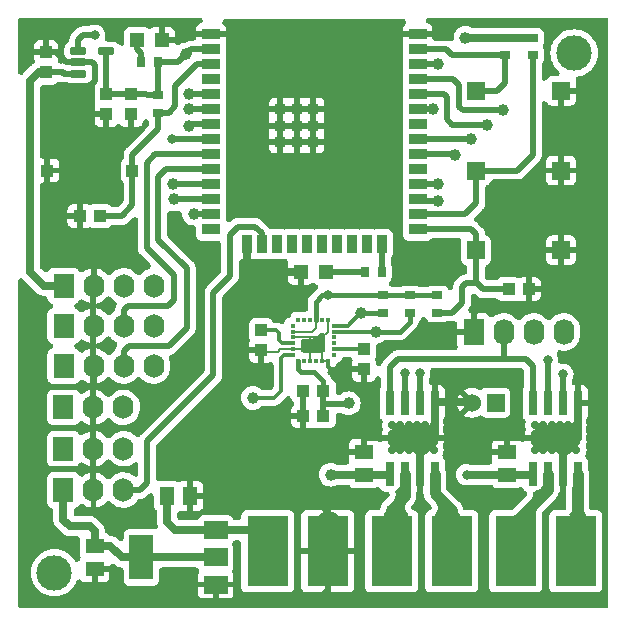
<source format=gbr>
%TF.GenerationSoftware,KiCad,Pcbnew,7.0.1*%
%TF.CreationDate,2023-08-30T02:05:44-03:00*%
%TF.ProjectId,RobotLaberinto_PCB,526f626f-744c-4616-9265-72696e746f5f,rev?*%
%TF.SameCoordinates,Original*%
%TF.FileFunction,Copper,L1,Top*%
%TF.FilePolarity,Positive*%
%FSLAX46Y46*%
G04 Gerber Fmt 4.6, Leading zero omitted, Abs format (unit mm)*
G04 Created by KiCad (PCBNEW 7.0.1) date 2023-08-30 02:05:44*
%MOMM*%
%LPD*%
G01*
G04 APERTURE LIST*
G04 Aperture macros list*
%AMRoundRect*
0 Rectangle with rounded corners*
0 $1 Rounding radius*
0 $2 $3 $4 $5 $6 $7 $8 $9 X,Y pos of 4 corners*
0 Add a 4 corners polygon primitive as box body*
4,1,4,$2,$3,$4,$5,$6,$7,$8,$9,$2,$3,0*
0 Add four circle primitives for the rounded corners*
1,1,$1+$1,$2,$3*
1,1,$1+$1,$4,$5*
1,1,$1+$1,$6,$7*
1,1,$1+$1,$8,$9*
0 Add four rect primitives between the rounded corners*
20,1,$1+$1,$2,$3,$4,$5,0*
20,1,$1+$1,$4,$5,$6,$7,0*
20,1,$1+$1,$6,$7,$8,$9,0*
20,1,$1+$1,$8,$9,$2,$3,0*%
G04 Aperture macros list end*
%TA.AperFunction,SMDPad,CuDef*%
%ADD10R,1.498600X1.300480*%
%TD*%
%TA.AperFunction,ComponentPad*%
%ADD11C,2.999740*%
%TD*%
%TA.AperFunction,SMDPad,CuDef*%
%ADD12R,2.000000X1.500000*%
%TD*%
%TA.AperFunction,SMDPad,CuDef*%
%ADD13R,2.000000X3.800000*%
%TD*%
%TA.AperFunction,SMDPad,CuDef*%
%ADD14R,0.900000X0.650000*%
%TD*%
%TA.AperFunction,SMDPad,CuDef*%
%ADD15R,1.000000X1.100000*%
%TD*%
%TA.AperFunction,SMDPad,CuDef*%
%ADD16R,1.300480X1.498600*%
%TD*%
%TA.AperFunction,SMDPad,CuDef*%
%ADD17R,1.198880X1.198880*%
%TD*%
%TA.AperFunction,SMDPad,CuDef*%
%ADD18R,1.100000X1.000000*%
%TD*%
%TA.AperFunction,ComponentPad*%
%ADD19C,0.700000*%
%TD*%
%TA.AperFunction,ComponentPad*%
%ADD20R,3.500000X5.960000*%
%TD*%
%TA.AperFunction,ComponentPad*%
%ADD21R,1.750000X2.000000*%
%TD*%
%TA.AperFunction,ComponentPad*%
%ADD22O,1.750000X2.000000*%
%TD*%
%TA.AperFunction,SMDPad,CuDef*%
%ADD23R,1.500000X1.500000*%
%TD*%
%TA.AperFunction,SMDPad,CuDef*%
%ADD24R,0.711200X2.000000*%
%TD*%
%TA.AperFunction,SMDPad,CuDef*%
%ADD25R,1.000760X1.000760*%
%TD*%
%TA.AperFunction,SMDPad,CuDef*%
%ADD26R,0.650000X0.900000*%
%TD*%
%TA.AperFunction,SMDPad,CuDef*%
%ADD27R,0.350000X0.400000*%
%TD*%
%TA.AperFunction,SMDPad,CuDef*%
%ADD28R,0.400000X0.350000*%
%TD*%
%TA.AperFunction,ComponentPad*%
%ADD29R,1.524000X1.524000*%
%TD*%
%TA.AperFunction,ComponentPad*%
%ADD30C,1.524000*%
%TD*%
%TA.AperFunction,SMDPad,CuDef*%
%ADD31RoundRect,0.060000X-0.615000X0.240000X-0.615000X-0.240000X0.615000X-0.240000X0.615000X0.240000X0*%
%TD*%
%TA.AperFunction,SMDPad,CuDef*%
%ADD32R,1.500000X0.900000*%
%TD*%
%TA.AperFunction,SMDPad,CuDef*%
%ADD33R,0.900000X1.500000*%
%TD*%
%TA.AperFunction,SMDPad,CuDef*%
%ADD34R,0.900000X0.900000*%
%TD*%
%TA.AperFunction,ComponentPad*%
%ADD35R,1.750000X2.200000*%
%TD*%
%TA.AperFunction,ComponentPad*%
%ADD36O,1.750000X2.200000*%
%TD*%
%TA.AperFunction,ViaPad*%
%ADD37C,1.000000*%
%TD*%
%TA.AperFunction,ViaPad*%
%ADD38C,0.800000*%
%TD*%
%TA.AperFunction,Conductor*%
%ADD39C,0.500000*%
%TD*%
%TA.AperFunction,Conductor*%
%ADD40C,0.200000*%
%TD*%
%TA.AperFunction,Conductor*%
%ADD41C,0.300000*%
%TD*%
%TA.AperFunction,Conductor*%
%ADD42C,0.700000*%
%TD*%
%TA.AperFunction,Conductor*%
%ADD43C,0.400000*%
%TD*%
%TA.AperFunction,Conductor*%
%ADD44C,0.900000*%
%TD*%
G04 APERTURE END LIST*
D10*
%TO.P,C6,1*%
%TO.N,+5V*%
X116400000Y-124747500D03*
%TO.P,C6,2*%
%TO.N,GND*%
X116400000Y-126652500D03*
%TD*%
D11*
%TO.P,H1,1*%
%TO.N,N/C*%
X157000000Y-83000000D03*
%TD*%
D10*
%TO.P,C2,1*%
%TO.N,VCC*%
X139185000Y-118699100D03*
%TO.P,C2,2*%
%TO.N,GND*%
X139185000Y-116794100D03*
%TD*%
D12*
%TO.P,U3,1,GND*%
%TO.N,GND*%
X126650000Y-128000000D03*
%TO.P,U3,2,VO*%
%TO.N,+5V*%
X126650000Y-125700000D03*
D13*
X120350000Y-125700000D03*
D12*
%TO.P,U3,3,VI*%
%TO.N,VCC*%
X126650000Y-123400000D03*
%TD*%
D14*
%TO.P,R9,1*%
%TO.N,/EN*%
X121780000Y-88045000D03*
%TO.P,R9,2*%
%TO.N,+3V3*%
X121780000Y-86595000D03*
%TD*%
D15*
%TO.P,C16,1*%
%TO.N,GND*%
X130500000Y-108180000D03*
%TO.P,C16,2*%
%TO.N,Net-(U2-REGOUT)*%
X130500000Y-106480000D03*
%TD*%
%TO.P,C14,1*%
%TO.N,GND*%
X119500000Y-88200000D03*
%TO.P,C14,2*%
%TO.N,+3V3*%
X119500000Y-86500000D03*
%TD*%
D16*
%TO.P,C4,1*%
%TO.N,VCC*%
X122547500Y-120500000D03*
%TO.P,C4,2*%
%TO.N,GND*%
X124452500Y-120500000D03*
%TD*%
D17*
%TO.P,LED1,1,A*%
%TO.N,Net-(LED1-A)*%
X120000000Y-81890000D03*
%TO.P,LED1,2,K*%
%TO.N,GND*%
X122098040Y-81890000D03*
%TD*%
D18*
%TO.P,C10,1*%
%TO.N,GND*%
X153150000Y-103000000D03*
%TO.P,C10,2*%
%TO.N,/IO0*%
X151450000Y-103000000D03*
%TD*%
D19*
%TO.P,J7,1*%
%TO.N,VCC*%
X130200000Y-122580000D03*
X130200000Y-123200000D03*
X130200000Y-123800000D03*
X130200000Y-124420000D03*
X130800000Y-122580000D03*
X130800000Y-123200000D03*
X130800000Y-123800000D03*
X130800000Y-124420000D03*
D20*
X131060000Y-125180000D03*
D19*
X131400000Y-122560000D03*
X131400000Y-123180000D03*
X131400000Y-123780000D03*
X131400000Y-124400000D03*
X132000000Y-122580000D03*
X132000000Y-123200000D03*
X132000000Y-123800000D03*
X132000000Y-124420000D03*
%TO.P,J7,2*%
%TO.N,GND*%
X135300000Y-122580000D03*
X135300000Y-123200000D03*
X135300000Y-123800000D03*
X135300000Y-124420000D03*
X135900000Y-122580000D03*
X135900000Y-123200000D03*
X135900000Y-123800000D03*
X135900000Y-124420000D03*
D20*
X136140000Y-125180000D03*
D19*
X136500000Y-122580000D03*
X136500000Y-123200000D03*
X136500000Y-123800000D03*
X136500000Y-124420000D03*
X137100000Y-122580000D03*
X137100000Y-123200000D03*
X137100000Y-123800000D03*
X137100000Y-124420000D03*
%TD*%
D18*
%TO.P,C8,1*%
%TO.N,+3V3*%
X135770000Y-113760000D03*
%TO.P,C8,2*%
%TO.N,GND*%
X134070000Y-113760000D03*
%TD*%
D21*
%TO.P,J3,1,Pin_1*%
%TO.N,+5V*%
X113780000Y-109500000D03*
D22*
%TO.P,J3,2,Pin_2*%
%TO.N,GND*%
X116320000Y-109500000D03*
%TO.P,J3,3,Pin_3*%
%TO.N,/OUT3_SENSOR*%
X118860000Y-109500000D03*
%TO.P,J3,4,Pin_4*%
%TO.N,/IN3_SENSOR*%
X121400000Y-109500000D03*
%TD*%
D23*
%TO.P,Switch1,1,1*%
%TO.N,GND*%
X155899180Y-92950000D03*
%TO.P,Switch1,2,2*%
%TO.N,/BOTON_SWITCH_1*%
X148700820Y-92950000D03*
%TD*%
D14*
%TO.P,R7,1*%
%TO.N,+3V3*%
X143100000Y-103527500D03*
%TO.P,R7,2*%
%TO.N,/SCL*%
X143100000Y-104977500D03*
%TD*%
D24*
%TO.P,U6,1,GND*%
%TO.N,GND*%
X145200000Y-112626600D03*
D19*
X145095000Y-116626600D03*
X145095000Y-115926600D03*
X145095000Y-115226600D03*
X145095000Y-114526600D03*
X144395000Y-116626600D03*
X144395000Y-115926600D03*
X144395000Y-115226600D03*
X144395000Y-114526600D03*
X143695000Y-116626600D03*
X143695000Y-115926600D03*
X143695000Y-115226600D03*
X143695000Y-114526600D03*
X142995000Y-116626600D03*
X142995000Y-115926600D03*
X142995000Y-115226600D03*
X142995000Y-114526600D03*
X142295000Y-116626600D03*
X142295000Y-115926600D03*
X142295000Y-115226600D03*
X142295000Y-114526600D03*
X141595000Y-116626600D03*
X141595000Y-115926600D03*
X141595000Y-115226600D03*
X141595000Y-114526600D03*
D24*
%TO.P,U6,2,IN2*%
%TO.N,/M2_IN2*%
X143930000Y-112626600D03*
%TO.P,U6,3,IN1*%
%TO.N,/M2_IN1*%
X142660000Y-112626600D03*
%TO.P,U6,4,VREF*%
%TO.N,+5V*%
X141390000Y-112626600D03*
%TO.P,U6,5,VM*%
%TO.N,VCC*%
X141390000Y-118626600D03*
%TO.P,U6,6,OUT1*%
%TO.N,/OUT_B_M2*%
X142660000Y-118626600D03*
%TO.P,U6,7,RS*%
%TO.N,GND*%
X143930000Y-118626600D03*
%TO.P,U6,8,OUT2*%
%TO.N,/OUT_A_M2*%
X145200000Y-118626600D03*
%TD*%
D21*
%TO.P,J6,1,P1*%
%TO.N,+5V*%
X113760000Y-120000000D03*
D22*
%TO.P,J6,2,P2*%
%TO.N,GND*%
X116300000Y-120000000D03*
%TO.P,J6,3,P3*%
%TO.N,/IN{slash}OUT3*%
X118840000Y-120000000D03*
%TD*%
D14*
%TO.P,R8,1*%
%TO.N,/IO0*%
X145400000Y-104977500D03*
%TO.P,R8,2*%
%TO.N,+3V3*%
X145400000Y-103527500D03*
%TD*%
D15*
%TO.P,C12,1*%
%TO.N,+5V*%
X112300000Y-84640000D03*
%TO.P,C12,2*%
%TO.N,GND*%
X112300000Y-82940000D03*
%TD*%
D23*
%TO.P,Star1,1,1*%
%TO.N,GND*%
X155899180Y-86200000D03*
%TO.P,Star1,2,2*%
%TO.N,/BOTON_START*%
X148700820Y-86200000D03*
%TD*%
D18*
%TO.P,C11,1*%
%TO.N,GND*%
X115150000Y-96800000D03*
%TO.P,C11,2*%
%TO.N,/EN*%
X116850000Y-96800000D03*
%TD*%
D19*
%TO.P,J8,1*%
%TO.N,/OUT_B_M2*%
X140700000Y-122580000D03*
X140700000Y-123200000D03*
X140700000Y-123800000D03*
X140700000Y-124420000D03*
X141300000Y-122580000D03*
X141300000Y-123200000D03*
X141300000Y-123800000D03*
X141300000Y-124420000D03*
D20*
X141560000Y-125180000D03*
D19*
X141900000Y-122560000D03*
X141900000Y-123180000D03*
X141900000Y-123780000D03*
X141900000Y-124400000D03*
X142500000Y-122580000D03*
X142500000Y-123200000D03*
X142500000Y-123800000D03*
X142500000Y-124420000D03*
%TO.P,J8,2*%
%TO.N,/OUT_A_M2*%
X145800000Y-122580000D03*
X145800000Y-123200000D03*
X145800000Y-123800000D03*
X145800000Y-124420000D03*
X146400000Y-122580000D03*
X146400000Y-123200000D03*
X146400000Y-123800000D03*
X146400000Y-124420000D03*
D20*
X146640000Y-125180000D03*
D19*
X147000000Y-122580000D03*
X147000000Y-123200000D03*
X147000000Y-123800000D03*
X147000000Y-124420000D03*
X147600000Y-122580000D03*
X147600000Y-123200000D03*
X147600000Y-123800000D03*
X147600000Y-124420000D03*
%TD*%
D17*
%TO.P,LED2,1,A*%
%TO.N,Net-(LED2-A)*%
X135949020Y-101500000D03*
%TO.P,LED2,2,K*%
%TO.N,GND*%
X133850980Y-101500000D03*
%TD*%
D21*
%TO.P,J4,1,P1*%
%TO.N,+5V*%
X113760000Y-113000000D03*
D22*
%TO.P,J4,2,P2*%
%TO.N,GND*%
X116300000Y-113000000D03*
%TO.P,J4,3,P3*%
%TO.N,/IN{slash}OUT1*%
X118840000Y-113000000D03*
%TD*%
D19*
%TO.P,J9,1*%
%TO.N,/OUT_B_M1*%
X151200000Y-122580000D03*
X151200000Y-123200000D03*
X151200000Y-123800000D03*
X151200000Y-124420000D03*
X151800000Y-122580000D03*
X151800000Y-123200000D03*
X151800000Y-123800000D03*
X151800000Y-124420000D03*
D20*
X152060000Y-125180000D03*
D19*
X152400000Y-122560000D03*
X152400000Y-123180000D03*
X152400000Y-123780000D03*
X152400000Y-124400000D03*
X153000000Y-122580000D03*
X153000000Y-123200000D03*
X153000000Y-123800000D03*
X153000000Y-124420000D03*
%TO.P,J9,2*%
%TO.N,/OUT_A_M1*%
X156300000Y-122580000D03*
X156300000Y-123200000D03*
X156300000Y-123800000D03*
X156300000Y-124420000D03*
X156900000Y-122580000D03*
X156900000Y-123200000D03*
X156900000Y-123800000D03*
X156900000Y-124420000D03*
D20*
X157140000Y-125180000D03*
D19*
X157500000Y-122580000D03*
X157500000Y-123200000D03*
X157500000Y-123800000D03*
X157500000Y-124420000D03*
X158100000Y-122580000D03*
X158100000Y-123200000D03*
X158100000Y-123800000D03*
X158100000Y-124420000D03*
%TD*%
D25*
%TO.P,EN1,1,1*%
%TO.N,GND*%
X112400820Y-92950000D03*
%TO.P,EN1,2,2*%
%TO.N,/EN*%
X119599180Y-92950000D03*
%TD*%
D18*
%TO.P,C9,1*%
%TO.N,+3V3*%
X135770000Y-111600000D03*
%TO.P,C9,2*%
%TO.N,GND*%
X134070000Y-111600000D03*
%TD*%
D26*
%TO.P,R2,1*%
%TO.N,Net-(LED2-A)*%
X139265000Y-101500000D03*
%TO.P,R2,2*%
%TO.N,/IO2*%
X140715000Y-101500000D03*
%TD*%
D27*
%TO.P,U2,1,CLKIN*%
%TO.N,GND*%
X136150000Y-105595000D03*
%TO.P,U2,2,RESV*%
%TO.N,unconnected-(U2-RESV-Pad2)*%
X135650000Y-105595000D03*
%TO.P,U2,3,VDD*%
%TO.N,+3V3*%
X135150000Y-105595000D03*
%TO.P,U2,4,RESV*%
%TO.N,unconnected-(U2-RESV-Pad4)*%
X134650000Y-105595000D03*
%TO.P,U2,5,RESV*%
%TO.N,unconnected-(U2-RESV-Pad5)*%
X134150000Y-105595000D03*
%TO.P,U2,6,ES_DA*%
%TO.N,unconnected-(U2-ES_DA-Pad6)*%
X133650000Y-105595000D03*
D28*
%TO.P,U2,7,ES_CL*%
%TO.N,unconnected-(U2-ES_CL-Pad7)*%
X133165000Y-106080000D03*
%TO.P,U2,8,VLOGIC*%
%TO.N,+3V3*%
X133165000Y-106580000D03*
%TO.P,U2,9,AD0*%
%TO.N,GND*%
X133165000Y-107080000D03*
%TO.P,U2,10,REGOUT*%
%TO.N,Net-(U2-REGOUT)*%
X133165000Y-107580000D03*
%TO.P,U2,11,FSYNC*%
%TO.N,GND*%
X133165000Y-108080000D03*
%TO.P,U2,12,INT*%
%TO.N,/INT*%
X133165000Y-108580000D03*
D27*
%TO.P,U2,13,VDD*%
%TO.N,+3V3*%
X133650000Y-109065000D03*
%TO.P,U2,14,RESV*%
%TO.N,unconnected-(U2-RESV-Pad14)*%
X134150000Y-109065000D03*
%TO.P,U2,15,GND*%
%TO.N,GND*%
X134650000Y-109065000D03*
%TO.P,U2,16,RESV*%
%TO.N,unconnected-(U2-RESV-Pad16)*%
X135150000Y-109065000D03*
%TO.P,U2,17,GND*%
%TO.N,GND*%
X135650000Y-109065000D03*
%TO.P,U2,18,GND*%
X136150000Y-109065000D03*
D28*
%TO.P,U2,19,RESV*%
%TO.N,unconnected-(U2-RESV-Pad19)*%
X136635000Y-108580000D03*
%TO.P,U2,20,CPOUT*%
%TO.N,Net-(U2-CPOUT)*%
X136635000Y-108080000D03*
%TO.P,U2,21,RESV*%
%TO.N,unconnected-(U2-RESV-Pad21)*%
X136635000Y-107580000D03*
%TO.P,U2,22,RESV*%
%TO.N,unconnected-(U2-RESV-Pad22)*%
X136635000Y-107080000D03*
%TO.P,U2,23,SCL*%
%TO.N,/SCL*%
X136635000Y-106580000D03*
%TO.P,U2,24,SDA*%
%TO.N,/SDA*%
X136635000Y-106080000D03*
%TD*%
D23*
%TO.P,BOOT1,1,1*%
%TO.N,GND*%
X155899180Y-99700000D03*
%TO.P,BOOT1,2,2*%
%TO.N,/IO0*%
X148700820Y-99700000D03*
%TD*%
D21*
%TO.P,J2,1,Pin_1*%
%TO.N,+5V*%
X113780000Y-106100000D03*
D22*
%TO.P,J2,2,Pin_2*%
%TO.N,GND*%
X116320000Y-106100000D03*
%TO.P,J2,3,Pin_3*%
%TO.N,/OUT2_SENSOR*%
X118860000Y-106100000D03*
%TO.P,J2,4,Pin_4*%
%TO.N,/IN2_SENSOR*%
X121400000Y-106100000D03*
%TD*%
D15*
%TO.P,C15,1*%
%TO.N,GND*%
X139200000Y-109780000D03*
%TO.P,C15,2*%
%TO.N,Net-(U2-CPOUT)*%
X139200000Y-108080000D03*
%TD*%
D14*
%TO.P,R6,1*%
%TO.N,+3V3*%
X140800000Y-103527500D03*
%TO.P,R6,2*%
%TO.N,/SDA*%
X140800000Y-104977500D03*
%TD*%
D11*
%TO.P,H2,1*%
%TO.N,N/C*%
X113000000Y-127000000D03*
%TD*%
D29*
%TO.P,C1,1*%
%TO.N,VCC*%
X150345000Y-112600000D03*
D30*
%TO.P,C1,2*%
%TO.N,GND*%
X148345000Y-112600000D03*
%TD*%
D26*
%TO.P,R1,1*%
%TO.N,+3V3*%
X121774020Y-83790000D03*
%TO.P,R1,2*%
%TO.N,Net-(LED1-A)*%
X120324020Y-83790000D03*
%TD*%
D21*
%TO.P,J5,1,P1*%
%TO.N,+5V*%
X113760000Y-116500000D03*
D22*
%TO.P,J5,2,P2*%
%TO.N,GND*%
X116300000Y-116500000D03*
%TO.P,J5,3,P3*%
%TO.N,/IN{slash}OUT2*%
X118840000Y-116500000D03*
%TD*%
D31*
%TO.P,U4,1,VIN*%
%TO.N,+5V*%
X115015000Y-82840000D03*
%TO.P,U4,2,GND*%
%TO.N,GND*%
X115015000Y-83790000D03*
%TO.P,U4,3,EN*%
%TO.N,+5V*%
X115015000Y-84740000D03*
%TO.P,U4,5,VOUT*%
%TO.N,+3V3*%
X117385000Y-82840000D03*
%TD*%
D14*
%TO.P,R4,1*%
%TO.N,/BOTON_SWITCH_1*%
X153490000Y-83155000D03*
%TO.P,R4,2*%
%TO.N,+5V*%
X153490000Y-81705000D03*
%TD*%
D32*
%TO.P,U1,3V3,3V3*%
%TO.N,+3V3*%
X126250000Y-82691750D03*
%TO.P,U1,5,SENSOR_VP*%
%TO.N,unconnected-(U1-SENSOR_VP-Pad5)*%
X126250000Y-85231750D03*
%TO.P,U1,8,SENSOR_VN*%
%TO.N,/IN1_SENSOR*%
X126250000Y-86501750D03*
%TO.P,U1,9,EN*%
%TO.N,/EN*%
X126250000Y-83961750D03*
%TO.P,U1,10,IO34*%
%TO.N,/IN2_SENSOR*%
X126250000Y-87771750D03*
%TO.P,U1,11,IO35*%
%TO.N,/IN3_SENSOR*%
X126250000Y-89041750D03*
%TO.P,U1,12,IO32*%
%TO.N,/OUT1_SENSOR*%
X126250000Y-90311750D03*
%TO.P,U1,13,IO33*%
%TO.N,/OUT2_SENSOR*%
X126250000Y-91581750D03*
%TO.P,U1,14,IO25*%
%TO.N,/OUT3_SENSOR*%
X126250000Y-92851750D03*
%TO.P,U1,15,IO26*%
%TO.N,/IN{slash}OUT1*%
X126250000Y-94121750D03*
%TO.P,U1,16,IO27*%
%TO.N,/IN{slash}OUT2*%
X126250000Y-95391750D03*
%TO.P,U1,17,IO14*%
%TO.N,/INT*%
X126250000Y-96661750D03*
%TO.P,U1,18,IO12*%
%TO.N,unconnected-(U1-IO12-Pad18)*%
X126250000Y-97931750D03*
D33*
%TO.P,U1,20,IO13*%
%TO.N,/IN{slash}OUT3*%
X130555000Y-99181750D03*
%TO.P,U1,21,IO15*%
%TO.N,unconnected-(U1-IO15-Pad21)*%
X139445000Y-99181750D03*
%TO.P,U1,22,IO2*%
%TO.N,/IO2*%
X140715000Y-99181750D03*
D32*
%TO.P,U1,23,IO0*%
%TO.N,/IO0*%
X143750000Y-97931750D03*
%TO.P,U1,24,IO4*%
%TO.N,/BOTON_SWITCH_1*%
X143750000Y-96661750D03*
%TO.P,U1,25,IO16*%
%TO.N,/M2_IN2*%
X143750000Y-95391750D03*
%TO.P,U1,27,IO17*%
%TO.N,/M2_IN1*%
X143750000Y-94121750D03*
D33*
%TO.P,U1,28,SD2*%
%TO.N,unconnected-(U1-SD2-Pad28)*%
X131825000Y-99181750D03*
%TO.P,U1,29,SD3*%
%TO.N,unconnected-(U1-SD3-Pad29)*%
X133095000Y-99181750D03*
%TO.P,U1,30,CMD*%
%TO.N,unconnected-(U1-CMD-Pad30)*%
X134365000Y-99181750D03*
%TO.P,U1,31,CLK*%
%TO.N,unconnected-(U1-CLK-Pad31)*%
X135635000Y-99181750D03*
%TO.P,U1,32,SD0*%
%TO.N,unconnected-(U1-SD0-Pad32)*%
X136905000Y-99181750D03*
%TO.P,U1,33,SD1*%
%TO.N,unconnected-(U1-SD1-Pad33)*%
X138175000Y-99181750D03*
D32*
%TO.P,U1,34,IO5*%
%TO.N,unconnected-(U1-IO5-Pad34)*%
X143750000Y-92851750D03*
%TO.P,U1,35,IO18*%
%TO.N,/M1_IN2*%
X143750000Y-91581750D03*
%TO.P,U1,36,IO23*%
%TO.N,/BOTON_START*%
X143750000Y-82691750D03*
%TO.P,U1,38,IO19*%
%TO.N,/M1_IN1*%
X143750000Y-90311750D03*
%TO.P,U1,39,IO22*%
%TO.N,/SCL*%
X143750000Y-83961750D03*
%TO.P,U1,40,RXD0*%
%TO.N,/RXD0*%
X143750000Y-86501750D03*
%TO.P,U1,41,TXD0*%
%TO.N,/TXD0*%
X143750000Y-85231750D03*
%TO.P,U1,42,IO21*%
%TO.N,/SDA*%
X143750000Y-87771750D03*
%TO.P,U1,GND,GND*%
%TO.N,GND*%
X126250000Y-81421750D03*
D33*
X129285000Y-99181750D03*
D34*
X132100000Y-87741750D03*
X132100000Y-89141750D03*
X132100000Y-90541750D03*
X133500000Y-87741750D03*
X133500000Y-89141750D03*
X133500000Y-90541750D03*
X134900000Y-87741750D03*
X134900000Y-89141750D03*
X134900000Y-90541750D03*
D32*
X143750000Y-81421750D03*
%TO.P,U1,NC,NC*%
%TO.N,unconnected-(U1-PadNC)*%
X143750000Y-89041750D03*
%TD*%
D14*
%TO.P,R3,1*%
%TO.N,/BOTON_START*%
X151130000Y-83155000D03*
%TO.P,R3,2*%
%TO.N,+5V*%
X151130000Y-81705000D03*
%TD*%
D24*
%TO.P,U5,1,GND*%
%TO.N,GND*%
X157300000Y-112626600D03*
D19*
X157195000Y-116626600D03*
X157195000Y-115926600D03*
X157195000Y-115226600D03*
X157195000Y-114526600D03*
X156495000Y-116626600D03*
X156495000Y-115926600D03*
X156495000Y-115226600D03*
X156495000Y-114526600D03*
X155795000Y-116626600D03*
X155795000Y-115926600D03*
X155795000Y-115226600D03*
X155795000Y-114526600D03*
X155095000Y-116626600D03*
X155095000Y-115926600D03*
X155095000Y-115226600D03*
X155095000Y-114526600D03*
X154395000Y-116626600D03*
X154395000Y-115926600D03*
X154395000Y-115226600D03*
X154395000Y-114526600D03*
X153695000Y-116626600D03*
X153695000Y-115926600D03*
X153695000Y-115226600D03*
X153695000Y-114526600D03*
D24*
%TO.P,U5,2,IN2*%
%TO.N,/M1_IN2*%
X156030000Y-112626600D03*
%TO.P,U5,3,IN1*%
%TO.N,/M1_IN1*%
X154760000Y-112626600D03*
%TO.P,U5,4,VREF*%
%TO.N,+5V*%
X153490000Y-112626600D03*
%TO.P,U5,5,VM*%
%TO.N,VCC*%
X153490000Y-118626600D03*
%TO.P,U5,6,OUT1*%
%TO.N,/OUT_B_M1*%
X154760000Y-118626600D03*
%TO.P,U5,7,RS*%
%TO.N,GND*%
X156030000Y-118626600D03*
%TO.P,U5,8,OUT2*%
%TO.N,/OUT_A_M1*%
X157300000Y-118626600D03*
%TD*%
D15*
%TO.P,C13,1*%
%TO.N,GND*%
X117390000Y-88200000D03*
%TO.P,C13,2*%
%TO.N,+3V3*%
X117390000Y-86500000D03*
%TD*%
D21*
%TO.P,J1,1,Pin_1*%
%TO.N,+5V*%
X113780000Y-102700000D03*
D22*
%TO.P,J1,2,Pin_2*%
%TO.N,GND*%
X116320000Y-102700000D03*
%TO.P,J1,3,Pin_3*%
%TO.N,/OUT1_SENSOR*%
X118860000Y-102700000D03*
%TO.P,J1,4,Pin_4*%
%TO.N,/IN1_SENSOR*%
X121400000Y-102700000D03*
%TD*%
D35*
%TO.P,Programador1,1,Pin_1*%
%TO.N,GND*%
X148490000Y-106600000D03*
D36*
%TO.P,Programador1,2,Pin_2*%
%TO.N,+5V*%
X151030000Y-106600000D03*
%TO.P,Programador1,3,Pin_3*%
%TO.N,/RXD0*%
X153570000Y-106600000D03*
%TO.P,Programador1,4,Pin_4*%
%TO.N,/TXD0*%
X156110000Y-106600000D03*
%TD*%
D10*
%TO.P,C3,1*%
%TO.N,VCC*%
X151295000Y-118699100D03*
%TO.P,C3,2*%
%TO.N,GND*%
X151295000Y-116794100D03*
%TD*%
D37*
%TO.N,+5V*%
X147794450Y-81700000D03*
D38*
X116400000Y-81500000D03*
%TO.N,+3V3*%
X136200000Y-103500000D03*
D37*
X137920000Y-112660000D03*
X124150000Y-83120000D03*
%TO.N,VCC*%
X136400000Y-118700000D03*
D38*
X147899100Y-118699100D03*
D37*
%TO.N,/RXD0*%
X149600000Y-89100000D03*
%TO.N,/TXD0*%
X151010000Y-87860000D03*
%TO.N,/IN2_SENSOR*%
X124400000Y-87770000D03*
%TO.N,/IN1_SENSOR*%
X124400000Y-86500000D03*
D38*
%TO.N,/OUT1_SENSOR*%
X122911750Y-90311750D03*
D37*
%TO.N,/SDA*%
X145050628Y-87754772D03*
X138922500Y-104977500D03*
%TO.N,/SCL*%
X140200000Y-106600000D03*
X145500000Y-83970000D03*
%TO.N,/IN3_SENSOR*%
X124400000Y-89169503D03*
%TO.N,/INT*%
X129800000Y-112200000D03*
X124800000Y-96594388D03*
%TO.N,/M2_IN2*%
X145500000Y-95499503D03*
D38*
X143930000Y-110060000D03*
D37*
%TO.N,/M2_IN1*%
X145500000Y-94100000D03*
D38*
X142660000Y-110060000D03*
D37*
%TO.N,/M1_IN2*%
X146900000Y-91600000D03*
D38*
X156040000Y-110210000D03*
%TO.N,/M1_IN1*%
X154760000Y-108980000D03*
D37*
X148300000Y-90290000D03*
%TO.N,/IN{slash}OUT1*%
X123000000Y-94100000D03*
%TO.N,/IN{slash}OUT2*%
X123149500Y-95400000D03*
%TD*%
D39*
%TO.N,+5V*%
X115400000Y-81500000D02*
X115015000Y-81885000D01*
X115015000Y-81885000D02*
X115015000Y-82840000D01*
X116400000Y-81500000D02*
X115400000Y-81500000D01*
%TO.N,/TXD0*%
X147250000Y-85750000D02*
X146731750Y-85231750D01*
X147250000Y-87549180D02*
X147250000Y-85750000D01*
X147560820Y-87860000D02*
X147250000Y-87549180D01*
X151010000Y-87860000D02*
X147560820Y-87860000D01*
X146731750Y-85231750D02*
X143750000Y-85231750D01*
%TO.N,/RXD0*%
X146200000Y-86700000D02*
X146001750Y-86501750D01*
X146200000Y-88610986D02*
X146200000Y-86700000D01*
X146689014Y-89100000D02*
X146200000Y-88610986D01*
X149600000Y-89100000D02*
X146689014Y-89100000D01*
X146001750Y-86501750D02*
X143750000Y-86501750D01*
%TO.N,GND*%
X155899180Y-102300820D02*
X155899180Y-99700000D01*
D40*
X134650000Y-108100000D02*
X134650000Y-107130000D01*
D39*
X130500000Y-108180000D02*
X128540000Y-108180000D01*
D41*
X136395000Y-109780000D02*
X139200000Y-109780000D01*
X136165000Y-109550000D02*
X136150000Y-109550000D01*
D39*
X116300000Y-102720000D02*
X116320000Y-102700000D01*
X133500000Y-90541750D02*
X133500000Y-89141750D01*
D40*
X136135000Y-105610000D02*
X136150000Y-105595000D01*
D39*
X126650000Y-128000000D02*
X126650000Y-129390000D01*
X126250000Y-81421750D02*
X134700000Y-81421750D01*
X128410000Y-114700000D02*
X128410000Y-108310000D01*
X116400000Y-126652500D02*
X116400000Y-128800000D01*
X124010000Y-81890000D02*
X124478250Y-81421750D01*
X116400000Y-85370000D02*
X115910000Y-85860000D01*
X139185000Y-116794100D02*
X134305900Y-116794100D01*
X151285000Y-115626600D02*
X151295000Y-115636600D01*
X131600000Y-120500000D02*
X134070000Y-120500000D01*
X115910000Y-88170000D02*
X115940000Y-88200000D01*
D42*
X157300000Y-112553200D02*
X157300000Y-115626600D01*
X133850980Y-101500000D02*
X129900000Y-101500000D01*
D39*
X128540000Y-108180000D02*
X128410000Y-108310000D01*
D42*
X157300000Y-115626600D02*
X155395000Y-115626600D01*
D39*
X155899180Y-86200000D02*
X155899180Y-92950000D01*
X153150000Y-104350000D02*
X153150000Y-103102500D01*
X126660000Y-129400000D02*
X127160000Y-129400000D01*
D40*
X135500000Y-107080000D02*
X134700000Y-107080000D01*
D39*
X116320000Y-101020000D02*
X116320000Y-102700000D01*
X148900000Y-104700000D02*
X152800000Y-104700000D01*
X139185000Y-116794100D02*
X139185000Y-115826600D01*
X115910000Y-85860000D02*
X115910000Y-88170000D01*
D40*
X131917500Y-108282500D02*
X132120000Y-108080000D01*
D42*
X143930000Y-116261600D02*
X143295000Y-115626600D01*
D39*
X125060000Y-118050000D02*
X127350000Y-118050000D01*
D42*
X148298200Y-112553200D02*
X148345000Y-112600000D01*
D39*
X112300000Y-82940000D02*
X113160000Y-82940000D01*
X115015000Y-83790000D02*
X116150000Y-83790000D01*
X132100000Y-89141750D02*
X134900000Y-89141750D01*
X153150000Y-103102500D02*
X153252500Y-103000000D01*
D40*
X135650000Y-107080000D02*
X136135000Y-106595000D01*
D39*
X116300000Y-116500000D02*
X116300000Y-102720000D01*
X115150000Y-99850000D02*
X116320000Y-101020000D01*
D40*
X136150000Y-109065000D02*
X135650000Y-109065000D01*
D39*
X126201750Y-81470000D02*
X126250000Y-81421750D01*
D40*
X134700000Y-107080000D02*
X133165000Y-107080000D01*
D39*
X116400000Y-128800000D02*
X117000000Y-129400000D01*
D40*
X134650000Y-109065000D02*
X134650000Y-108100000D01*
D41*
X136150000Y-109065000D02*
X136150000Y-109550000D01*
D42*
X145200000Y-112553200D02*
X148298200Y-112553200D01*
D39*
X134900000Y-87741750D02*
X132100000Y-87741750D01*
X122098040Y-81890000D02*
X124010000Y-81890000D01*
X134070000Y-115330000D02*
X134070000Y-113760000D01*
X134305900Y-116794100D02*
X134070000Y-117030000D01*
X113160000Y-82940000D02*
X114010000Y-83790000D01*
X124478250Y-81421750D02*
X126250000Y-81421750D01*
X128410000Y-102990000D02*
X129900000Y-101500000D01*
D42*
X145200000Y-115626600D02*
X143295000Y-115626600D01*
D39*
X127350000Y-118050000D02*
X128410000Y-116990000D01*
X134700000Y-81421750D02*
X143750000Y-81421750D01*
X128410000Y-116990000D02*
X128410000Y-114700000D01*
X112400820Y-95900820D02*
X112400820Y-89939180D01*
D40*
X133165000Y-108080000D02*
X134630000Y-108080000D01*
D42*
X145200000Y-112553200D02*
X145200000Y-115626600D01*
D39*
X132100000Y-87741750D02*
X132100000Y-90541750D01*
X124452500Y-118657500D02*
X125060000Y-118050000D01*
X155899180Y-99700000D02*
X155899180Y-92950000D01*
X155200000Y-103000000D02*
X155899180Y-102300820D01*
X134900000Y-87741750D02*
X134900000Y-81621750D01*
D42*
X156030000Y-118700000D02*
X156030000Y-116261600D01*
D39*
X114010000Y-83790000D02*
X115015000Y-83790000D01*
X136140000Y-126200000D02*
X136140000Y-121880000D01*
X113300000Y-96800000D02*
X112400820Y-95900820D01*
D41*
X136165000Y-109550000D02*
X136395000Y-109780000D01*
D39*
X128410000Y-108310000D02*
X128410000Y-102990000D01*
X124452500Y-120500000D02*
X131600000Y-120500000D01*
X126248250Y-81420000D02*
X126250000Y-81421750D01*
X139385000Y-115626600D02*
X143295000Y-115626600D01*
X134760000Y-120500000D02*
X131600000Y-120500000D01*
X124452500Y-120500000D02*
X124452500Y-118657500D01*
D40*
X135650000Y-109065000D02*
X135650000Y-107080000D01*
D39*
X143295000Y-115626600D02*
X151285000Y-115626600D01*
X152800000Y-104700000D02*
X153150000Y-104350000D01*
X134900000Y-81621750D02*
X134700000Y-81421750D01*
X133500000Y-87741750D02*
X133500000Y-89141750D01*
D42*
X156030000Y-116261600D02*
X155395000Y-115626600D01*
D39*
X117000000Y-129400000D02*
X126660000Y-129400000D01*
X153252500Y-103000000D02*
X155200000Y-103000000D01*
X148490000Y-106600000D02*
X148490000Y-105110000D01*
D42*
X129900000Y-101500000D02*
X129285000Y-100885000D01*
D39*
X151285000Y-115626600D02*
X155395000Y-115626600D01*
X115940000Y-88200000D02*
X117390000Y-88200000D01*
D40*
X131917500Y-108282500D02*
X130500000Y-108282500D01*
D39*
X132100000Y-90541750D02*
X134900000Y-90541750D01*
X151295000Y-115636600D02*
X151295000Y-116794100D01*
X134070000Y-120500000D02*
X134070000Y-117030000D01*
X126650000Y-129390000D02*
X126660000Y-129400000D01*
X115150000Y-96800000D02*
X113300000Y-96800000D01*
D42*
X143930000Y-118700000D02*
X143930000Y-116261600D01*
D39*
X136140000Y-128460000D02*
X136140000Y-126200000D01*
X126560000Y-127910000D02*
X126560000Y-127850000D01*
X148490000Y-105110000D02*
X148900000Y-104700000D01*
D40*
X134630000Y-108080000D02*
X134650000Y-108100000D01*
X135650000Y-107080000D02*
X135500000Y-107080000D01*
X134650000Y-107130000D02*
X134700000Y-107080000D01*
D39*
X134070000Y-117030000D02*
X134070000Y-115330000D01*
X139185000Y-115826600D02*
X139385000Y-115626600D01*
X127160000Y-129400000D02*
X135200000Y-129400000D01*
X134900000Y-90541750D02*
X134900000Y-87741750D01*
X115150000Y-99850000D02*
X115150000Y-96800000D01*
D42*
X129285000Y-100885000D02*
X129285000Y-99181750D01*
D39*
X116300000Y-120000000D02*
X116300000Y-116500000D01*
X136140000Y-121880000D02*
X134760000Y-120500000D01*
D40*
X133165000Y-108080000D02*
X132120000Y-108080000D01*
D39*
X116400000Y-84040000D02*
X116400000Y-85370000D01*
X112400820Y-89939180D02*
X114140000Y-88200000D01*
X116150000Y-83790000D02*
X116400000Y-84040000D01*
X134070000Y-111600000D02*
X134070000Y-113760000D01*
X135200000Y-129400000D02*
X136140000Y-128460000D01*
D40*
X136135000Y-106595000D02*
X136135000Y-105610000D01*
D39*
X114140000Y-88200000D02*
X115940000Y-88200000D01*
X128410000Y-115410000D02*
X128410000Y-114700000D01*
%TO.N,/IO0*%
X147800820Y-102499180D02*
X148700820Y-102499180D01*
X146652500Y-104977500D02*
X147500000Y-104130000D01*
X148799180Y-102499180D02*
X148700820Y-102499180D01*
X148700820Y-98330820D02*
X148700820Y-99700000D01*
X147500000Y-102800000D02*
X147800820Y-102499180D01*
X148301750Y-97931750D02*
X148700820Y-98330820D01*
X148700820Y-102499180D02*
X148700820Y-99700000D01*
X143750000Y-97931750D02*
X148301750Y-97931750D01*
X147500000Y-104130000D02*
X147500000Y-102800000D01*
X149300000Y-103000000D02*
X148799180Y-102499180D01*
X145400000Y-104977500D02*
X146652500Y-104977500D01*
X151347500Y-103000000D02*
X149300000Y-103000000D01*
%TO.N,/EN*%
X122655000Y-88045000D02*
X123200000Y-87500000D01*
X125048250Y-83961750D02*
X126250000Y-83961750D01*
X119599180Y-92950000D02*
X119599180Y-91600820D01*
X119599180Y-95900820D02*
X119599180Y-92950000D01*
X123200000Y-85810000D02*
X125048250Y-83961750D01*
X123200000Y-87500000D02*
X123200000Y-85810000D01*
X119599180Y-91600820D02*
X121780000Y-89420000D01*
X116850000Y-96800000D02*
X118700000Y-96800000D01*
X121780000Y-88045000D02*
X122655000Y-88045000D01*
X118700000Y-96800000D02*
X119599180Y-95900820D01*
X121780000Y-89420000D02*
X121780000Y-88045000D01*
D42*
%TO.N,+5V*%
X120350000Y-125700000D02*
X118690000Y-125700000D01*
X113780000Y-102700000D02*
X112100000Y-102700000D01*
D39*
X151100000Y-106670000D02*
X151030000Y-106600000D01*
D42*
X151130000Y-81705000D02*
X153490000Y-81705000D01*
X116400000Y-124747500D02*
X116400000Y-123460000D01*
X110940000Y-101540000D02*
X110940000Y-85360000D01*
D39*
X152900000Y-108900000D02*
X153490000Y-109490000D01*
X142100000Y-108900000D02*
X151100000Y-108900000D01*
X113780000Y-84740000D02*
X113680000Y-84640000D01*
D42*
X147794450Y-81700000D02*
X151125000Y-81700000D01*
D39*
X115015000Y-84740000D02*
X113780000Y-84740000D01*
D42*
X118690000Y-125700000D02*
X117737500Y-124747500D01*
X116000000Y-123060000D02*
X114320000Y-123060000D01*
X151125000Y-81700000D02*
X151130000Y-81705000D01*
X117737500Y-124747500D02*
X116400000Y-124747500D01*
D39*
X153490000Y-109490000D02*
X153490000Y-112553200D01*
X113680000Y-84640000D02*
X112300000Y-84640000D01*
D42*
X114320000Y-123060000D02*
X113760000Y-122500000D01*
X116400000Y-123460000D02*
X116000000Y-123060000D01*
X112100000Y-102700000D02*
X110940000Y-101540000D01*
D39*
X141390000Y-112553200D02*
X141390000Y-109610000D01*
X151100000Y-108900000D02*
X152900000Y-108900000D01*
D42*
X111660000Y-84640000D02*
X112300000Y-84640000D01*
X113760000Y-122500000D02*
X113760000Y-120000000D01*
D39*
X141390000Y-109610000D02*
X142100000Y-108900000D01*
D42*
X110940000Y-85360000D02*
X111660000Y-84640000D01*
D39*
X151030000Y-106600000D02*
X151030000Y-108830000D01*
X151030000Y-108830000D02*
X151100000Y-108900000D01*
D42*
X120350000Y-125700000D02*
X126650000Y-125700000D01*
D39*
%TO.N,+3V3*%
X121780000Y-83795980D02*
X121774020Y-83790000D01*
X117390000Y-82845000D02*
X117385000Y-82840000D01*
X121780000Y-86595000D02*
X121780000Y-83795980D01*
D43*
X136200000Y-103500000D02*
X136227500Y-103527500D01*
D39*
X117390000Y-86500000D02*
X117390000Y-82845000D01*
D40*
X135150000Y-106250000D02*
X135150000Y-105595000D01*
D43*
X135150000Y-105595000D02*
X135150000Y-104050000D01*
D39*
X135770000Y-113760000D02*
X135770000Y-112700000D01*
D43*
X133650000Y-109750000D02*
X133900000Y-110000000D01*
X136227500Y-103527500D02*
X140800000Y-103527500D01*
D39*
X121774020Y-83790000D02*
X123480000Y-83790000D01*
X120815000Y-86595000D02*
X121780000Y-86595000D01*
D43*
X136172500Y-103527500D02*
X136200000Y-103500000D01*
D39*
X117390000Y-86500000D02*
X119500000Y-86500000D01*
D43*
X135672500Y-103527500D02*
X136172500Y-103527500D01*
D39*
X123480000Y-83790000D02*
X124578250Y-82691750D01*
D43*
X135150000Y-104050000D02*
X135672500Y-103527500D01*
D39*
X137880000Y-112700000D02*
X135770000Y-112700000D01*
D43*
X133650000Y-109065000D02*
X133650000Y-109750000D01*
X135800000Y-111447500D02*
X135852500Y-111500000D01*
D39*
X137920000Y-112660000D02*
X137880000Y-112700000D01*
X135770000Y-112700000D02*
X135770000Y-111600000D01*
D40*
X134820000Y-106580000D02*
X135150000Y-106250000D01*
D39*
X135872500Y-111520000D02*
X135852500Y-111500000D01*
D43*
X135000000Y-110000000D02*
X135770000Y-110770000D01*
D39*
X119500000Y-86500000D02*
X120720000Y-86500000D01*
D43*
X135770000Y-110770000D02*
X135770000Y-111600000D01*
D39*
X124578250Y-82691750D02*
X126250000Y-82691750D01*
D43*
X140800000Y-103527500D02*
X145400000Y-103527500D01*
D39*
X135750000Y-113740000D02*
X135770000Y-113760000D01*
D40*
X133165000Y-106580000D02*
X134820000Y-106580000D01*
D39*
X120720000Y-86500000D02*
X120815000Y-86595000D01*
D43*
X133900000Y-110000000D02*
X135000000Y-110000000D01*
D42*
%TO.N,VCC*%
X151285000Y-118709100D02*
X151295000Y-118699100D01*
X141317500Y-118699100D02*
X141390000Y-118626600D01*
X130200000Y-123400000D02*
X131060000Y-124260000D01*
X136400900Y-118699100D02*
X139185000Y-118699100D01*
X151295000Y-118699100D02*
X153489100Y-118699100D01*
X126650000Y-123400000D02*
X130200000Y-123400000D01*
X147899100Y-118699100D02*
X151295000Y-118699100D01*
X131060000Y-124260000D02*
X131060000Y-126200000D01*
X136400000Y-118700000D02*
X136400900Y-118699100D01*
X141389100Y-118699100D02*
X141390000Y-118700000D01*
X123200000Y-123400000D02*
X126650000Y-123400000D01*
X122547500Y-122747500D02*
X123200000Y-123400000D01*
X153489100Y-118699100D02*
X153490000Y-118700000D01*
X122547500Y-120500000D02*
X122547500Y-122747500D01*
X139200000Y-118714100D02*
X139185000Y-118699100D01*
X139185000Y-118699100D02*
X141317500Y-118699100D01*
D41*
%TO.N,Net-(U2-CPOUT)*%
X136635000Y-108080000D02*
X139192500Y-108080000D01*
X139192500Y-108080000D02*
X139200000Y-108087500D01*
%TO.N,Net-(U2-REGOUT)*%
X132000000Y-107300000D02*
X132280000Y-107580000D01*
X132000000Y-107300000D02*
X132000000Y-106700000D01*
X132000000Y-106700000D02*
X131780000Y-106480000D01*
X131780000Y-106480000D02*
X130500000Y-106480000D01*
X133165000Y-107580000D02*
X132280000Y-107580000D01*
D39*
%TO.N,/IN2_SENSOR*%
X124400000Y-87770000D02*
X124401750Y-87771750D01*
X124401750Y-87771750D02*
X126250000Y-87771750D01*
%TO.N,/OUT2_SENSOR*%
X120810000Y-99510000D02*
X120810000Y-92290000D01*
X122600000Y-104400000D02*
X123080000Y-103920000D01*
X123080000Y-101780000D02*
X120810000Y-99510000D01*
X119260000Y-104400000D02*
X122600000Y-104400000D01*
X123080000Y-103920000D02*
X123080000Y-101780000D01*
X121518250Y-91581750D02*
X126250000Y-91581750D01*
X118860000Y-104800000D02*
X119260000Y-104400000D01*
X118860000Y-106100000D02*
X118860000Y-104800000D01*
X120810000Y-92290000D02*
X121518250Y-91581750D01*
%TO.N,/IN1_SENSOR*%
X126248250Y-86500000D02*
X126250000Y-86501750D01*
X124400000Y-86500000D02*
X126248250Y-86500000D01*
%TO.N,/OUT1_SENSOR*%
X126248250Y-90310000D02*
X126250000Y-90311750D01*
X122911750Y-90311750D02*
X126250000Y-90311750D01*
%TO.N,/OUT3_SENSOR*%
X121800000Y-93460000D02*
X122408250Y-92851750D01*
X124190000Y-106290000D02*
X124190000Y-101200000D01*
X118860000Y-108270000D02*
X119310000Y-107820000D01*
X124190000Y-101200000D02*
X121800000Y-98810000D01*
X118860000Y-109500000D02*
X118860000Y-108270000D01*
X121800000Y-98810000D02*
X121800000Y-93460000D01*
X122408250Y-92851750D02*
X126250000Y-92851750D01*
X119310000Y-107820000D02*
X122660000Y-107820000D01*
X122660000Y-107820000D02*
X124190000Y-106290000D01*
D43*
%TO.N,/SDA*%
X140800000Y-104977500D02*
X138922500Y-104977500D01*
D41*
X138922500Y-104977500D02*
X138695000Y-105205000D01*
X137820000Y-106080000D02*
X136635000Y-106080000D01*
D39*
X145050628Y-87754772D02*
X145033650Y-87771750D01*
D41*
X138695000Y-105205000D02*
X137820000Y-106080000D01*
D39*
X145033650Y-87771750D02*
X143750000Y-87771750D01*
D43*
X143721750Y-87800000D02*
X143750000Y-87771750D01*
D39*
%TO.N,/SCL*%
X145491750Y-83961750D02*
X143750000Y-83961750D01*
D43*
X143100000Y-104977500D02*
X143100000Y-105750000D01*
X143711750Y-84000000D02*
X143750000Y-83961750D01*
X140220000Y-106580000D02*
X142270000Y-106580000D01*
X143100000Y-105750000D02*
X142270000Y-106580000D01*
X140200000Y-106600000D02*
X140220000Y-106580000D01*
D41*
X141500000Y-106580000D02*
X142270000Y-106580000D01*
X136635000Y-106580000D02*
X141500000Y-106580000D01*
D39*
X145500000Y-83970000D02*
X145491750Y-83961750D01*
D41*
X143100000Y-105750000D02*
X143100000Y-105205000D01*
D39*
%TO.N,/IO2*%
X140715000Y-101500000D02*
X140715000Y-99181750D01*
D40*
X140710750Y-99186000D02*
X140715000Y-99181750D01*
D39*
%TO.N,/BOTON_SWITCH_1*%
X147738250Y-96661750D02*
X148700820Y-95699180D01*
X153490000Y-83155000D02*
X153490000Y-91610000D01*
X152150000Y-92950000D02*
X148700820Y-92950000D01*
X153490000Y-91610000D02*
X152150000Y-92950000D01*
X148700820Y-95699180D02*
X148700820Y-92950000D01*
X143750000Y-96661750D02*
X147738250Y-96661750D01*
%TO.N,/BOTON_START*%
X148700820Y-86200000D02*
X150440000Y-86200000D01*
X148720000Y-83155000D02*
X146625000Y-83155000D01*
X150440000Y-86200000D02*
X151130000Y-85510000D01*
X146625000Y-83155000D02*
X146161750Y-82691750D01*
X148700820Y-83174180D02*
X148720000Y-83155000D01*
X151130000Y-83155000D02*
X148720000Y-83155000D01*
X146161750Y-82691750D02*
X143750000Y-82691750D01*
X151130000Y-85510000D02*
X151130000Y-83155000D01*
%TO.N,/IN3_SENSOR*%
X124527753Y-89041750D02*
X126250000Y-89041750D01*
X124400000Y-89169503D02*
X124527753Y-89041750D01*
%TO.N,/INT*%
X124800000Y-96594388D02*
X126182638Y-96594388D01*
X126182638Y-96594388D02*
X126250000Y-96661750D01*
D41*
X132420000Y-108580000D02*
X132200000Y-108800000D01*
X132200000Y-111600000D02*
X131600000Y-112200000D01*
X132200000Y-108800000D02*
X132200000Y-111600000D01*
X131600000Y-112200000D02*
X129800000Y-112200000D01*
X133165000Y-108580000D02*
X132420000Y-108580000D01*
D39*
%TO.N,/M2_IN2*%
X145500000Y-95499503D02*
X143857753Y-95499503D01*
X143930000Y-110060000D02*
X143930000Y-112553200D01*
X143857753Y-95499503D02*
X143750000Y-95391750D01*
%TO.N,/M2_IN1*%
X145500000Y-94100000D02*
X145478250Y-94121750D01*
X142660000Y-110060000D02*
X142660000Y-112553200D01*
X145478250Y-94121750D02*
X143750000Y-94121750D01*
%TO.N,/M1_IN2*%
X146881750Y-91581750D02*
X143750000Y-91581750D01*
X156030000Y-110220000D02*
X156040000Y-110210000D01*
X146900000Y-91600000D02*
X146881750Y-91581750D01*
X156030000Y-112553200D02*
X156030000Y-110220000D01*
%TO.N,/M1_IN1*%
X154760000Y-112553200D02*
X154760000Y-108980000D01*
X148300000Y-90290000D02*
X148278250Y-90311750D01*
X148278250Y-90311750D02*
X143750000Y-90311750D01*
D44*
%TO.N,/OUT_B_M1*%
X152060000Y-122710000D02*
X154760000Y-120010000D01*
X152060000Y-126200000D02*
X152060000Y-122710000D01*
X154760000Y-120010000D02*
X154760000Y-118626600D01*
%TO.N,/OUT_A_M1*%
X157140000Y-126200000D02*
X157300000Y-126040000D01*
X157300000Y-126040000D02*
X157300000Y-118626600D01*
%TO.N,/OUT_B_M2*%
X142660000Y-118626600D02*
X142660000Y-120540000D01*
D42*
X141560000Y-126200000D02*
X142830000Y-124930000D01*
D44*
X142660000Y-120540000D02*
X141560000Y-121640000D01*
D42*
X142815000Y-124915000D02*
X142830000Y-124930000D01*
D44*
X141560000Y-121640000D02*
X141560000Y-126200000D01*
%TO.N,/OUT_A_M2*%
X145200000Y-118626600D02*
X145200000Y-120280000D01*
X146640000Y-121720000D02*
X146640000Y-126200000D01*
X145200000Y-120280000D02*
X146640000Y-121720000D01*
D39*
%TO.N,Net-(LED1-A)*%
X120000000Y-82690000D02*
X120000000Y-81890000D01*
X120324020Y-83014020D02*
X120000000Y-82690000D01*
X120324020Y-83790000D02*
X120324020Y-83014020D01*
%TO.N,Net-(LED2-A)*%
X139265000Y-101500000D02*
X135949020Y-101500000D01*
%TO.N,/IN{slash}OUT1*%
X123000000Y-94100000D02*
X123021750Y-94121750D01*
X123021750Y-94121750D02*
X126250000Y-94121750D01*
%TO.N,/IN{slash}OUT2*%
X123157750Y-95391750D02*
X126250000Y-95391750D01*
X123149500Y-95400000D02*
X123157750Y-95391750D01*
%TO.N,/IN{slash}OUT3*%
X126460000Y-103280000D02*
X127850000Y-101890000D01*
X130555000Y-98255000D02*
X130555000Y-99181750D01*
X130000000Y-97700000D02*
X130555000Y-98255000D01*
X120860000Y-115860000D02*
X126460000Y-110260000D01*
X120860000Y-119380000D02*
X120860000Y-115860000D01*
X128530000Y-97700000D02*
X130000000Y-97700000D01*
X127850000Y-98380000D02*
X128530000Y-97700000D01*
X127850000Y-101890000D02*
X127850000Y-98380000D01*
X120240000Y-120000000D02*
X120860000Y-119380000D01*
X126460000Y-110260000D02*
X126460000Y-103280000D01*
X118840000Y-120000000D02*
X120240000Y-120000000D01*
%TD*%
%TA.AperFunction,Conductor*%
%TO.N,/OUT_A_M1*%
G36*
X157647923Y-119639136D02*
G01*
X157693675Y-119690637D01*
X157732930Y-119772976D01*
X157745000Y-119826339D01*
X157745000Y-121450500D01*
X157754713Y-121549123D01*
X157773665Y-121644402D01*
X157802432Y-121739234D01*
X157846547Y-121821767D01*
X157849144Y-121826626D01*
X157891043Y-121889333D01*
X157903122Y-121907411D01*
X157973735Y-121993451D01*
X157972126Y-121994771D01*
X157997177Y-122028552D01*
X158006017Y-122088158D01*
X157985715Y-122144893D01*
X157941066Y-122185359D01*
X157882614Y-122200000D01*
X156717387Y-122200000D01*
X156658934Y-122185359D01*
X156614285Y-122144892D01*
X156593984Y-122088156D01*
X156602825Y-122028549D01*
X156627874Y-121994772D01*
X156626265Y-121993452D01*
X156634010Y-121984014D01*
X156634012Y-121984013D01*
X156696880Y-121907409D01*
X156750856Y-121826627D01*
X156797568Y-121739234D01*
X156826333Y-121644407D01*
X156837258Y-121589486D01*
X156845286Y-121549124D01*
X156845286Y-121549123D01*
X156845287Y-121549119D01*
X156855000Y-121450501D01*
X156855000Y-120299239D01*
X156845287Y-120200621D01*
X156826333Y-120105333D01*
X156797568Y-120010507D01*
X156794023Y-119998820D01*
X156795867Y-119998260D01*
X156785500Y-119956868D01*
X156785500Y-119911552D01*
X156803207Y-119847694D01*
X156903868Y-119680142D01*
X156949097Y-119636078D01*
X157010161Y-119620000D01*
X157581745Y-119620000D01*
X157647923Y-119639136D01*
G37*
%TD.AperFunction*%
%TD*%
%TA.AperFunction,Conductor*%
%TO.N,/OUT_A_M2*%
G36*
X145556754Y-119628373D02*
G01*
X145595497Y-119652361D01*
X145604538Y-119660603D01*
X145634434Y-119702153D01*
X145645000Y-119752240D01*
X145645000Y-119783150D01*
X145654713Y-119881773D01*
X145673665Y-119977052D01*
X145702432Y-120071884D01*
X145741715Y-120145377D01*
X145749144Y-120159276D01*
X145799865Y-120235186D01*
X145803122Y-120240061D01*
X145865988Y-120316662D01*
X146900856Y-121351531D01*
X146900872Y-121351546D01*
X146900873Y-121351547D01*
X146924220Y-121373461D01*
X146937413Y-121385080D01*
X146947985Y-121395585D01*
X146951102Y-121399079D01*
X146960711Y-121409851D01*
X146969715Y-121419567D01*
X146973597Y-121423756D01*
X146986864Y-121437538D01*
X146996542Y-121448884D01*
X146998745Y-121451806D01*
X147006987Y-121464227D01*
X147016587Y-121480773D01*
X147026398Y-121496967D01*
X147036621Y-121513139D01*
X147043805Y-121526177D01*
X147045372Y-121529475D01*
X147050957Y-121543325D01*
X147057018Y-121561431D01*
X147063372Y-121579281D01*
X147070143Y-121597213D01*
X147074561Y-121611452D01*
X147078756Y-121628545D01*
X147087367Y-121659374D01*
X147092703Y-121676379D01*
X147120077Y-121744282D01*
X147122598Y-121750535D01*
X147157627Y-121820816D01*
X147171365Y-121843654D01*
X147198841Y-121889331D01*
X147250346Y-121950493D01*
X147288246Y-121988877D01*
X147318134Y-122038281D01*
X147322409Y-122095864D01*
X147300143Y-122149140D01*
X147256165Y-122186556D01*
X147200010Y-122200000D01*
X145330891Y-122200000D01*
X145276179Y-122187277D01*
X145232695Y-122151720D01*
X145209361Y-122100625D01*
X145210965Y-122044477D01*
X145237177Y-121994798D01*
X145290698Y-121933033D01*
X145340306Y-121865095D01*
X145377959Y-121789872D01*
X145408652Y-121713204D01*
X145433310Y-121632780D01*
X145444290Y-121549380D01*
X145448219Y-121466891D01*
X145445216Y-121382828D01*
X145428315Y-121300427D01*
X145405049Y-121221189D01*
X145374717Y-121142730D01*
X145331794Y-121070386D01*
X145283891Y-121003115D01*
X145283889Y-121003112D01*
X145283885Y-121003107D01*
X145229564Y-120938890D01*
X144939125Y-120648450D01*
X144915776Y-120626535D01*
X144902595Y-120614927D01*
X144892023Y-120604424D01*
X144891380Y-120603703D01*
X144888907Y-120600932D01*
X144866002Y-120563676D01*
X144857457Y-120520786D01*
X144842450Y-119746402D01*
X144858248Y-119683392D01*
X144903735Y-119637016D01*
X144966427Y-119620000D01*
X145511961Y-119620000D01*
X145556754Y-119628373D01*
G37*
%TD.AperFunction*%
%TD*%
%TA.AperFunction,Conductor*%
%TO.N,/OUT_B_M2*%
G36*
X142967108Y-119634375D02*
G01*
X143011623Y-119674167D01*
X143032381Y-119730149D01*
X143104224Y-120369303D01*
X143105000Y-120383154D01*
X143105000Y-120463921D01*
X143106012Y-120495919D01*
X143107126Y-120513488D01*
X143107173Y-120528388D01*
X143106084Y-120547468D01*
X143105363Y-120566447D01*
X143105000Y-120585536D01*
X143103821Y-120600398D01*
X143103312Y-120604027D01*
X143100357Y-120618640D01*
X143095449Y-120637112D01*
X143090938Y-120655491D01*
X143086724Y-120674183D01*
X143082581Y-120688490D01*
X143081352Y-120691943D01*
X143075511Y-120705677D01*
X143066969Y-120722814D01*
X143063952Y-120729168D01*
X143058867Y-120739876D01*
X143058855Y-120739900D01*
X143058850Y-120739913D01*
X143050977Y-120757337D01*
X143044038Y-120770522D01*
X143042139Y-120773657D01*
X143033648Y-120785938D01*
X143021877Y-120800945D01*
X143010486Y-120816050D01*
X143006104Y-120822096D01*
X142991138Y-120839196D01*
X142977660Y-120852008D01*
X142973025Y-120856469D01*
X142968480Y-120860898D01*
X142963930Y-120865392D01*
X142905091Y-120924231D01*
X142844741Y-120997102D01*
X142792505Y-121073792D01*
X142746801Y-121156612D01*
X142717326Y-121246508D01*
X142698847Y-121327951D01*
X142696795Y-121336995D01*
X142695276Y-121348666D01*
X142684584Y-121430808D01*
X142690068Y-121525241D01*
X142704092Y-121616972D01*
X142727077Y-121708745D01*
X142766763Y-121794631D01*
X142781985Y-121820816D01*
X142813397Y-121874851D01*
X142836654Y-121907409D01*
X142868385Y-121951830D01*
X142904517Y-121986386D01*
X142936042Y-122035584D01*
X142941535Y-122093758D01*
X142919777Y-122147988D01*
X142875600Y-122186233D01*
X142818813Y-122200000D01*
X140986191Y-122200000D01*
X140931124Y-122187102D01*
X140887513Y-122151091D01*
X140864430Y-122099459D01*
X140866677Y-122042947D01*
X140893787Y-121993311D01*
X140899984Y-121986386D01*
X140947212Y-121933609D01*
X141002202Y-121859216D01*
X141050945Y-121778471D01*
X141083841Y-121690077D01*
X141087528Y-121676375D01*
X141099813Y-121630711D01*
X141100317Y-121628893D01*
X141119622Y-121561429D01*
X141124554Y-121542864D01*
X141129062Y-121524497D01*
X141133276Y-121505800D01*
X141137419Y-121491497D01*
X141138658Y-121488017D01*
X141144475Y-121474344D01*
X141153025Y-121457189D01*
X141161136Y-121440109D01*
X141169016Y-121422666D01*
X141175958Y-121409481D01*
X141177864Y-121406335D01*
X141186336Y-121394078D01*
X141198164Y-121378997D01*
X141209548Y-121363898D01*
X141213878Y-121357921D01*
X141228864Y-121340795D01*
X141242403Y-121327927D01*
X141245056Y-121325373D01*
X141246981Y-121323521D01*
X141249127Y-121321428D01*
X141251489Y-121319126D01*
X141256088Y-121314585D01*
X141661062Y-120909611D01*
X141715889Y-120844683D01*
X141764160Y-120776650D01*
X141807332Y-120703462D01*
X141837635Y-120624076D01*
X141860728Y-120543918D01*
X141876640Y-120463921D01*
X141877305Y-120460578D01*
X141879689Y-120375639D01*
X141879233Y-120367522D01*
X141875012Y-120292349D01*
X141863133Y-120208208D01*
X141853128Y-120176820D01*
X141850526Y-120110951D01*
X141882046Y-120053060D01*
X141955909Y-119976527D01*
X141979594Y-119958996D01*
X141983938Y-119954652D01*
X141983942Y-119954650D01*
X142073650Y-119864942D01*
X142076481Y-119859384D01*
X142097740Y-119829570D01*
X142263433Y-119657888D01*
X142304190Y-119629864D01*
X142352657Y-119620000D01*
X142909157Y-119620000D01*
X142967108Y-119634375D01*
G37*
%TD.AperFunction*%
%TD*%
%TA.AperFunction,Conductor*%
%TO.N,/OUT_B_M1*%
G36*
X155121315Y-119626301D02*
G01*
X155166511Y-119666608D01*
X155187228Y-119723512D01*
X155178526Y-119783442D01*
X154881410Y-120504442D01*
X154854444Y-120544878D01*
X153983088Y-121416235D01*
X153983083Y-121416240D01*
X153983083Y-121416241D01*
X153929795Y-121480781D01*
X153921889Y-121490356D01*
X153869071Y-121568396D01*
X153823012Y-121652748D01*
X153793753Y-121744281D01*
X153773721Y-121836370D01*
X153762311Y-121931792D01*
X153769167Y-122027647D01*
X153784793Y-122120580D01*
X153800774Y-122180224D01*
X153804999Y-122212316D01*
X153804999Y-123091988D01*
X153795645Y-123139235D01*
X153792203Y-123147587D01*
X153756853Y-123195672D01*
X153703135Y-123221673D01*
X153643492Y-123219569D01*
X150943803Y-122448229D01*
X150892846Y-122419262D01*
X150860887Y-122370126D01*
X150855067Y-122311801D01*
X150876686Y-122257319D01*
X150920914Y-122218854D01*
X150977868Y-122205000D01*
X151623148Y-122205000D01*
X151721766Y-122195287D01*
X151797493Y-122180224D01*
X151817050Y-122176334D01*
X151817051Y-122176333D01*
X151817054Y-122176333D01*
X151911881Y-122147568D01*
X151999274Y-122100856D01*
X152080056Y-122046880D01*
X152156660Y-121984012D01*
X153313000Y-120827672D01*
X153367330Y-120763443D01*
X153415235Y-120696168D01*
X153458159Y-120623820D01*
X153488491Y-120545355D01*
X153511756Y-120466112D01*
X153528655Y-120383706D01*
X153531654Y-120299639D01*
X153529103Y-120246132D01*
X153542926Y-120183061D01*
X153586586Y-120135489D01*
X153727227Y-120046360D01*
X153793603Y-120027099D01*
X153877114Y-120027099D01*
X153877118Y-120027099D01*
X153970904Y-120012246D01*
X154083942Y-119954650D01*
X154173650Y-119864942D01*
X154231246Y-119751904D01*
X154231246Y-119751900D01*
X154234607Y-119745305D01*
X154278711Y-119696864D01*
X154370278Y-119638835D01*
X154435187Y-119619586D01*
X155062423Y-119612206D01*
X155121315Y-119626301D01*
G37*
%TD.AperFunction*%
%TD*%
%TA.AperFunction,Conductor*%
%TO.N,GND*%
G36*
X125378076Y-80015432D02*
G01*
X125452821Y-80058438D01*
X125508414Y-80124359D01*
X125538189Y-80205290D01*
X125538573Y-80291522D01*
X125509522Y-80372715D01*
X125454519Y-80439130D01*
X125380161Y-80482801D01*
X125257909Y-80528398D01*
X125142810Y-80614560D01*
X125056647Y-80729659D01*
X125006401Y-80864376D01*
X125000000Y-80923919D01*
X125000000Y-81171749D01*
X125000001Y-81171750D01*
X127499999Y-81171750D01*
X127500000Y-81171749D01*
X127500000Y-80923919D01*
X127493598Y-80864376D01*
X127443352Y-80729659D01*
X127357190Y-80614562D01*
X127297775Y-80570084D01*
X127237524Y-80505368D01*
X127203687Y-80423677D01*
X127200532Y-80335312D01*
X127228455Y-80251416D01*
X127283937Y-80182568D01*
X127359981Y-80137449D01*
X127446997Y-80121750D01*
X142553003Y-80121750D01*
X142640019Y-80137449D01*
X142716063Y-80182568D01*
X142771545Y-80251416D01*
X142799468Y-80335312D01*
X142796313Y-80423677D01*
X142762476Y-80505368D01*
X142702225Y-80570084D01*
X142642809Y-80614562D01*
X142556647Y-80729659D01*
X142506401Y-80864376D01*
X142500000Y-80923919D01*
X142500000Y-81171749D01*
X142500001Y-81171750D01*
X144999999Y-81171750D01*
X145000000Y-81171749D01*
X145000000Y-80923919D01*
X144993598Y-80864376D01*
X144943352Y-80729659D01*
X144857189Y-80614560D01*
X144742090Y-80528398D01*
X144619839Y-80482801D01*
X144545481Y-80439130D01*
X144490478Y-80372715D01*
X144461427Y-80291522D01*
X144461811Y-80205290D01*
X144491586Y-80124359D01*
X144547179Y-80058438D01*
X144621924Y-80015432D01*
X144706855Y-80000500D01*
X159650500Y-80000500D01*
X159745788Y-80019454D01*
X159826570Y-80073430D01*
X159880546Y-80154212D01*
X159899500Y-80249500D01*
X159899500Y-129750500D01*
X159880546Y-129845788D01*
X159826570Y-129926570D01*
X159745788Y-129980546D01*
X159650500Y-129999500D01*
X110149500Y-129999500D01*
X110054212Y-129980546D01*
X109973430Y-129926570D01*
X109919454Y-129845788D01*
X109900500Y-129750500D01*
X109900500Y-117547869D01*
X112384500Y-117547869D01*
X112385242Y-117554769D01*
X112390909Y-117607483D01*
X112441204Y-117742331D01*
X112462805Y-117771186D01*
X112527453Y-117857546D01*
X112570578Y-117889828D01*
X112642669Y-117943796D01*
X112777517Y-117994091D01*
X112837127Y-118000500D01*
X114682872Y-118000499D01*
X114742483Y-117994091D01*
X114877331Y-117943796D01*
X114992546Y-117857546D01*
X115078796Y-117742331D01*
X115078798Y-117742325D01*
X115079958Y-117740776D01*
X115151926Y-117676037D01*
X115243143Y-117643634D01*
X115339825Y-117648466D01*
X115427357Y-117689801D01*
X115576468Y-117800083D01*
X115785470Y-117905460D01*
X116009270Y-117973998D01*
X116049999Y-117979213D01*
X116050000Y-117979213D01*
X116050000Y-115022309D01*
X115895913Y-115055517D01*
X115678733Y-115142786D01*
X115479422Y-115265507D01*
X115443772Y-115296884D01*
X115374330Y-115340103D01*
X115294631Y-115358490D01*
X115213273Y-115350061D01*
X115139036Y-115315724D01*
X115079931Y-115259186D01*
X115078796Y-115257670D01*
X115078796Y-115257669D01*
X114992546Y-115142454D01*
X114992392Y-115142339D01*
X114969399Y-115125126D01*
X114877331Y-115056204D01*
X114742483Y-115005909D01*
X114742482Y-115005908D01*
X114742480Y-115005908D01*
X114682874Y-114999500D01*
X112837130Y-114999500D01*
X112779387Y-115005708D01*
X112777517Y-115005909D01*
X112642669Y-115056204D01*
X112642667Y-115056205D01*
X112642668Y-115056205D01*
X112527453Y-115142453D01*
X112464463Y-115226599D01*
X112441204Y-115257669D01*
X112419551Y-115315724D01*
X112390908Y-115392519D01*
X112384500Y-115452125D01*
X112384500Y-117547869D01*
X109900500Y-117547869D01*
X109900500Y-114047869D01*
X112384500Y-114047869D01*
X112385086Y-114053317D01*
X112390909Y-114107483D01*
X112441204Y-114242331D01*
X112465249Y-114274451D01*
X112527453Y-114357546D01*
X112570578Y-114389828D01*
X112642669Y-114443796D01*
X112777517Y-114494091D01*
X112837127Y-114500500D01*
X114682872Y-114500499D01*
X114742483Y-114494091D01*
X114877331Y-114443796D01*
X114992546Y-114357546D01*
X115078796Y-114242331D01*
X115078798Y-114242325D01*
X115079958Y-114240776D01*
X115151926Y-114176037D01*
X115243143Y-114143634D01*
X115339825Y-114148466D01*
X115427357Y-114189801D01*
X115576468Y-114300083D01*
X115785470Y-114405460D01*
X116009270Y-114473998D01*
X116049999Y-114479213D01*
X116050000Y-114479213D01*
X116050000Y-114477691D01*
X116550000Y-114477691D01*
X116704086Y-114444482D01*
X116921266Y-114357213D01*
X117120576Y-114234492D01*
X117296276Y-114079855D01*
X117372669Y-113985245D01*
X117443123Y-113925330D01*
X117530584Y-113895261D01*
X117622986Y-113899186D01*
X117707581Y-113936563D01*
X117749401Y-113978740D01*
X117751280Y-113976941D01*
X117765941Y-113992238D01*
X117765943Y-113992241D01*
X117927956Y-114161283D01*
X118116208Y-114300513D01*
X118212176Y-114348899D01*
X118325277Y-114405924D01*
X118325279Y-114405924D01*
X118325282Y-114405926D01*
X118549163Y-114474489D01*
X118733599Y-114498106D01*
X118791117Y-114505472D01*
X118828693Y-114517637D01*
X118909936Y-114498769D01*
X119015345Y-114494292D01*
X119244234Y-114444962D01*
X119461494Y-114357660D01*
X119660875Y-114234896D01*
X119836641Y-114080203D01*
X119983735Y-113898030D01*
X120097926Y-113693619D01*
X120175929Y-113472849D01*
X120193413Y-113370883D01*
X120215500Y-113242074D01*
X120215500Y-112816572D01*
X120200616Y-112641697D01*
X120141618Y-112415113D01*
X120124209Y-112376599D01*
X120045172Y-112201750D01*
X119914057Y-112007759D01*
X119752044Y-111838717D01*
X119563792Y-111699487D01*
X119513194Y-111673976D01*
X119354722Y-111594075D01*
X119231060Y-111556204D01*
X119130837Y-111525511D01*
X119130835Y-111525510D01*
X119130833Y-111525510D01*
X118893862Y-111495165D01*
X118858185Y-111483614D01*
X118785078Y-111500592D01*
X118704182Y-111504028D01*
X118664652Y-111505708D01*
X118435763Y-111555038D01*
X118218507Y-111642339D01*
X118019127Y-111765102D01*
X117843354Y-111919801D01*
X117766706Y-112014728D01*
X117696251Y-112074644D01*
X117608787Y-112104712D01*
X117516384Y-112100785D01*
X117431787Y-112063403D01*
X117390264Y-112021522D01*
X117388331Y-112023375D01*
X117211714Y-111839095D01*
X117023531Y-111699916D01*
X116814529Y-111594539D01*
X116590729Y-111526001D01*
X116550000Y-111520786D01*
X116550000Y-114477691D01*
X116050000Y-114477691D01*
X116050000Y-111522309D01*
X115895913Y-111555517D01*
X115678733Y-111642786D01*
X115479422Y-111765507D01*
X115443772Y-111796884D01*
X115374330Y-111840103D01*
X115294631Y-111858490D01*
X115213273Y-111850061D01*
X115139036Y-111815724D01*
X115079931Y-111759186D01*
X115078796Y-111757670D01*
X115078796Y-111757669D01*
X114992546Y-111642454D01*
X114992392Y-111642339D01*
X114930049Y-111595669D01*
X114877331Y-111556204D01*
X114742483Y-111505909D01*
X114742482Y-111505908D01*
X114742480Y-111505908D01*
X114682874Y-111499500D01*
X112837130Y-111499500D01*
X112779387Y-111505708D01*
X112777517Y-111505909D01*
X112642669Y-111556204D01*
X112642667Y-111556205D01*
X112642668Y-111556205D01*
X112527453Y-111642453D01*
X112452046Y-111743185D01*
X112441204Y-111757669D01*
X112419719Y-111815273D01*
X112390908Y-111892519D01*
X112384500Y-111952125D01*
X112384500Y-114047869D01*
X109900500Y-114047869D01*
X109900500Y-102304429D01*
X109919454Y-102209141D01*
X109973430Y-102128359D01*
X110054212Y-102074383D01*
X110149500Y-102055429D01*
X110244788Y-102074383D01*
X110325570Y-102128359D01*
X110328091Y-102130880D01*
X110332793Y-102135712D01*
X110392595Y-102198844D01*
X110412518Y-102215307D01*
X111467011Y-103269799D01*
X111480720Y-103284671D01*
X111511662Y-103321099D01*
X111573456Y-103368074D01*
X111578770Y-103372229D01*
X111646551Y-103426714D01*
X111650423Y-103429116D01*
X111729356Y-103465634D01*
X111735437Y-103468547D01*
X111804979Y-103503037D01*
X111804984Y-103503038D01*
X111813392Y-103507208D01*
X111817670Y-103508714D01*
X111826828Y-103510730D01*
X111826833Y-103510732D01*
X111902655Y-103527421D01*
X111909174Y-103528949D01*
X111952435Y-103539708D01*
X111993601Y-103549946D01*
X111998123Y-103550500D01*
X112007503Y-103550500D01*
X112085087Y-103550500D01*
X112091827Y-103550591D01*
X112097240Y-103550737D01*
X112166576Y-103552615D01*
X112253631Y-103570866D01*
X112328719Y-103618552D01*
X112382254Y-103689588D01*
X112407406Y-103774908D01*
X112410907Y-103807478D01*
X112410909Y-103807483D01*
X112461204Y-103942331D01*
X112499951Y-103994090D01*
X112547453Y-104057546D01*
X112597260Y-104094831D01*
X112662669Y-104143796D01*
X112724079Y-104166700D01*
X112798191Y-104210163D01*
X112853121Y-104276231D01*
X112882326Y-104357036D01*
X112882326Y-104442957D01*
X112853124Y-104523763D01*
X112798194Y-104589832D01*
X112724079Y-104633299D01*
X112662669Y-104656204D01*
X112547453Y-104742453D01*
X112481136Y-104831043D01*
X112461204Y-104857669D01*
X112430834Y-104939095D01*
X112410908Y-104992519D01*
X112404500Y-105052125D01*
X112404500Y-107147869D01*
X112409318Y-107192687D01*
X112410909Y-107207483D01*
X112461204Y-107342331D01*
X112499598Y-107393619D01*
X112547453Y-107457546D01*
X112601827Y-107498250D01*
X112662669Y-107543796D01*
X112724079Y-107566700D01*
X112798191Y-107610163D01*
X112853121Y-107676231D01*
X112882326Y-107757036D01*
X112882326Y-107842957D01*
X112853124Y-107923763D01*
X112798194Y-107989832D01*
X112724079Y-108033299D01*
X112662669Y-108056204D01*
X112547453Y-108142453D01*
X112490397Y-108218672D01*
X112461204Y-108257669D01*
X112431090Y-108338409D01*
X112410908Y-108392519D01*
X112404500Y-108452125D01*
X112404500Y-110547869D01*
X112408713Y-110587057D01*
X112410909Y-110607483D01*
X112461204Y-110742331D01*
X112486301Y-110775856D01*
X112547453Y-110857546D01*
X112590578Y-110889828D01*
X112662669Y-110943796D01*
X112797517Y-110994091D01*
X112857127Y-111000500D01*
X114702872Y-111000499D01*
X114762483Y-110994091D01*
X114897331Y-110943796D01*
X115012546Y-110857546D01*
X115098796Y-110742331D01*
X115098798Y-110742325D01*
X115099958Y-110740776D01*
X115171926Y-110676037D01*
X115263143Y-110643634D01*
X115359825Y-110648466D01*
X115447357Y-110689801D01*
X115596468Y-110800083D01*
X115805470Y-110905460D01*
X116029270Y-110973998D01*
X116069999Y-110979213D01*
X116070000Y-110979213D01*
X116070000Y-109499000D01*
X116088954Y-109403712D01*
X116142930Y-109322930D01*
X116223712Y-109268954D01*
X116319000Y-109250000D01*
X116321000Y-109250000D01*
X116416288Y-109268954D01*
X116497070Y-109322930D01*
X116551046Y-109403712D01*
X116570000Y-109499000D01*
X116570000Y-110977691D01*
X116724086Y-110944482D01*
X116941266Y-110857213D01*
X117140576Y-110734492D01*
X117316276Y-110579855D01*
X117392669Y-110485245D01*
X117463123Y-110425330D01*
X117550584Y-110395261D01*
X117642986Y-110399186D01*
X117727581Y-110436563D01*
X117769401Y-110478740D01*
X117771280Y-110476941D01*
X117785941Y-110492238D01*
X117785943Y-110492241D01*
X117947956Y-110661283D01*
X118136208Y-110800513D01*
X118193383Y-110829340D01*
X118345277Y-110905924D01*
X118345279Y-110905924D01*
X118345282Y-110905926D01*
X118569163Y-110974489D01*
X118801411Y-111004229D01*
X118806136Y-111004834D01*
X118841814Y-111016384D01*
X118914917Y-110999407D01*
X119035345Y-110994292D01*
X119264234Y-110944962D01*
X119481494Y-110857660D01*
X119680875Y-110734896D01*
X119856641Y-110580203D01*
X119932964Y-110485677D01*
X120003414Y-110425765D01*
X120090873Y-110395695D01*
X120183274Y-110399618D01*
X120267869Y-110436994D01*
X120309332Y-110478807D01*
X120311280Y-110476941D01*
X120325941Y-110492238D01*
X120325943Y-110492241D01*
X120487956Y-110661283D01*
X120676208Y-110800513D01*
X120733383Y-110829340D01*
X120885277Y-110905924D01*
X120885279Y-110905924D01*
X120885282Y-110905926D01*
X121109163Y-110974489D01*
X121341411Y-111004229D01*
X121575345Y-110994292D01*
X121804234Y-110944962D01*
X122021494Y-110857660D01*
X122220875Y-110734896D01*
X122396641Y-110580203D01*
X122543735Y-110398030D01*
X122657926Y-110193619D01*
X122735929Y-109972849D01*
X122753265Y-109871744D01*
X122775500Y-109742074D01*
X122775500Y-109316572D01*
X122760616Y-109141697D01*
X122701618Y-108915114D01*
X122701617Y-108915110D01*
X122691277Y-108892236D01*
X122670304Y-108813368D01*
X122675958Y-108731949D01*
X122707635Y-108656731D01*
X122761931Y-108595797D01*
X122833013Y-108555692D01*
X122834250Y-108555241D01*
X122834255Y-108555241D01*
X122903050Y-108530201D01*
X122909818Y-108527848D01*
X122979334Y-108504814D01*
X122979337Y-108504811D01*
X122989857Y-108501326D01*
X122999112Y-108495238D01*
X122999117Y-108495237D01*
X123060286Y-108455004D01*
X123066323Y-108451158D01*
X123128656Y-108412712D01*
X123128659Y-108412708D01*
X123138088Y-108406893D01*
X123145693Y-108398831D01*
X123145696Y-108398830D01*
X123195918Y-108345596D01*
X123200896Y-108340470D01*
X124669209Y-106872157D01*
X124696571Y-106848512D01*
X124708530Y-106839610D01*
X124736855Y-106805852D01*
X124751535Y-106789832D01*
X124751591Y-106789777D01*
X124769733Y-106766830D01*
X124774226Y-106761314D01*
X124821302Y-106705214D01*
X124821303Y-106705210D01*
X124828425Y-106696724D01*
X124833108Y-106686680D01*
X124833111Y-106686677D01*
X124864080Y-106620261D01*
X124867175Y-106613870D01*
X124900040Y-106548433D01*
X124900040Y-106548430D01*
X124905017Y-106538522D01*
X124922056Y-106455999D01*
X124923624Y-106448923D01*
X124940500Y-106377721D01*
X124940500Y-106377716D01*
X124943055Y-106366935D01*
X124942732Y-106355861D01*
X124942734Y-106355856D01*
X124940605Y-106282690D01*
X124940500Y-106275449D01*
X124940500Y-101272811D01*
X124943129Y-101236724D01*
X124944156Y-101229710D01*
X124945289Y-101221977D01*
X124943322Y-101199500D01*
X124941448Y-101178075D01*
X124940500Y-101156372D01*
X124940500Y-101156292D01*
X124937113Y-101127318D01*
X124936376Y-101120108D01*
X124933267Y-101084571D01*
X124929998Y-101047202D01*
X124929996Y-101047198D01*
X124929031Y-101036159D01*
X124900203Y-100956951D01*
X124897825Y-100950110D01*
X124897788Y-100949999D01*
X124874814Y-100880665D01*
X124874813Y-100880664D01*
X124871328Y-100870145D01*
X124865237Y-100860885D01*
X124865237Y-100860883D01*
X124824996Y-100799700D01*
X124821138Y-100793644D01*
X124782711Y-100731344D01*
X124782708Y-100731341D01*
X124776889Y-100721907D01*
X124715617Y-100664100D01*
X124710420Y-100659053D01*
X122623430Y-98572062D01*
X122569454Y-98491280D01*
X122550500Y-98395992D01*
X122550500Y-96599553D01*
X122567627Y-96508800D01*
X122616654Y-96430532D01*
X122690834Y-96375516D01*
X122779964Y-96351321D01*
X122871781Y-96361275D01*
X122895737Y-96368541D01*
X122953368Y-96386024D01*
X123149500Y-96405341D01*
X123345632Y-96386024D01*
X123473033Y-96347376D01*
X123569719Y-96337854D01*
X123662690Y-96366056D01*
X123737792Y-96427689D01*
X123783591Y-96513371D01*
X123789197Y-96570283D01*
X123792255Y-96569982D01*
X123813976Y-96790520D01*
X123871185Y-96979113D01*
X123964091Y-97152929D01*
X124089116Y-97305271D01*
X124241458Y-97430296D01*
X124250302Y-97435023D01*
X124415273Y-97523202D01*
X124603868Y-97580412D01*
X124774907Y-97597257D01*
X124862453Y-97622645D01*
X124934996Y-97677839D01*
X124982815Y-97755444D01*
X124999500Y-97845058D01*
X124999500Y-98429619D01*
X125004387Y-98475078D01*
X125005909Y-98489233D01*
X125056204Y-98624081D01*
X125099329Y-98681688D01*
X125142453Y-98739296D01*
X125163672Y-98755180D01*
X125257669Y-98825546D01*
X125392517Y-98875841D01*
X125452127Y-98882250D01*
X126850500Y-98882249D01*
X126927445Y-98894436D01*
X126996858Y-98929804D01*
X127051945Y-98984890D01*
X127087313Y-99054304D01*
X127099500Y-99131249D01*
X127099500Y-101475994D01*
X127091015Y-101540440D01*
X127066140Y-101600494D01*
X127026569Y-101652064D01*
X125980796Y-102697834D01*
X125953426Y-102721488D01*
X125941469Y-102730389D01*
X125913130Y-102764162D01*
X125898476Y-102780156D01*
X125898407Y-102780224D01*
X125880312Y-102803109D01*
X125875743Y-102808717D01*
X125821575Y-102873272D01*
X125785961Y-102949645D01*
X125782809Y-102956154D01*
X125744983Y-103031474D01*
X125727945Y-103113990D01*
X125726379Y-103121055D01*
X125706943Y-103203063D01*
X125709395Y-103287310D01*
X125709500Y-103294551D01*
X125709500Y-109845993D01*
X125701016Y-109910439D01*
X125676140Y-109970493D01*
X125636570Y-110022063D01*
X120380793Y-115277837D01*
X120353422Y-115301491D01*
X120341469Y-115310389D01*
X120313130Y-115344162D01*
X120298476Y-115360156D01*
X120298407Y-115360224D01*
X120280312Y-115383109D01*
X120275742Y-115388719D01*
X120232081Y-115440753D01*
X120168673Y-115494676D01*
X120091036Y-115524689D01*
X120007845Y-115527438D01*
X119928396Y-115502614D01*
X119861568Y-115452992D01*
X119752047Y-115338720D01*
X119752046Y-115338719D01*
X119752044Y-115338717D01*
X119563792Y-115199487D01*
X119540307Y-115187646D01*
X119354722Y-115094075D01*
X119231060Y-115056204D01*
X119130837Y-115025511D01*
X119130835Y-115025510D01*
X119130833Y-115025510D01*
X118888881Y-114994527D01*
X118851306Y-114982362D01*
X118770059Y-115001230D01*
X118697078Y-115004330D01*
X118664652Y-115005708D01*
X118435763Y-115055038D01*
X118218507Y-115142339D01*
X118019127Y-115265102D01*
X117843354Y-115419801D01*
X117766706Y-115514728D01*
X117696251Y-115574644D01*
X117608787Y-115604712D01*
X117516384Y-115600785D01*
X117431787Y-115563403D01*
X117390264Y-115521522D01*
X117388331Y-115523375D01*
X117211714Y-115339095D01*
X117023531Y-115199916D01*
X116814529Y-115094539D01*
X116590729Y-115026001D01*
X116550000Y-115020786D01*
X116550000Y-117977691D01*
X116704086Y-117944482D01*
X116921266Y-117857213D01*
X117120576Y-117734492D01*
X117296276Y-117579855D01*
X117372669Y-117485245D01*
X117443123Y-117425330D01*
X117530584Y-117395261D01*
X117622986Y-117399186D01*
X117707581Y-117436563D01*
X117749401Y-117478740D01*
X117751280Y-117476941D01*
X117765941Y-117492238D01*
X117765943Y-117492241D01*
X117927956Y-117661283D01*
X118116208Y-117800513D01*
X118184036Y-117834711D01*
X118325277Y-117905924D01*
X118325279Y-117905924D01*
X118325282Y-117905926D01*
X118549163Y-117974489D01*
X118733599Y-117998106D01*
X118791117Y-118005472D01*
X118828693Y-118017637D01*
X118909936Y-117998769D01*
X119015345Y-117994292D01*
X119244234Y-117944962D01*
X119461494Y-117857660D01*
X119660875Y-117734896D01*
X119684645Y-117713976D01*
X119695993Y-117703989D01*
X119777549Y-117656130D01*
X119871069Y-117642131D01*
X119963064Y-117664011D01*
X120040267Y-117718615D01*
X120091544Y-117798066D01*
X120109500Y-117890907D01*
X120109500Y-118609228D01*
X120092835Y-118698790D01*
X120045071Y-118776364D01*
X119972601Y-118831566D01*
X119885126Y-118857007D01*
X119794355Y-118849282D01*
X119712437Y-118809424D01*
X119695482Y-118796884D01*
X119563792Y-118699487D01*
X119560397Y-118697775D01*
X119354722Y-118594075D01*
X119231060Y-118556204D01*
X119130837Y-118525511D01*
X119130835Y-118525510D01*
X119130833Y-118525510D01*
X118888881Y-118494527D01*
X118851306Y-118482362D01*
X118770059Y-118501230D01*
X118697078Y-118504330D01*
X118664652Y-118505708D01*
X118435763Y-118555038D01*
X118218507Y-118642339D01*
X118019127Y-118765102D01*
X117843354Y-118919801D01*
X117766706Y-119014728D01*
X117696251Y-119074644D01*
X117608787Y-119104712D01*
X117516384Y-119100785D01*
X117431787Y-119063403D01*
X117390264Y-119021522D01*
X117388331Y-119023375D01*
X117211714Y-118839095D01*
X117023531Y-118699916D01*
X116814529Y-118594539D01*
X116590729Y-118526001D01*
X116550000Y-118520786D01*
X116550000Y-121477691D01*
X116704086Y-121444482D01*
X116921266Y-121357213D01*
X117120576Y-121234492D01*
X117296276Y-121079855D01*
X117372669Y-120985245D01*
X117443123Y-120925330D01*
X117530584Y-120895261D01*
X117622986Y-120899186D01*
X117707581Y-120936563D01*
X117749401Y-120978740D01*
X117751280Y-120976941D01*
X117765941Y-120992238D01*
X117765943Y-120992241D01*
X117927956Y-121161283D01*
X118116208Y-121300513D01*
X118155971Y-121320561D01*
X118325277Y-121405924D01*
X118325279Y-121405924D01*
X118325282Y-121405926D01*
X118549163Y-121474489D01*
X118781411Y-121504229D01*
X119015345Y-121494292D01*
X119244234Y-121444962D01*
X119461494Y-121357660D01*
X119660875Y-121234896D01*
X119836641Y-121080203D01*
X119983735Y-120898030D01*
X119991478Y-120884168D01*
X120037396Y-120825045D01*
X120098816Y-120782239D01*
X120170185Y-120759625D01*
X120189181Y-120759529D01*
X120189032Y-120757825D01*
X120218022Y-120755288D01*
X120218023Y-120755289D01*
X120235495Y-120753760D01*
X120261941Y-120751447D01*
X120283640Y-120750500D01*
X120283711Y-120750500D01*
X120302331Y-120748323D01*
X120312672Y-120747114D01*
X120319843Y-120746380D01*
X120392797Y-120739999D01*
X120392798Y-120739998D01*
X120403836Y-120739033D01*
X120414254Y-120735241D01*
X120414255Y-120735241D01*
X120483053Y-120710200D01*
X120489818Y-120707848D01*
X120559334Y-120684814D01*
X120559337Y-120684811D01*
X120569857Y-120681326D01*
X120579112Y-120675238D01*
X120579117Y-120675237D01*
X120640286Y-120635004D01*
X120646323Y-120631158D01*
X120708656Y-120592712D01*
X120708659Y-120592708D01*
X120718088Y-120586893D01*
X120725693Y-120578831D01*
X120725696Y-120578830D01*
X120775937Y-120525576D01*
X120780880Y-120520486D01*
X120971695Y-120329671D01*
X121052472Y-120275699D01*
X121147760Y-120256745D01*
X121243048Y-120275699D01*
X121323829Y-120329675D01*
X121377806Y-120410457D01*
X121396760Y-120505745D01*
X121396760Y-121297169D01*
X121397120Y-121300513D01*
X121403169Y-121356783D01*
X121453464Y-121491631D01*
X121494006Y-121545788D01*
X121539712Y-121606844D01*
X121539713Y-121606844D01*
X121539714Y-121606846D01*
X121597223Y-121649897D01*
X121650830Y-121704797D01*
X121685177Y-121773413D01*
X121697000Y-121849230D01*
X121697000Y-122702810D01*
X121696179Y-122723016D01*
X121692299Y-122770669D01*
X121702776Y-122847577D01*
X121703595Y-122854262D01*
X121712998Y-122940719D01*
X121714043Y-122945176D01*
X121724327Y-122973169D01*
X121739576Y-123055613D01*
X121726598Y-123138444D01*
X121686862Y-123212273D01*
X121624875Y-123268727D01*
X121547664Y-123301407D01*
X121463984Y-123306607D01*
X121397877Y-123299500D01*
X119302130Y-123299500D01*
X119242517Y-123305908D01*
X119242517Y-123305909D01*
X119107669Y-123356204D01*
X119102610Y-123359991D01*
X118992453Y-123442453D01*
X118940632Y-123511679D01*
X118906204Y-123557669D01*
X118878477Y-123632009D01*
X118855908Y-123692519D01*
X118849500Y-123752125D01*
X118849500Y-124055571D01*
X118830546Y-124150859D01*
X118776570Y-124231641D01*
X118695788Y-124285617D01*
X118600500Y-124304571D01*
X118505212Y-124285617D01*
X118424430Y-124231641D01*
X118370488Y-124177699D01*
X118356781Y-124162830D01*
X118352952Y-124158323D01*
X118325837Y-124126400D01*
X118301123Y-124107613D01*
X118264069Y-124079444D01*
X118258759Y-124075293D01*
X118190957Y-124020792D01*
X118187070Y-124018381D01*
X118108102Y-123981846D01*
X118102027Y-123978935D01*
X118032521Y-123944464D01*
X118032517Y-123944463D01*
X118024117Y-123940297D01*
X118019811Y-123938780D01*
X117968300Y-123927442D01*
X117934834Y-123920075D01*
X117928300Y-123918544D01*
X117895955Y-123910500D01*
X117852995Y-123899816D01*
X117852994Y-123899815D01*
X117843923Y-123897560D01*
X117839352Y-123897000D01*
X117829997Y-123897000D01*
X117752413Y-123897000D01*
X117745598Y-123896907D01*
X117745547Y-123896905D01*
X117742347Y-123896818D01*
X117669030Y-123883665D01*
X117602884Y-123849414D01*
X117549829Y-123797132D01*
X117506846Y-123739714D01*
X117491297Y-123728074D01*
X117391631Y-123653464D01*
X117391629Y-123653463D01*
X117362970Y-123632009D01*
X117363115Y-123631815D01*
X117348672Y-123623558D01*
X117295195Y-123563416D01*
X117263693Y-123489359D01*
X117261666Y-123463283D01*
X117258857Y-123463666D01*
X117244731Y-123359991D01*
X117243911Y-123353297D01*
X117238060Y-123299500D01*
X117235514Y-123276090D01*
X117235512Y-123276086D01*
X117234500Y-123266774D01*
X117233462Y-123262344D01*
X117230226Y-123253537D01*
X117230226Y-123253532D01*
X117203439Y-123180618D01*
X117201240Y-123174373D01*
X117176444Y-123100779D01*
X117176442Y-123100776D01*
X117173442Y-123091871D01*
X117171489Y-123087795D01*
X117124645Y-123014510D01*
X117121088Y-123008776D01*
X117076238Y-122934233D01*
X117073431Y-122930643D01*
X117011923Y-122869135D01*
X117007219Y-122864301D01*
X116947407Y-122801157D01*
X116927472Y-122784684D01*
X116632988Y-122490199D01*
X116619280Y-122475329D01*
X116588337Y-122438900D01*
X116526569Y-122391944D01*
X116521259Y-122387793D01*
X116453457Y-122333292D01*
X116449570Y-122330881D01*
X116370602Y-122294346D01*
X116364527Y-122291435D01*
X116295021Y-122256964D01*
X116295017Y-122256963D01*
X116286617Y-122252797D01*
X116282311Y-122251280D01*
X116230800Y-122239942D01*
X116197334Y-122232575D01*
X116190800Y-122231044D01*
X116172311Y-122226446D01*
X116115495Y-122212316D01*
X116115494Y-122212315D01*
X116106423Y-122210060D01*
X116101852Y-122209500D01*
X116092497Y-122209500D01*
X116014913Y-122209500D01*
X116008171Y-122209409D01*
X115921198Y-122207053D01*
X115895465Y-122209500D01*
X114859500Y-122209500D01*
X114764212Y-122190546D01*
X114683430Y-122136570D01*
X114629454Y-122055788D01*
X114610500Y-121960500D01*
X114610500Y-121716202D01*
X114621876Y-121641797D01*
X114654966Y-121574192D01*
X114706746Y-121519562D01*
X114772482Y-121482902D01*
X114877331Y-121443796D01*
X114992546Y-121357546D01*
X115078796Y-121242331D01*
X115078798Y-121242325D01*
X115079958Y-121240776D01*
X115151926Y-121176037D01*
X115243143Y-121143634D01*
X115339825Y-121148466D01*
X115427357Y-121189801D01*
X115576468Y-121300083D01*
X115785470Y-121405460D01*
X116009270Y-121473998D01*
X116049999Y-121479213D01*
X116050000Y-121479213D01*
X116050000Y-118522309D01*
X115895913Y-118555517D01*
X115678733Y-118642786D01*
X115479422Y-118765507D01*
X115443772Y-118796884D01*
X115374330Y-118840103D01*
X115294631Y-118858490D01*
X115213273Y-118850061D01*
X115139036Y-118815724D01*
X115079931Y-118759186D01*
X115078796Y-118757670D01*
X115078796Y-118757669D01*
X114992546Y-118642454D01*
X114992392Y-118642339D01*
X114948162Y-118609228D01*
X114877331Y-118556204D01*
X114742483Y-118505909D01*
X114742482Y-118505908D01*
X114742480Y-118505908D01*
X114682874Y-118499500D01*
X112837130Y-118499500D01*
X112779387Y-118505708D01*
X112777517Y-118505909D01*
X112642669Y-118556204D01*
X112642667Y-118556205D01*
X112642668Y-118556205D01*
X112527453Y-118642453D01*
X112452046Y-118743185D01*
X112441204Y-118757669D01*
X112426578Y-118796884D01*
X112390908Y-118892519D01*
X112384500Y-118952125D01*
X112384500Y-121047869D01*
X112387976Y-121080201D01*
X112390909Y-121107483D01*
X112441204Y-121242331D01*
X112481629Y-121296332D01*
X112527453Y-121357546D01*
X112570578Y-121389828D01*
X112642669Y-121443796D01*
X112747517Y-121482902D01*
X112813254Y-121519562D01*
X112865034Y-121574192D01*
X112898124Y-121641797D01*
X112909500Y-121716202D01*
X112909500Y-122455310D01*
X112908679Y-122475516D01*
X112904799Y-122523169D01*
X112915276Y-122600077D01*
X112916095Y-122606762D01*
X112925498Y-122693219D01*
X112926544Y-122697680D01*
X112956536Y-122779320D01*
X112958773Y-122785674D01*
X112986542Y-122868086D01*
X112988529Y-122872232D01*
X113035364Y-122945506D01*
X113038917Y-122951235D01*
X113083754Y-123025754D01*
X113086579Y-123029368D01*
X113148091Y-123090881D01*
X113152792Y-123095711D01*
X113212596Y-123158845D01*
X113232521Y-123175310D01*
X113687004Y-123629792D01*
X113700714Y-123644664D01*
X113731661Y-123681099D01*
X113793456Y-123728074D01*
X113798770Y-123732229D01*
X113866551Y-123786714D01*
X113870423Y-123789116D01*
X113949356Y-123825634D01*
X113955437Y-123828547D01*
X114024979Y-123863037D01*
X114024984Y-123863038D01*
X114033392Y-123867208D01*
X114037670Y-123868714D01*
X114046828Y-123870730D01*
X114046833Y-123870732D01*
X114122655Y-123887421D01*
X114129174Y-123888949D01*
X114197006Y-123905818D01*
X114213601Y-123909946D01*
X114218123Y-123910500D01*
X114227503Y-123910500D01*
X114305088Y-123910500D01*
X114311829Y-123910590D01*
X114389433Y-123912693D01*
X114389436Y-123912692D01*
X114398802Y-123912946D01*
X114424536Y-123910500D01*
X114901200Y-123910500D01*
X114996488Y-123929454D01*
X115077270Y-123983430D01*
X115131246Y-124064212D01*
X115150200Y-124159500D01*
X115150200Y-125445609D01*
X115156609Y-125505226D01*
X115197067Y-125613701D01*
X115212766Y-125700716D01*
X115197067Y-125787730D01*
X115152275Y-125907824D01*
X115103222Y-125988301D01*
X115027773Y-126044782D01*
X114936737Y-126069175D01*
X114843156Y-126057985D01*
X114760437Y-126012817D01*
X114700433Y-125940142D01*
X114687117Y-125915756D01*
X114515641Y-125686690D01*
X114313310Y-125484359D01*
X114084244Y-125312883D01*
X113958675Y-125244317D01*
X113833106Y-125175750D01*
X113565009Y-125075756D01*
X113565008Y-125075755D01*
X113285410Y-125014933D01*
X113000000Y-124994520D01*
X112714590Y-125014933D01*
X112434990Y-125075756D01*
X112166893Y-125175750D01*
X111915754Y-125312884D01*
X111686692Y-125484357D01*
X111484357Y-125686692D01*
X111312884Y-125915754D01*
X111175750Y-126166893D01*
X111075756Y-126434990D01*
X111014933Y-126714590D01*
X110999595Y-126929049D01*
X110994520Y-127000000D01*
X111014933Y-127285410D01*
X111071366Y-127544830D01*
X111075756Y-127565009D01*
X111175750Y-127833106D01*
X111243700Y-127957546D01*
X111312883Y-128084244D01*
X111484359Y-128313310D01*
X111686690Y-128515641D01*
X111915756Y-128687117D01*
X112166893Y-128824249D01*
X112434991Y-128924244D01*
X112714590Y-128985067D01*
X113000000Y-129005480D01*
X113285410Y-128985067D01*
X113565009Y-128924244D01*
X113833107Y-128824249D01*
X113881488Y-128797831D01*
X125150000Y-128797831D01*
X125156401Y-128857373D01*
X125206647Y-128992090D01*
X125292810Y-129107189D01*
X125407909Y-129193352D01*
X125542626Y-129243598D01*
X125602169Y-129250000D01*
X126399999Y-129250000D01*
X126400000Y-129249999D01*
X126900000Y-129249999D01*
X126900001Y-129250000D01*
X127697831Y-129250000D01*
X127757373Y-129243598D01*
X127892090Y-129193352D01*
X128007189Y-129107189D01*
X128093352Y-128992090D01*
X128143598Y-128857373D01*
X128150000Y-128797831D01*
X128150000Y-128250001D01*
X128149999Y-128250000D01*
X126900001Y-128250000D01*
X126900000Y-128250001D01*
X126900000Y-129249999D01*
X126400000Y-129249999D01*
X126400000Y-128250001D01*
X126399999Y-128250000D01*
X125150001Y-128250000D01*
X125150000Y-128250001D01*
X125150000Y-128797831D01*
X113881488Y-128797831D01*
X114084244Y-128687117D01*
X114313310Y-128515641D01*
X114515641Y-128313310D01*
X114687117Y-128084244D01*
X114824249Y-127833107D01*
X114864055Y-127726381D01*
X114909173Y-127650338D01*
X114978022Y-127594856D01*
X115061918Y-127566932D01*
X115150283Y-127570087D01*
X115231974Y-127603924D01*
X115286455Y-127654647D01*
X115408609Y-127746092D01*
X115543326Y-127796338D01*
X115602869Y-127802740D01*
X116149999Y-127802740D01*
X116150000Y-127802739D01*
X116650000Y-127802739D01*
X116650001Y-127802740D01*
X117197131Y-127802740D01*
X117256673Y-127796338D01*
X117391390Y-127746092D01*
X117506489Y-127659929D01*
X117592652Y-127544830D01*
X117642898Y-127410113D01*
X117649300Y-127350571D01*
X117649300Y-126902501D01*
X117649299Y-126902500D01*
X116650001Y-126902500D01*
X116650000Y-126902501D01*
X116650000Y-127802739D01*
X116150000Y-127802739D01*
X116150000Y-126651500D01*
X116168954Y-126556212D01*
X116222930Y-126475430D01*
X116303712Y-126421454D01*
X116399000Y-126402500D01*
X117649299Y-126402500D01*
X117662917Y-126388881D01*
X117664243Y-126381343D01*
X117707280Y-126306579D01*
X117773245Y-126250986D01*
X117854219Y-126221238D01*
X117940484Y-126220904D01*
X118021687Y-126250026D01*
X118088074Y-126305101D01*
X118101663Y-126321100D01*
X118101666Y-126321102D01*
X118163447Y-126368067D01*
X118168737Y-126372202D01*
X118206429Y-126402500D01*
X118236561Y-126426721D01*
X118240415Y-126429111D01*
X118248933Y-126433052D01*
X118248936Y-126433054D01*
X118319391Y-126465649D01*
X118325452Y-126468554D01*
X118403380Y-126507203D01*
X118407683Y-126508718D01*
X118416832Y-126510731D01*
X118416833Y-126510732D01*
X118492633Y-126527415D01*
X118499181Y-126528950D01*
X118574505Y-126547684D01*
X118574506Y-126547684D01*
X118583597Y-126549945D01*
X118588123Y-126550500D01*
X118597503Y-126550500D01*
X118600501Y-126550500D01*
X118695789Y-126569454D01*
X118776571Y-126623430D01*
X118830547Y-126704212D01*
X118849501Y-126799500D01*
X118849501Y-127647872D01*
X118855909Y-127707483D01*
X118906204Y-127842331D01*
X118949329Y-127899938D01*
X118992453Y-127957546D01*
X119035577Y-127989828D01*
X119107669Y-128043796D01*
X119242517Y-128094091D01*
X119302127Y-128100500D01*
X121397872Y-128100499D01*
X121457483Y-128094091D01*
X121592331Y-128043796D01*
X121707546Y-127957546D01*
X121793796Y-127842331D01*
X121844091Y-127707483D01*
X121850500Y-127647873D01*
X121850500Y-126799500D01*
X121869454Y-126704212D01*
X121923430Y-126623430D01*
X122004212Y-126569454D01*
X122099500Y-126550500D01*
X124980420Y-126550500D01*
X125054823Y-126561876D01*
X125122428Y-126594964D01*
X125177056Y-126646742D01*
X125191605Y-126672828D01*
X125206203Y-126692329D01*
X125206204Y-126692331D01*
X125212840Y-126701195D01*
X125249763Y-126771781D01*
X125262506Y-126850415D01*
X125249764Y-126929049D01*
X125212842Y-126999635D01*
X125206648Y-127007909D01*
X125156401Y-127142626D01*
X125150000Y-127202169D01*
X125150000Y-127749999D01*
X125150001Y-127750000D01*
X128149999Y-127750000D01*
X128150000Y-127749999D01*
X128150000Y-127202169D01*
X128143598Y-127142626D01*
X128093351Y-127007909D01*
X128087160Y-126999638D01*
X128050236Y-126929051D01*
X128037493Y-126850415D01*
X128050236Y-126771779D01*
X128087157Y-126701199D01*
X128093796Y-126692331D01*
X128144091Y-126557483D01*
X128150500Y-126497873D01*
X128150499Y-124902128D01*
X128144091Y-124842517D01*
X128093796Y-124707669D01*
X128087470Y-124699218D01*
X128050547Y-124628631D01*
X128037805Y-124549996D01*
X128050549Y-124471361D01*
X128087470Y-124400780D01*
X128093796Y-124392331D01*
X128093797Y-124392326D01*
X128108395Y-124372827D01*
X128122944Y-124346742D01*
X128177572Y-124294964D01*
X128245177Y-124261876D01*
X128319580Y-124250500D01*
X128560500Y-124250500D01*
X128655788Y-124269454D01*
X128736570Y-124323430D01*
X128790546Y-124404212D01*
X128809500Y-124499500D01*
X128809500Y-128207869D01*
X128809501Y-128207874D01*
X128815909Y-128267483D01*
X128866204Y-128402331D01*
X128909328Y-128459938D01*
X128952453Y-128517546D01*
X128995578Y-128549828D01*
X129067669Y-128603796D01*
X129202517Y-128654091D01*
X129262127Y-128660500D01*
X132857872Y-128660499D01*
X132917483Y-128654091D01*
X133052331Y-128603796D01*
X133167546Y-128517546D01*
X133253796Y-128402331D01*
X133304091Y-128267483D01*
X133310500Y-128207873D01*
X133310500Y-128207831D01*
X133890000Y-128207831D01*
X133896401Y-128267373D01*
X133946647Y-128402090D01*
X134032810Y-128517189D01*
X134147909Y-128603352D01*
X134282626Y-128653598D01*
X134342169Y-128660000D01*
X135889999Y-128660000D01*
X135890000Y-128659999D01*
X136390000Y-128659999D01*
X136390001Y-128660000D01*
X137937831Y-128660000D01*
X137997373Y-128653598D01*
X138132090Y-128603352D01*
X138247189Y-128517189D01*
X138333352Y-128402090D01*
X138383598Y-128267373D01*
X138390000Y-128207831D01*
X138390000Y-125430001D01*
X138389999Y-125430000D01*
X136390001Y-125430000D01*
X136390000Y-125430001D01*
X136390000Y-128659999D01*
X135890000Y-128659999D01*
X135890000Y-125430001D01*
X135889999Y-125430000D01*
X133890001Y-125430000D01*
X133890000Y-125430001D01*
X133890000Y-128207831D01*
X133310500Y-128207831D01*
X133310499Y-124929999D01*
X133890000Y-124929999D01*
X133890001Y-124930000D01*
X135456446Y-124930000D01*
X135456445Y-124929999D01*
X135300000Y-124773553D01*
X135300000Y-124773554D01*
X135299999Y-124773553D01*
X135300000Y-124773553D01*
X134669968Y-124143522D01*
X134624176Y-124080496D01*
X134600103Y-124006404D01*
X134600103Y-123928500D01*
X134624176Y-123854408D01*
X134651350Y-123817006D01*
X134651350Y-123800756D01*
X134615990Y-123747835D01*
X134597036Y-123652547D01*
X134615990Y-123557259D01*
X134646446Y-123511678D01*
X134646446Y-123491146D01*
X134624177Y-123460496D01*
X134600103Y-123386404D01*
X134600103Y-123308498D01*
X134624177Y-123234406D01*
X134651350Y-123197006D01*
X134651350Y-123180754D01*
X134615990Y-123127833D01*
X134597037Y-123032546D01*
X134615991Y-122937258D01*
X134669968Y-122856477D01*
X135300000Y-122226447D01*
X135299999Y-122226447D01*
X135300000Y-122226446D01*
X135300000Y-122226447D01*
X135576477Y-121949968D01*
X135639503Y-121904177D01*
X135713594Y-121880103D01*
X135791499Y-121880103D01*
X135865590Y-121904176D01*
X135880742Y-121915184D01*
X135890000Y-121911350D01*
X135890000Y-121811349D01*
X136390000Y-121811349D01*
X136500001Y-121921350D01*
X136510769Y-121921350D01*
X136534405Y-121904177D01*
X136608497Y-121880103D01*
X136686402Y-121880102D01*
X136760494Y-121904176D01*
X136823521Y-121949967D01*
X137100001Y-122226447D01*
X137100000Y-122226447D01*
X137730031Y-122856477D01*
X137784008Y-122937258D01*
X137802962Y-123032545D01*
X137784009Y-123127832D01*
X137748650Y-123180753D01*
X137748650Y-123199245D01*
X137784007Y-123252161D01*
X137802961Y-123347449D01*
X137784008Y-123442736D01*
X137753553Y-123488316D01*
X137753553Y-123511679D01*
X137784008Y-123557258D01*
X137802962Y-123652545D01*
X137784009Y-123747832D01*
X137748650Y-123800753D01*
X137748650Y-123819246D01*
X137784009Y-123872165D01*
X137802962Y-123967453D01*
X137784008Y-124062741D01*
X137730032Y-124143522D01*
X137100000Y-124773554D01*
X137100000Y-124773553D01*
X136943554Y-124929999D01*
X136943554Y-124930000D01*
X138389999Y-124930000D01*
X138390000Y-124929999D01*
X138390000Y-122152169D01*
X138383598Y-122092626D01*
X138333352Y-121957909D01*
X138247189Y-121842810D01*
X138132090Y-121756647D01*
X137997373Y-121706401D01*
X137937831Y-121700000D01*
X136390001Y-121700000D01*
X136390000Y-121700001D01*
X136390000Y-121811349D01*
X135890000Y-121811349D01*
X135890000Y-121700001D01*
X135889999Y-121700000D01*
X134342169Y-121700000D01*
X134282626Y-121706401D01*
X134147909Y-121756647D01*
X134032810Y-121842810D01*
X133946647Y-121957909D01*
X133896401Y-122092626D01*
X133890000Y-122152169D01*
X133890000Y-124929999D01*
X133310499Y-124929999D01*
X133310499Y-122152128D01*
X133304091Y-122092517D01*
X133253796Y-121957669D01*
X133167813Y-121842810D01*
X133167546Y-121842453D01*
X133109938Y-121799329D01*
X133052331Y-121756204D01*
X132917483Y-121705909D01*
X132917482Y-121705908D01*
X132917480Y-121705908D01*
X132857874Y-121699500D01*
X129262130Y-121699500D01*
X129202526Y-121705908D01*
X129202517Y-121705909D01*
X129067669Y-121756204D01*
X129053185Y-121767046D01*
X128952453Y-121842453D01*
X128900878Y-121911350D01*
X128866204Y-121957669D01*
X128836703Y-122036766D01*
X128815908Y-122092519D01*
X128809500Y-122152125D01*
X128809500Y-122300500D01*
X128790546Y-122395788D01*
X128736570Y-122476570D01*
X128655788Y-122530546D01*
X128560500Y-122549500D01*
X128319580Y-122549500D01*
X128245177Y-122538124D01*
X128177572Y-122505036D01*
X128122944Y-122453258D01*
X128108394Y-122427171D01*
X128093796Y-122407671D01*
X128093796Y-122407669D01*
X128038636Y-122333985D01*
X128007546Y-122292453D01*
X127926600Y-122231858D01*
X127892331Y-122206204D01*
X127757483Y-122155909D01*
X127757482Y-122155908D01*
X127757480Y-122155908D01*
X127697874Y-122149500D01*
X125602130Y-122149500D01*
X125542526Y-122155908D01*
X125542517Y-122155909D01*
X125407669Y-122206204D01*
X125393185Y-122217046D01*
X125292453Y-122292453D01*
X125191605Y-122427171D01*
X125177056Y-122453258D01*
X125122428Y-122505036D01*
X125054823Y-122538124D01*
X124980420Y-122549500D01*
X123655427Y-122549500D01*
X123590976Y-122541014D01*
X123530918Y-122516135D01*
X123479347Y-122476559D01*
X123470920Y-122468131D01*
X123416951Y-122387353D01*
X123398000Y-122292072D01*
X123398000Y-121988185D01*
X123411889Y-121906185D01*
X123452008Y-121833334D01*
X123513879Y-121777757D01*
X123590602Y-121745656D01*
X123673616Y-121740612D01*
X123754428Y-121749300D01*
X124202499Y-121749300D01*
X124202500Y-121749299D01*
X124702500Y-121749299D01*
X124702501Y-121749300D01*
X125150571Y-121749300D01*
X125210113Y-121742898D01*
X125344830Y-121692652D01*
X125459929Y-121606489D01*
X125546092Y-121491390D01*
X125596338Y-121356673D01*
X125602740Y-121297131D01*
X125602740Y-120750001D01*
X125602739Y-120750000D01*
X124702501Y-120750000D01*
X124702500Y-120750001D01*
X124702500Y-121749299D01*
X124202500Y-121749299D01*
X124202500Y-120249999D01*
X124702500Y-120249999D01*
X124702501Y-120250000D01*
X125602739Y-120250000D01*
X125602740Y-120249999D01*
X125602740Y-119702869D01*
X125596338Y-119643326D01*
X125546092Y-119508609D01*
X125459929Y-119393510D01*
X125344830Y-119307347D01*
X125210113Y-119257101D01*
X125150571Y-119250700D01*
X124702501Y-119250700D01*
X124702500Y-119250701D01*
X124702500Y-120249999D01*
X124202500Y-120249999D01*
X124202500Y-119250701D01*
X124202499Y-119250700D01*
X123754429Y-119250700D01*
X123694882Y-119257101D01*
X123587729Y-119297067D01*
X123500715Y-119312766D01*
X123413701Y-119297068D01*
X123305221Y-119256608D01*
X123245614Y-119250200D01*
X123245613Y-119250200D01*
X121859499Y-119250200D01*
X121782555Y-119238014D01*
X121713142Y-119202646D01*
X121658055Y-119147560D01*
X121622687Y-119078146D01*
X121610500Y-119001201D01*
X121610500Y-116544099D01*
X137935700Y-116544099D01*
X137935701Y-116544100D01*
X138934999Y-116544100D01*
X138935000Y-116544099D01*
X138935000Y-115643861D01*
X138934999Y-115643860D01*
X138387869Y-115643860D01*
X138328326Y-115650261D01*
X138193609Y-115700507D01*
X138078510Y-115786670D01*
X137992347Y-115901769D01*
X137942101Y-116036486D01*
X137935700Y-116096029D01*
X137935700Y-116544099D01*
X121610500Y-116544099D01*
X121610500Y-116274008D01*
X121629454Y-116178720D01*
X121683430Y-116097938D01*
X122981714Y-114799654D01*
X123473537Y-114307831D01*
X133020000Y-114307831D01*
X133026401Y-114367373D01*
X133076647Y-114502090D01*
X133162810Y-114617189D01*
X133277909Y-114703352D01*
X133412626Y-114753598D01*
X133472169Y-114760000D01*
X133819999Y-114760000D01*
X133820000Y-114759999D01*
X133820000Y-114010001D01*
X133819999Y-114010000D01*
X133020001Y-114010000D01*
X133020000Y-114010001D01*
X133020000Y-114307831D01*
X123473537Y-114307831D01*
X126939209Y-110842157D01*
X126966571Y-110818512D01*
X126978530Y-110809610D01*
X127006855Y-110775852D01*
X127021535Y-110759832D01*
X127021591Y-110759777D01*
X127039733Y-110736830D01*
X127044226Y-110731314D01*
X127091302Y-110675214D01*
X127091303Y-110675210D01*
X127098425Y-110666724D01*
X127103108Y-110656680D01*
X127103111Y-110656677D01*
X127134080Y-110590261D01*
X127137175Y-110583870D01*
X127170040Y-110518433D01*
X127170040Y-110518430D01*
X127175017Y-110508522D01*
X127192056Y-110425999D01*
X127193624Y-110418923D01*
X127196798Y-110405530D01*
X127210500Y-110347721D01*
X127210500Y-110347716D01*
X127213055Y-110336935D01*
X127212732Y-110325861D01*
X127212734Y-110325856D01*
X127210605Y-110252690D01*
X127210500Y-110245449D01*
X127210500Y-108777831D01*
X129500000Y-108777831D01*
X129506401Y-108837373D01*
X129556647Y-108972090D01*
X129642810Y-109087189D01*
X129757909Y-109173352D01*
X129892626Y-109223598D01*
X129952169Y-109230000D01*
X130249999Y-109230000D01*
X130250000Y-109229999D01*
X130250000Y-108430001D01*
X130249999Y-108430000D01*
X129500001Y-108430000D01*
X129500000Y-108430001D01*
X129500000Y-108777831D01*
X127210500Y-108777831D01*
X127210500Y-103694008D01*
X127229454Y-103598720D01*
X127283430Y-103517939D01*
X128329202Y-102472165D01*
X128356571Y-102448512D01*
X128368530Y-102439610D01*
X128396855Y-102405852D01*
X128411535Y-102389832D01*
X128411591Y-102389777D01*
X128429733Y-102366830D01*
X128434226Y-102361314D01*
X128481302Y-102305214D01*
X128481303Y-102305210D01*
X128488425Y-102296724D01*
X128493108Y-102286680D01*
X128493111Y-102286677D01*
X128524080Y-102220261D01*
X128527175Y-102213870D01*
X128560040Y-102148433D01*
X128560040Y-102148430D01*
X128560622Y-102147271D01*
X132751540Y-102147271D01*
X132757941Y-102206813D01*
X132808187Y-102341530D01*
X132894350Y-102456629D01*
X133009449Y-102542792D01*
X133144166Y-102593038D01*
X133203709Y-102599440D01*
X133600979Y-102599440D01*
X133600980Y-102599439D01*
X133600980Y-101750001D01*
X133600979Y-101750000D01*
X132751541Y-101750000D01*
X132751540Y-101750001D01*
X132751540Y-102147271D01*
X128560622Y-102147271D01*
X128565017Y-102138522D01*
X128582056Y-102055999D01*
X128583624Y-102048923D01*
X128600500Y-101977721D01*
X128600500Y-101977716D01*
X128603055Y-101966935D01*
X128602732Y-101955861D01*
X128602734Y-101955856D01*
X128600605Y-101882690D01*
X128600500Y-101875449D01*
X128600500Y-100680750D01*
X128619454Y-100585462D01*
X128673430Y-100504680D01*
X128754212Y-100450704D01*
X128849500Y-100431750D01*
X129034999Y-100431750D01*
X129035000Y-100431749D01*
X129035000Y-99180750D01*
X129053954Y-99085462D01*
X129107930Y-99004680D01*
X129188712Y-98950704D01*
X129284000Y-98931750D01*
X129286000Y-98931750D01*
X129381288Y-98950704D01*
X129462070Y-99004680D01*
X129516046Y-99085462D01*
X129535000Y-99180750D01*
X129535000Y-100431749D01*
X129535001Y-100431750D01*
X129782831Y-100431750D01*
X129869069Y-100422478D01*
X129919282Y-100413418D01*
X129974313Y-100423346D01*
X129997515Y-100425840D01*
X129997517Y-100425841D01*
X130057127Y-100432250D01*
X131052872Y-100432249D01*
X131112483Y-100425841D01*
X131112484Y-100425840D01*
X131137568Y-100423144D01*
X131189999Y-100413684D01*
X131242432Y-100423144D01*
X131267516Y-100425840D01*
X131267517Y-100425841D01*
X131327127Y-100432250D01*
X132322872Y-100432249D01*
X132382483Y-100425841D01*
X132382484Y-100425840D01*
X132407568Y-100423144D01*
X132459999Y-100413684D01*
X132512435Y-100423144D01*
X132537516Y-100425840D01*
X132537517Y-100425841D01*
X132562472Y-100428524D01*
X132648899Y-100454236D01*
X132720502Y-100509043D01*
X132767891Y-100585757D01*
X132784851Y-100674318D01*
X132769158Y-100763112D01*
X132757941Y-100793184D01*
X132751540Y-100852729D01*
X132751540Y-101249999D01*
X132751541Y-101250000D01*
X133851980Y-101250000D01*
X133947268Y-101268954D01*
X134028050Y-101322930D01*
X134082026Y-101403712D01*
X134100980Y-101499000D01*
X134100980Y-102599439D01*
X134100981Y-102599440D01*
X134498251Y-102599440D01*
X134557793Y-102593038D01*
X134692510Y-102542791D01*
X134750361Y-102499485D01*
X134820947Y-102462561D01*
X134899582Y-102449818D01*
X134978217Y-102462560D01*
X135048803Y-102499483D01*
X135107249Y-102543236D01*
X135151891Y-102559886D01*
X135229135Y-102606053D01*
X135284926Y-102676663D01*
X135311974Y-102762493D01*
X135306746Y-102852332D01*
X135269926Y-102934445D01*
X135206322Y-102998108D01*
X135204570Y-102999316D01*
X135167185Y-103041515D01*
X135156878Y-103052464D01*
X134674955Y-103534386D01*
X134664007Y-103544692D01*
X134621815Y-103582071D01*
X134589788Y-103628469D01*
X134580885Y-103640568D01*
X134573889Y-103649500D01*
X134545667Y-103685523D01*
X134525442Y-103721383D01*
X134505195Y-103774769D01*
X134499441Y-103788660D01*
X134476004Y-103840734D01*
X134464948Y-103880399D01*
X134458066Y-103937072D01*
X134455805Y-103951930D01*
X134445642Y-104007394D01*
X134449046Y-104063665D01*
X134449500Y-104078699D01*
X134449500Y-104645500D01*
X134430546Y-104740788D01*
X134376570Y-104821569D01*
X134295789Y-104875546D01*
X134200501Y-104894500D01*
X133927119Y-104894500D01*
X133926588Y-104894558D01*
X133873411Y-104894557D01*
X133872880Y-104894500D01*
X133427130Y-104894500D01*
X133367517Y-104900908D01*
X133367517Y-104900909D01*
X133232669Y-104951204D01*
X133222936Y-104958490D01*
X133117453Y-105037453D01*
X133031203Y-105152670D01*
X132987127Y-105270844D01*
X132953162Y-105333047D01*
X132903047Y-105383162D01*
X132840844Y-105417127D01*
X132722670Y-105461203D01*
X132607453Y-105547453D01*
X132521203Y-105662670D01*
X132474937Y-105786715D01*
X132426838Y-105866136D01*
X132352986Y-105922414D01*
X132263651Y-105947723D01*
X132171255Y-105938544D01*
X132144149Y-105924634D01*
X132142636Y-105928132D01*
X132113764Y-105915638D01*
X132077273Y-105899846D01*
X132056217Y-105889531D01*
X132021367Y-105870371D01*
X132010330Y-105867538D01*
X131973374Y-105854886D01*
X131971082Y-105853894D01*
X131962926Y-105850365D01*
X131962924Y-105850364D01*
X131962923Y-105850364D01*
X131923658Y-105844144D01*
X131900695Y-105839389D01*
X131862178Y-105829500D01*
X131862177Y-105829500D01*
X131850793Y-105829500D01*
X131811840Y-105826434D01*
X131800596Y-105824653D01*
X131800595Y-105824653D01*
X131761669Y-105828332D01*
X131761011Y-105828395D01*
X131737578Y-105829500D01*
X131669580Y-105829500D01*
X131595177Y-105818124D01*
X131527572Y-105785036D01*
X131472944Y-105733258D01*
X131458394Y-105707171D01*
X131443796Y-105687671D01*
X131443796Y-105687669D01*
X131378451Y-105600379D01*
X131357546Y-105572453D01*
X131291563Y-105523059D01*
X131242331Y-105486204D01*
X131107483Y-105435909D01*
X131107482Y-105435908D01*
X131107480Y-105435908D01*
X131047874Y-105429500D01*
X129952130Y-105429500D01*
X129892526Y-105435908D01*
X129892517Y-105435909D01*
X129757669Y-105486204D01*
X129757667Y-105486205D01*
X129757668Y-105486205D01*
X129642453Y-105572453D01*
X129567046Y-105673185D01*
X129556204Y-105687669D01*
X129534338Y-105746296D01*
X129505908Y-105822519D01*
X129499500Y-105882125D01*
X129499500Y-107077869D01*
X129502367Y-107104534D01*
X129505909Y-107137483D01*
X129540625Y-107230562D01*
X129545525Y-107243698D01*
X129561224Y-107330714D01*
X129545525Y-107417729D01*
X129506401Y-107522624D01*
X129500000Y-107582169D01*
X129500000Y-107929999D01*
X129500001Y-107930000D01*
X130501000Y-107930000D01*
X130596288Y-107948954D01*
X130677070Y-108002930D01*
X130731046Y-108083712D01*
X130750000Y-108179000D01*
X130750000Y-109229999D01*
X130750001Y-109230000D01*
X131047831Y-109230000D01*
X131107374Y-109223598D01*
X131213484Y-109184022D01*
X131307611Y-109168425D01*
X131400694Y-109189371D01*
X131479066Y-109243786D01*
X131531221Y-109323680D01*
X131549500Y-109417323D01*
X131549500Y-111227414D01*
X131530546Y-111322702D01*
X131476570Y-111403484D01*
X131403484Y-111476570D01*
X131322702Y-111530546D01*
X131227414Y-111549500D01*
X130673554Y-111549500D01*
X130589668Y-111534944D01*
X130515589Y-111492979D01*
X130358538Y-111364089D01*
X130184725Y-111271185D01*
X129996132Y-111213976D01*
X129800000Y-111194658D01*
X129603867Y-111213976D01*
X129415274Y-111271185D01*
X129241458Y-111364091D01*
X129089116Y-111489116D01*
X128964091Y-111641458D01*
X128871185Y-111815274D01*
X128813976Y-112003867D01*
X128794658Y-112199999D01*
X128813976Y-112396132D01*
X128871185Y-112584725D01*
X128964091Y-112758541D01*
X129089116Y-112910883D01*
X129241458Y-113035908D01*
X129241462Y-113035910D01*
X129415273Y-113128814D01*
X129603868Y-113186024D01*
X129800000Y-113205341D01*
X129996132Y-113186024D01*
X130184727Y-113128814D01*
X130358538Y-113035910D01*
X130510883Y-112910883D01*
X130510882Y-112910883D01*
X130515589Y-112907021D01*
X130589668Y-112865056D01*
X130673554Y-112850500D01*
X131500696Y-112850500D01*
X131524965Y-112853178D01*
X131538292Y-112852759D01*
X131538296Y-112852760D01*
X131606289Y-112850622D01*
X131614111Y-112850500D01*
X131641816Y-112850500D01*
X131662829Y-112848845D01*
X131702569Y-112847597D01*
X131713499Y-112844421D01*
X131751763Y-112836498D01*
X131755882Y-112835977D01*
X131763058Y-112835071D01*
X131800038Y-112820428D01*
X131822203Y-112812839D01*
X131860398Y-112801744D01*
X131870195Y-112795949D01*
X131905284Y-112778759D01*
X131915871Y-112774568D01*
X131948041Y-112751194D01*
X131967632Y-112738325D01*
X132001865Y-112718081D01*
X132009917Y-112710028D01*
X132039621Y-112684657D01*
X132048837Y-112677963D01*
X132074184Y-112647322D01*
X132089952Y-112629992D01*
X132589754Y-112130190D01*
X132632418Y-112096015D01*
X132642104Y-112089868D01*
X132675273Y-112064778D01*
X132755166Y-112039257D01*
X132839001Y-112041710D01*
X132917265Y-112071859D01*
X132981080Y-112126282D01*
X133023206Y-112198806D01*
X133076647Y-112342090D01*
X133162810Y-112457188D01*
X133194173Y-112480667D01*
X133256324Y-112548387D01*
X133289672Y-112634041D01*
X133289672Y-112725959D01*
X133256324Y-112811613D01*
X133194173Y-112879333D01*
X133162810Y-112902811D01*
X133076647Y-113017909D01*
X133026401Y-113152626D01*
X133020000Y-113212169D01*
X133020000Y-113509999D01*
X133020001Y-113510000D01*
X134071000Y-113510000D01*
X134166288Y-113528954D01*
X134247070Y-113582930D01*
X134301046Y-113663712D01*
X134320000Y-113759000D01*
X134320000Y-114759999D01*
X134320001Y-114760000D01*
X134667831Y-114760000D01*
X134727375Y-114753598D01*
X134832268Y-114714475D01*
X134919285Y-114698775D01*
X135006299Y-114714474D01*
X135112517Y-114754091D01*
X135172127Y-114760500D01*
X136367872Y-114760499D01*
X136427483Y-114754091D01*
X136562331Y-114703796D01*
X136677546Y-114617546D01*
X136763796Y-114502331D01*
X136814091Y-114367483D01*
X136820500Y-114307873D01*
X136820499Y-113699498D01*
X136832686Y-113622555D01*
X136868054Y-113553142D01*
X136923140Y-113498055D01*
X136992554Y-113462687D01*
X137069499Y-113450500D01*
X137217035Y-113450500D01*
X137300920Y-113465055D01*
X137338704Y-113486459D01*
X137339832Y-113484349D01*
X137423283Y-113528954D01*
X137535273Y-113588814D01*
X137723868Y-113646024D01*
X137920000Y-113665341D01*
X138116132Y-113646024D01*
X138304727Y-113588814D01*
X138478538Y-113495910D01*
X138478539Y-113495908D01*
X138478541Y-113495908D01*
X138630883Y-113370883D01*
X138755908Y-113218541D01*
X138759314Y-113212169D01*
X138848814Y-113044727D01*
X138906024Y-112856132D01*
X138925341Y-112660000D01*
X138906024Y-112463868D01*
X138848814Y-112275273D01*
X138755910Y-112101462D01*
X138755908Y-112101458D01*
X138630883Y-111949116D01*
X138478541Y-111824091D01*
X138304725Y-111731185D01*
X138116132Y-111673976D01*
X137920000Y-111654658D01*
X137723867Y-111673976D01*
X137535274Y-111731185D01*
X137361462Y-111824089D01*
X137297515Y-111876570D01*
X137278082Y-111892519D01*
X137277521Y-111892979D01*
X137203442Y-111934944D01*
X137119556Y-111949500D01*
X137069500Y-111949500D01*
X136974212Y-111930546D01*
X136893431Y-111876570D01*
X136839454Y-111795788D01*
X136820500Y-111700500D01*
X136820499Y-111052130D01*
X136820499Y-111052127D01*
X136814091Y-110992517D01*
X136763796Y-110857669D01*
X136677546Y-110742454D01*
X136675304Y-110740776D01*
X136557335Y-110652464D01*
X136511354Y-110628007D01*
X136463575Y-110583278D01*
X136429101Y-110527644D01*
X136420568Y-110508686D01*
X136414808Y-110494781D01*
X136413845Y-110492241D01*
X136394818Y-110442070D01*
X136394815Y-110442066D01*
X136394555Y-110441379D01*
X136374337Y-110405530D01*
X136352637Y-110377831D01*
X138200000Y-110377831D01*
X138206401Y-110437373D01*
X138256647Y-110572090D01*
X138342810Y-110687189D01*
X138457909Y-110773352D01*
X138592626Y-110823598D01*
X138652169Y-110830000D01*
X138949999Y-110830000D01*
X138950000Y-110829999D01*
X138950000Y-110030001D01*
X138949999Y-110030000D01*
X138200001Y-110030000D01*
X138200000Y-110030001D01*
X138200000Y-110377831D01*
X136352637Y-110377831D01*
X136339116Y-110360573D01*
X136330202Y-110348459D01*
X136329693Y-110347721D01*
X136298183Y-110302071D01*
X136255992Y-110264693D01*
X136245057Y-110254400D01*
X136180727Y-110190070D01*
X136126751Y-110109288D01*
X136107797Y-110014000D01*
X136126751Y-109918712D01*
X136180727Y-109837930D01*
X136261509Y-109783954D01*
X136356797Y-109765000D01*
X136372831Y-109765000D01*
X136432373Y-109758598D01*
X136567090Y-109708352D01*
X136682189Y-109622189D01*
X136768352Y-109507089D01*
X136812252Y-109389388D01*
X136846218Y-109327183D01*
X136896333Y-109277068D01*
X136958532Y-109243104D01*
X137077331Y-109198796D01*
X137192546Y-109112546D01*
X137278796Y-108997331D01*
X137317902Y-108892482D01*
X137354562Y-108826746D01*
X137409192Y-108774966D01*
X137476797Y-108741876D01*
X137551202Y-108730500D01*
X137994028Y-108730500D01*
X138087671Y-108748779D01*
X138167565Y-108800934D01*
X138221980Y-108879306D01*
X138242926Y-108972388D01*
X138227329Y-109066515D01*
X138206401Y-109122624D01*
X138200000Y-109182169D01*
X138200000Y-109529999D01*
X138200001Y-109530000D01*
X139201000Y-109530000D01*
X139296288Y-109548954D01*
X139377070Y-109602930D01*
X139431046Y-109683712D01*
X139450000Y-109779000D01*
X139450000Y-110829999D01*
X139450001Y-110830000D01*
X139747831Y-110830000D01*
X139807373Y-110823598D01*
X139942090Y-110773352D01*
X140057189Y-110687189D01*
X140143352Y-110572090D01*
X140157199Y-110534965D01*
X140200870Y-110460607D01*
X140267285Y-110405604D01*
X140348478Y-110376553D01*
X140434710Y-110376937D01*
X140515641Y-110406712D01*
X140581562Y-110462305D01*
X140624568Y-110537050D01*
X140639500Y-110621981D01*
X140639500Y-111236076D01*
X140626757Y-111314711D01*
X140591179Y-111382724D01*
X140540308Y-111519117D01*
X140533900Y-111578725D01*
X140533900Y-113674469D01*
X140536591Y-113699500D01*
X140540309Y-113734083D01*
X140590604Y-113868931D01*
X140659526Y-113960999D01*
X140676853Y-113984145D01*
X140695594Y-113998175D01*
X140749373Y-114053317D01*
X140783728Y-114122256D01*
X140795369Y-114198396D01*
X140783185Y-114274451D01*
X140758995Y-114348901D01*
X140740317Y-114526599D01*
X140758995Y-114704299D01*
X140789978Y-114799654D01*
X140802165Y-114876598D01*
X140789979Y-114953543D01*
X140758995Y-115048903D01*
X140740318Y-115226599D01*
X140758995Y-115404299D01*
X140789978Y-115499654D01*
X140802165Y-115576599D01*
X140789978Y-115653543D01*
X140757322Y-115754049D01*
X140714391Y-115833344D01*
X140646035Y-115892150D01*
X140561217Y-115922755D01*
X140471061Y-115921146D01*
X140387390Y-115887534D01*
X140321175Y-115826327D01*
X140291487Y-115786669D01*
X140176390Y-115700507D01*
X140041673Y-115650261D01*
X139982131Y-115643860D01*
X139435001Y-115643860D01*
X139435000Y-115643861D01*
X139435000Y-116795100D01*
X139416046Y-116890388D01*
X139362070Y-116971170D01*
X139281288Y-117025146D01*
X139186000Y-117044100D01*
X137935701Y-117044100D01*
X137935700Y-117044101D01*
X137935700Y-117492172D01*
X137944388Y-117572984D01*
X137939344Y-117655998D01*
X137907243Y-117732721D01*
X137851666Y-117794592D01*
X137778815Y-117834711D01*
X137696815Y-117848600D01*
X136991929Y-117848600D01*
X136931426Y-117841138D01*
X136874553Y-117819199D01*
X136784727Y-117771186D01*
X136784726Y-117771185D01*
X136784725Y-117771185D01*
X136596132Y-117713976D01*
X136400000Y-117694658D01*
X136203867Y-117713976D01*
X136015274Y-117771185D01*
X135841458Y-117864091D01*
X135689116Y-117989116D01*
X135564091Y-118141458D01*
X135471185Y-118315274D01*
X135413976Y-118503867D01*
X135394658Y-118700000D01*
X135413976Y-118896132D01*
X135471185Y-119084725D01*
X135564091Y-119258541D01*
X135689116Y-119410883D01*
X135841458Y-119535908D01*
X135841462Y-119535910D01*
X136015273Y-119628814D01*
X136203868Y-119686024D01*
X136400000Y-119705341D01*
X136596132Y-119686024D01*
X136784727Y-119628814D01*
X136877917Y-119579002D01*
X136934795Y-119557062D01*
X136995297Y-119549600D01*
X137835770Y-119549600D01*
X137911587Y-119561423D01*
X137980203Y-119595770D01*
X138035102Y-119649376D01*
X138078154Y-119706886D01*
X138193369Y-119793136D01*
X138328217Y-119843431D01*
X138387827Y-119849840D01*
X139982172Y-119849839D01*
X140041783Y-119843431D01*
X140176631Y-119793136D01*
X140211868Y-119766757D01*
X140294351Y-119726202D01*
X140385932Y-119718335D01*
X140474127Y-119744229D01*
X140546918Y-119800357D01*
X140578602Y-119852897D01*
X140590603Y-119868928D01*
X140590604Y-119868931D01*
X140603599Y-119886290D01*
X140676853Y-119984146D01*
X140679059Y-119985797D01*
X140792069Y-120070396D01*
X140926917Y-120120691D01*
X140986527Y-120127100D01*
X141127552Y-120127099D01*
X141209788Y-120141072D01*
X141282798Y-120181422D01*
X141338384Y-120243622D01*
X141370307Y-120320691D01*
X141374984Y-120403978D01*
X141351891Y-120484136D01*
X141303620Y-120552169D01*
X140898646Y-120957143D01*
X140894131Y-120961544D01*
X140835080Y-121017676D01*
X140805916Y-121059577D01*
X140794532Y-121074676D01*
X140762266Y-121114248D01*
X140752736Y-121132493D01*
X140736404Y-121159450D01*
X140724644Y-121176345D01*
X140704509Y-121223264D01*
X140696398Y-121240344D01*
X140672762Y-121285595D01*
X140667098Y-121305388D01*
X140656531Y-121335069D01*
X140648412Y-121353988D01*
X140638133Y-121404003D01*
X140633625Y-121422370D01*
X140612962Y-121494585D01*
X140595701Y-121558738D01*
X140540711Y-121633131D01*
X140462358Y-121682315D01*
X140371457Y-121699500D01*
X139762130Y-121699500D01*
X139702526Y-121705908D01*
X139702517Y-121705909D01*
X139567669Y-121756204D01*
X139553185Y-121767046D01*
X139452453Y-121842453D01*
X139400878Y-121911350D01*
X139366204Y-121957669D01*
X139336703Y-122036766D01*
X139315908Y-122092519D01*
X139309500Y-122152125D01*
X139309500Y-128207869D01*
X139309501Y-128207874D01*
X139315909Y-128267483D01*
X139366204Y-128402331D01*
X139409328Y-128459938D01*
X139452453Y-128517546D01*
X139495578Y-128549828D01*
X139567669Y-128603796D01*
X139702517Y-128654091D01*
X139762127Y-128660500D01*
X143357872Y-128660499D01*
X143417483Y-128654091D01*
X143552331Y-128603796D01*
X143667546Y-128517546D01*
X143753796Y-128402331D01*
X143804091Y-128267483D01*
X143810500Y-128207873D01*
X143810499Y-122152128D01*
X143804091Y-122092517D01*
X143753796Y-121957669D01*
X143667813Y-121842810D01*
X143667546Y-121842453D01*
X143609938Y-121799329D01*
X143552331Y-121756204D01*
X143417483Y-121705909D01*
X143417482Y-121705908D01*
X143417480Y-121705908D01*
X143411981Y-121705317D01*
X143323186Y-121678379D01*
X143250420Y-121620801D01*
X143203786Y-121540580D01*
X143189763Y-121448854D01*
X143210296Y-121358364D01*
X143262531Y-121281677D01*
X143321407Y-121222801D01*
X143325844Y-121218476D01*
X143384919Y-121162323D01*
X143414087Y-121120414D01*
X143425475Y-121105313D01*
X143457734Y-121065751D01*
X143467262Y-121047508D01*
X143483599Y-121020545D01*
X143495351Y-121003661D01*
X143495351Y-121003660D01*
X143495353Y-121003658D01*
X143515490Y-120956730D01*
X143523591Y-120939672D01*
X143547237Y-120894406D01*
X143552897Y-120874620D01*
X143563472Y-120844921D01*
X143564981Y-120841404D01*
X143571587Y-120826012D01*
X143581864Y-120775996D01*
X143586370Y-120757639D01*
X143600417Y-120708552D01*
X143601979Y-120688022D01*
X143606359Y-120656802D01*
X143606367Y-120656767D01*
X143610500Y-120636656D01*
X143610500Y-120585605D01*
X143611219Y-120566698D01*
X143615095Y-120515798D01*
X143612495Y-120495383D01*
X143610500Y-120463924D01*
X143610500Y-120299239D01*
X143629454Y-120203951D01*
X143680000Y-120128302D01*
X143680000Y-117153994D01*
X143672547Y-117124241D01*
X143676133Y-117051255D01*
X143691446Y-117008458D01*
X143691446Y-116976600D01*
X143344999Y-116630153D01*
X143315383Y-116659770D01*
X143315374Y-116659776D01*
X143171068Y-116804082D01*
X143090287Y-116858058D01*
X142994999Y-116877012D01*
X142899711Y-116858058D01*
X142818930Y-116804082D01*
X142645000Y-116630153D01*
X142615383Y-116659770D01*
X142615374Y-116659776D01*
X142471068Y-116804082D01*
X142390287Y-116858058D01*
X142294999Y-116877012D01*
X142199711Y-116858058D01*
X142118930Y-116804082D01*
X141945000Y-116630153D01*
X141915383Y-116659770D01*
X141915374Y-116659776D01*
X141771068Y-116804082D01*
X141690287Y-116858058D01*
X141594999Y-116877012D01*
X141499711Y-116858058D01*
X141418929Y-116804082D01*
X141417516Y-116802669D01*
X141363540Y-116721887D01*
X141344586Y-116626599D01*
X141363540Y-116531311D01*
X141417516Y-116450529D01*
X141488898Y-116379147D01*
X141488904Y-116379142D01*
X141591446Y-116276600D01*
X141488898Y-116174051D01*
X141488898Y-116174052D01*
X141417515Y-116102669D01*
X141371724Y-116039642D01*
X141347650Y-115965550D01*
X141347651Y-115887646D01*
X141371725Y-115813554D01*
X141417517Y-115750528D01*
X141488900Y-115679146D01*
X141591446Y-115576600D01*
X141488898Y-115474051D01*
X141488898Y-115474052D01*
X141417515Y-115402669D01*
X141371724Y-115339642D01*
X141347650Y-115265550D01*
X141347651Y-115187646D01*
X141371725Y-115113554D01*
X141417517Y-115050528D01*
X141488900Y-114979146D01*
X141591446Y-114876600D01*
X141488898Y-114774051D01*
X141488898Y-114774052D01*
X141417516Y-114702670D01*
X141371717Y-114639628D01*
X141347646Y-114565517D01*
X141347660Y-114487596D01*
X141371757Y-114413494D01*
X141417579Y-114350468D01*
X141418993Y-114349055D01*
X141499773Y-114295116D01*
X141595044Y-114276187D01*
X141690309Y-114295149D01*
X141771070Y-114349117D01*
X141842447Y-114420494D01*
X141842451Y-114420497D01*
X141945000Y-114523045D01*
X142047542Y-114420504D01*
X142047547Y-114420498D01*
X142118929Y-114349116D01*
X142199711Y-114295140D01*
X142294999Y-114276186D01*
X142390287Y-114295140D01*
X142471069Y-114349116D01*
X142542447Y-114420494D01*
X142542451Y-114420497D01*
X142645000Y-114523045D01*
X142747542Y-114420504D01*
X142747547Y-114420498D01*
X142818929Y-114349116D01*
X142899711Y-114295140D01*
X142994999Y-114276186D01*
X143090287Y-114295140D01*
X143171069Y-114349116D01*
X143242447Y-114420494D01*
X143242451Y-114420497D01*
X143345000Y-114523045D01*
X143447542Y-114420504D01*
X143447547Y-114420498D01*
X143518929Y-114349116D01*
X143599711Y-114295140D01*
X143694999Y-114276186D01*
X143790287Y-114295140D01*
X143871069Y-114349116D01*
X143942447Y-114420494D01*
X143942451Y-114420497D01*
X144045000Y-114523045D01*
X144147542Y-114420504D01*
X144147547Y-114420498D01*
X144218929Y-114349116D01*
X144299711Y-114295140D01*
X144394999Y-114276186D01*
X144490287Y-114295140D01*
X144571069Y-114349116D01*
X144642447Y-114420494D01*
X144642451Y-114420497D01*
X144745000Y-114523045D01*
X144847542Y-114420504D01*
X144847547Y-114420498D01*
X144918929Y-114349116D01*
X144999711Y-114295140D01*
X145094999Y-114276186D01*
X145190287Y-114295140D01*
X145271069Y-114349116D01*
X145272482Y-114350529D01*
X145326458Y-114431311D01*
X145345412Y-114526599D01*
X145326458Y-114621887D01*
X145272482Y-114702668D01*
X145128176Y-114846974D01*
X145128170Y-114846983D01*
X145098553Y-114876600D01*
X145272482Y-115050529D01*
X145326458Y-115131311D01*
X145345412Y-115226599D01*
X145326458Y-115321887D01*
X145272482Y-115402668D01*
X145128176Y-115546974D01*
X145128170Y-115546983D01*
X145098553Y-115576600D01*
X145272482Y-115750529D01*
X145326458Y-115831311D01*
X145345412Y-115926599D01*
X145326458Y-116021887D01*
X145272482Y-116102668D01*
X145128176Y-116246974D01*
X145128170Y-116246983D01*
X145098552Y-116276599D01*
X145272483Y-116450530D01*
X145326459Y-116531312D01*
X145345413Y-116626600D01*
X145326459Y-116721888D01*
X145272483Y-116802670D01*
X145271070Y-116804083D01*
X145190288Y-116858059D01*
X145095000Y-116877013D01*
X144999712Y-116858059D01*
X144918931Y-116804083D01*
X144745000Y-116630153D01*
X144715383Y-116659770D01*
X144715374Y-116659776D01*
X144395000Y-116980153D01*
X144180000Y-117195153D01*
X144180000Y-120127947D01*
X144216332Y-120175713D01*
X144241218Y-120238012D01*
X144248568Y-120304695D01*
X144247355Y-120352545D01*
X144256363Y-120402805D01*
X144258990Y-120421539D01*
X144264153Y-120472318D01*
X144270317Y-120491961D01*
X144277830Y-120522571D01*
X144281461Y-120542829D01*
X144300399Y-120590240D01*
X144306744Y-120608062D01*
X144322025Y-120656767D01*
X144332010Y-120674756D01*
X144345530Y-120703224D01*
X144353169Y-120722348D01*
X144381265Y-120764979D01*
X144391068Y-120781159D01*
X144415842Y-120825793D01*
X144429244Y-120841404D01*
X144448225Y-120866576D01*
X144459550Y-120883761D01*
X144495651Y-120919862D01*
X144508510Y-120933737D01*
X144541761Y-120972470D01*
X144558029Y-120985062D01*
X144581685Y-121005895D01*
X144872122Y-121296332D01*
X144920025Y-121363603D01*
X144943291Y-121442841D01*
X144939362Y-121525330D01*
X144908669Y-121601998D01*
X144854588Y-121664410D01*
X144783069Y-121705702D01*
X144647670Y-121756203D01*
X144532453Y-121842453D01*
X144480878Y-121911350D01*
X144446204Y-121957669D01*
X144416703Y-122036766D01*
X144395908Y-122092519D01*
X144389500Y-122152125D01*
X144389500Y-128207869D01*
X144389501Y-128207874D01*
X144395909Y-128267483D01*
X144446204Y-128402331D01*
X144489328Y-128459938D01*
X144532453Y-128517546D01*
X144575578Y-128549828D01*
X144647669Y-128603796D01*
X144782517Y-128654091D01*
X144842127Y-128660500D01*
X148437872Y-128660499D01*
X148497483Y-128654091D01*
X148632331Y-128603796D01*
X148747546Y-128517546D01*
X148833796Y-128402331D01*
X148884091Y-128267483D01*
X148890500Y-128207873D01*
X148890499Y-122152128D01*
X148884091Y-122092517D01*
X148833796Y-121957669D01*
X148747813Y-121842810D01*
X148747546Y-121842453D01*
X148689938Y-121799329D01*
X148632331Y-121756204D01*
X148497483Y-121705909D01*
X148497482Y-121705908D01*
X148497480Y-121705908D01*
X148437875Y-121699500D01*
X148437873Y-121699500D01*
X147812598Y-121699500D01*
X147735054Y-121687118D01*
X147665221Y-121651202D01*
X147610047Y-121595324D01*
X147575018Y-121525043D01*
X147569685Y-121508046D01*
X147562170Y-121477427D01*
X147558540Y-121457173D01*
X147553662Y-121444962D01*
X147539598Y-121409753D01*
X147533254Y-121391932D01*
X147517974Y-121343232D01*
X147507991Y-121325246D01*
X147494469Y-121296774D01*
X147486831Y-121277652D01*
X147458737Y-121235025D01*
X147448931Y-121218840D01*
X147424159Y-121174209D01*
X147410755Y-121158596D01*
X147391773Y-121133421D01*
X147380451Y-121116241D01*
X147369523Y-121105313D01*
X147344341Y-121080130D01*
X147331482Y-121066254D01*
X147298239Y-121027531D01*
X147281968Y-121014936D01*
X147258315Y-120994105D01*
X146223430Y-119959220D01*
X146169454Y-119878438D01*
X146150500Y-119783150D01*
X146150500Y-118578389D01*
X146135845Y-118434280D01*
X146103383Y-118330816D01*
X146077974Y-118249832D01*
X146077973Y-118249830D01*
X146070394Y-118225674D01*
X146070899Y-118225515D01*
X146064047Y-118208361D01*
X146056099Y-118145951D01*
X146056099Y-117578730D01*
X146056099Y-117578727D01*
X146049691Y-117519117D01*
X145999396Y-117384269D01*
X145913146Y-117269054D01*
X145913145Y-117269053D01*
X145894383Y-117243990D01*
X145852697Y-117157302D01*
X145846979Y-117061281D01*
X145868168Y-116999271D01*
X145867704Y-116999121D01*
X145931004Y-116804300D01*
X145949682Y-116626599D01*
X145941010Y-116544099D01*
X150045700Y-116544099D01*
X150045701Y-116544100D01*
X151044999Y-116544100D01*
X151045000Y-116544099D01*
X151045000Y-115643861D01*
X151044999Y-115643860D01*
X150497869Y-115643860D01*
X150438326Y-115650261D01*
X150303609Y-115700507D01*
X150188510Y-115786670D01*
X150102347Y-115901769D01*
X150052101Y-116036486D01*
X150045700Y-116096029D01*
X150045700Y-116544099D01*
X145941010Y-116544099D01*
X145931004Y-116448903D01*
X145900021Y-116353543D01*
X145887835Y-116276598D01*
X145900022Y-116199654D01*
X145931004Y-116104299D01*
X145949682Y-115926599D01*
X145931004Y-115748903D01*
X145900021Y-115653543D01*
X145887835Y-115576598D01*
X145900022Y-115499654D01*
X145931004Y-115404299D01*
X145949682Y-115226599D01*
X145931004Y-115048899D01*
X145900022Y-114953544D01*
X145887835Y-114876600D01*
X145900022Y-114799656D01*
X145931004Y-114704300D01*
X145949682Y-114526599D01*
X145931004Y-114348899D01*
X145882666Y-114200127D01*
X145870482Y-114121996D01*
X145883410Y-114043985D01*
X145920146Y-113973961D01*
X145998951Y-113868690D01*
X146049198Y-113733973D01*
X146055600Y-113674431D01*
X146055600Y-113651741D01*
X147646812Y-113651741D01*
X147711590Y-113697099D01*
X147911723Y-113790422D01*
X148125020Y-113847575D01*
X148345000Y-113866821D01*
X148564979Y-113847575D01*
X148778274Y-113790423D01*
X148977046Y-113697734D01*
X149063201Y-113675137D01*
X149151798Y-113684307D01*
X149231497Y-113724070D01*
X149340669Y-113805796D01*
X149475517Y-113856091D01*
X149535127Y-113862500D01*
X151154872Y-113862499D01*
X151214483Y-113856091D01*
X151349331Y-113805796D01*
X151464546Y-113719546D01*
X151550796Y-113604331D01*
X151601091Y-113469483D01*
X151607500Y-113409873D01*
X151607499Y-111790128D01*
X151601091Y-111730517D01*
X151550796Y-111595669D01*
X151483451Y-111505708D01*
X151464546Y-111480453D01*
X151406938Y-111437329D01*
X151349331Y-111394204D01*
X151214483Y-111343909D01*
X151214482Y-111343908D01*
X151214480Y-111343908D01*
X151154874Y-111337500D01*
X149535130Y-111337500D01*
X149475517Y-111343909D01*
X149340668Y-111394204D01*
X149231498Y-111475929D01*
X149151798Y-111515692D01*
X149063202Y-111524862D01*
X148977047Y-111502265D01*
X148778276Y-111409577D01*
X148564979Y-111352424D01*
X148345000Y-111333178D01*
X148125020Y-111352424D01*
X147911723Y-111409577D01*
X147711591Y-111502899D01*
X147646812Y-111548258D01*
X148345000Y-112246447D01*
X148522483Y-112423930D01*
X148576459Y-112504712D01*
X148595413Y-112600000D01*
X148576459Y-112695288D01*
X148522483Y-112776069D01*
X147646812Y-113651740D01*
X147646812Y-113651741D01*
X146055600Y-113651741D01*
X146055600Y-112876601D01*
X146055599Y-112876600D01*
X145199000Y-112876600D01*
X145103712Y-112857646D01*
X145022930Y-112803670D01*
X144968954Y-112722888D01*
X144950000Y-112627600D01*
X144950000Y-112600000D01*
X147078178Y-112600000D01*
X147097424Y-112819979D01*
X147154577Y-113033276D01*
X147247901Y-113233413D01*
X147293256Y-113298186D01*
X147293258Y-113298186D01*
X147991445Y-112600000D01*
X147293257Y-111901812D01*
X147247899Y-111966591D01*
X147154577Y-112166723D01*
X147097424Y-112380020D01*
X147078178Y-112600000D01*
X144950000Y-112600000D01*
X144950000Y-112376599D01*
X145450000Y-112376599D01*
X145450001Y-112376600D01*
X146055599Y-112376600D01*
X146055600Y-112376599D01*
X146055600Y-111578769D01*
X146049198Y-111519226D01*
X145998952Y-111384509D01*
X145912789Y-111269410D01*
X145797690Y-111183247D01*
X145662973Y-111133001D01*
X145603431Y-111126600D01*
X145450001Y-111126600D01*
X145450000Y-111126601D01*
X145450000Y-112376599D01*
X144950000Y-112376599D01*
X144950000Y-111126601D01*
X144949999Y-111126600D01*
X144929500Y-111126600D01*
X144834212Y-111107646D01*
X144753430Y-111053670D01*
X144699454Y-110972888D01*
X144680500Y-110877600D01*
X144680500Y-110627815D01*
X144688985Y-110563369D01*
X144713860Y-110503315D01*
X144757179Y-110428284D01*
X144766493Y-110399618D01*
X144815674Y-110248256D01*
X144835460Y-110060000D01*
X144821326Y-109925522D01*
X144826541Y-109842640D01*
X144858724Y-109766079D01*
X144914296Y-109704360D01*
X144987074Y-109664350D01*
X145068962Y-109650500D01*
X150997885Y-109650500D01*
X151022942Y-109653059D01*
X151034140Y-109652733D01*
X151034144Y-109652734D01*
X151103891Y-109650704D01*
X151107310Y-109650605D01*
X151114551Y-109650500D01*
X151143709Y-109650500D01*
X152485992Y-109650500D01*
X152581280Y-109669454D01*
X152662062Y-109723430D01*
X152666570Y-109727938D01*
X152720546Y-109808720D01*
X152739500Y-109904008D01*
X152739500Y-111236076D01*
X152726757Y-111314711D01*
X152691179Y-111382724D01*
X152640308Y-111519117D01*
X152633900Y-111578725D01*
X152633900Y-113674469D01*
X152636591Y-113699500D01*
X152640309Y-113734083D01*
X152690604Y-113868931D01*
X152759526Y-113960999D01*
X152776853Y-113984145D01*
X152795594Y-113998175D01*
X152849373Y-114053317D01*
X152883728Y-114122256D01*
X152895369Y-114198396D01*
X152883185Y-114274451D01*
X152858995Y-114348901D01*
X152840317Y-114526599D01*
X152858995Y-114704299D01*
X152889978Y-114799654D01*
X152902165Y-114876598D01*
X152889979Y-114953543D01*
X152858995Y-115048903D01*
X152840317Y-115226599D01*
X152858995Y-115404299D01*
X152889978Y-115499654D01*
X152902165Y-115576600D01*
X152889978Y-115653545D01*
X152860348Y-115744736D01*
X152817416Y-115824030D01*
X152749060Y-115882836D01*
X152664242Y-115913440D01*
X152574086Y-115911830D01*
X152490414Y-115878218D01*
X152424200Y-115817010D01*
X152401487Y-115786669D01*
X152286390Y-115700507D01*
X152151673Y-115650261D01*
X152092131Y-115643860D01*
X151545001Y-115643860D01*
X151545000Y-115643861D01*
X151545000Y-116795100D01*
X151526046Y-116890388D01*
X151472070Y-116971170D01*
X151391288Y-117025146D01*
X151296000Y-117044100D01*
X150045701Y-117044100D01*
X150045700Y-117044101D01*
X150045700Y-117492172D01*
X150054388Y-117572984D01*
X150049344Y-117655998D01*
X150017243Y-117732721D01*
X149961666Y-117794592D01*
X149888815Y-117834711D01*
X149806815Y-117848600D01*
X148255152Y-117848600D01*
X148203383Y-117843159D01*
X147993746Y-117798600D01*
X147804454Y-117798600D01*
X147619297Y-117837956D01*
X147576046Y-117857213D01*
X147446369Y-117914949D01*
X147293228Y-118026212D01*
X147166568Y-118166882D01*
X147071919Y-118330819D01*
X147013426Y-118510843D01*
X146993640Y-118699100D01*
X147013426Y-118887356D01*
X147071919Y-119067380D01*
X147071920Y-119067382D01*
X147071921Y-119067384D01*
X147166567Y-119231316D01*
X147293229Y-119371988D01*
X147446370Y-119483251D01*
X147619297Y-119560244D01*
X147804454Y-119599600D01*
X147993746Y-119599600D01*
X148203383Y-119555041D01*
X148255152Y-119549600D01*
X149945770Y-119549600D01*
X150021587Y-119561423D01*
X150090203Y-119595770D01*
X150145102Y-119649376D01*
X150188154Y-119706886D01*
X150303369Y-119793136D01*
X150438217Y-119843431D01*
X150497827Y-119849840D01*
X152092172Y-119849839D01*
X152151783Y-119843431D01*
X152286631Y-119793136D01*
X152314050Y-119772609D01*
X152396535Y-119732054D01*
X152488116Y-119724187D01*
X152576311Y-119750082D01*
X152649102Y-119806211D01*
X152671678Y-119843649D01*
X152776853Y-119984146D01*
X152854569Y-120042323D01*
X152892066Y-120070394D01*
X152920730Y-120091851D01*
X152920566Y-120092069D01*
X152938006Y-120102136D01*
X152992095Y-120164548D01*
X153022795Y-120241218D01*
X153026728Y-120323712D01*
X153003463Y-120402955D01*
X152955558Y-120470230D01*
X151799218Y-121626570D01*
X151718436Y-121680546D01*
X151623148Y-121699500D01*
X150262130Y-121699500D01*
X150202526Y-121705908D01*
X150202517Y-121705909D01*
X150067669Y-121756204D01*
X150053185Y-121767046D01*
X149952453Y-121842453D01*
X149900878Y-121911350D01*
X149866204Y-121957669D01*
X149836703Y-122036766D01*
X149815908Y-122092519D01*
X149809500Y-122152125D01*
X149809500Y-128207869D01*
X149809501Y-128207874D01*
X149815909Y-128267483D01*
X149866204Y-128402331D01*
X149909328Y-128459938D01*
X149952453Y-128517546D01*
X149995578Y-128549828D01*
X150067669Y-128603796D01*
X150202517Y-128654091D01*
X150262127Y-128660500D01*
X153857872Y-128660499D01*
X153917483Y-128654091D01*
X154052331Y-128603796D01*
X154167546Y-128517546D01*
X154253796Y-128402331D01*
X154304091Y-128267483D01*
X154310500Y-128207873D01*
X154310499Y-122152128D01*
X154304091Y-122092517D01*
X154283296Y-122036764D01*
X154267669Y-121943824D01*
X154287702Y-121851731D01*
X154340525Y-121773683D01*
X155421407Y-120692801D01*
X155425844Y-120688476D01*
X155484919Y-120632323D01*
X155514087Y-120590414D01*
X155525475Y-120575313D01*
X155532500Y-120566698D01*
X155557734Y-120535751D01*
X155567262Y-120517508D01*
X155583599Y-120490545D01*
X155595351Y-120473661D01*
X155595351Y-120473660D01*
X155595353Y-120473658D01*
X155615490Y-120426730D01*
X155623591Y-120409672D01*
X155647237Y-120364406D01*
X155652897Y-120344620D01*
X155663469Y-120314926D01*
X155671587Y-120296012D01*
X155672332Y-120292383D01*
X155697009Y-120224432D01*
X155740167Y-120166432D01*
X155780000Y-120126599D01*
X155780000Y-117153994D01*
X155772547Y-117124241D01*
X155776133Y-117051255D01*
X155791446Y-117008458D01*
X155791446Y-116976600D01*
X155444999Y-116630153D01*
X155415383Y-116659770D01*
X155415374Y-116659776D01*
X155271068Y-116804082D01*
X155190287Y-116858058D01*
X155094999Y-116877012D01*
X154999711Y-116858058D01*
X154918930Y-116804082D01*
X154745000Y-116630153D01*
X154715383Y-116659770D01*
X154715374Y-116659776D01*
X154571068Y-116804082D01*
X154490287Y-116858058D01*
X154394999Y-116877012D01*
X154299711Y-116858058D01*
X154218930Y-116804082D01*
X154045000Y-116630153D01*
X154015383Y-116659770D01*
X154015374Y-116659776D01*
X153871068Y-116804082D01*
X153790287Y-116858058D01*
X153694999Y-116877012D01*
X153599711Y-116858058D01*
X153518929Y-116804082D01*
X153517516Y-116802669D01*
X153463540Y-116721887D01*
X153444586Y-116626599D01*
X153463540Y-116531311D01*
X153517516Y-116450529D01*
X153588898Y-116379147D01*
X153588904Y-116379142D01*
X153691446Y-116276600D01*
X153588898Y-116174051D01*
X153588898Y-116174052D01*
X153517515Y-116102669D01*
X153471724Y-116039642D01*
X153447650Y-115965550D01*
X153447651Y-115887646D01*
X153471725Y-115813554D01*
X153517517Y-115750528D01*
X153588900Y-115679146D01*
X153691446Y-115576600D01*
X153588898Y-115474051D01*
X153588898Y-115474052D01*
X153517515Y-115402669D01*
X153471724Y-115339642D01*
X153447650Y-115265550D01*
X153447651Y-115187646D01*
X153471725Y-115113554D01*
X153517517Y-115050528D01*
X153588900Y-114979146D01*
X153691446Y-114876600D01*
X153588898Y-114774051D01*
X153588898Y-114774052D01*
X153517516Y-114702670D01*
X153471717Y-114639628D01*
X153447646Y-114565517D01*
X153447660Y-114487596D01*
X153471757Y-114413494D01*
X153517579Y-114350468D01*
X153518993Y-114349055D01*
X153599773Y-114295116D01*
X153695044Y-114276187D01*
X153790309Y-114295149D01*
X153871070Y-114349117D01*
X153942447Y-114420494D01*
X153942451Y-114420497D01*
X154045000Y-114523045D01*
X154147542Y-114420504D01*
X154147547Y-114420498D01*
X154218929Y-114349116D01*
X154299711Y-114295140D01*
X154394999Y-114276186D01*
X154490287Y-114295140D01*
X154571069Y-114349116D01*
X154642447Y-114420494D01*
X154642451Y-114420497D01*
X154745000Y-114523045D01*
X154847542Y-114420504D01*
X154847547Y-114420498D01*
X154918929Y-114349116D01*
X154999711Y-114295140D01*
X155094999Y-114276186D01*
X155190287Y-114295140D01*
X155271069Y-114349116D01*
X155342447Y-114420494D01*
X155342451Y-114420497D01*
X155445000Y-114523045D01*
X155547542Y-114420504D01*
X155547547Y-114420498D01*
X155618929Y-114349116D01*
X155699711Y-114295140D01*
X155794999Y-114276186D01*
X155890287Y-114295140D01*
X155971069Y-114349116D01*
X156042447Y-114420494D01*
X156042451Y-114420497D01*
X156145000Y-114523045D01*
X156247542Y-114420504D01*
X156247547Y-114420498D01*
X156318929Y-114349116D01*
X156399711Y-114295140D01*
X156494999Y-114276186D01*
X156590287Y-114295140D01*
X156671069Y-114349116D01*
X156742447Y-114420494D01*
X156742451Y-114420497D01*
X156845000Y-114523045D01*
X156947542Y-114420504D01*
X156947547Y-114420498D01*
X157018929Y-114349116D01*
X157099711Y-114295140D01*
X157194999Y-114276186D01*
X157290287Y-114295140D01*
X157371069Y-114349116D01*
X157372482Y-114350529D01*
X157426458Y-114431311D01*
X157445412Y-114526599D01*
X157426458Y-114621887D01*
X157372482Y-114702668D01*
X157228176Y-114846974D01*
X157228170Y-114846983D01*
X157198553Y-114876600D01*
X157372482Y-115050529D01*
X157426458Y-115131311D01*
X157445412Y-115226599D01*
X157426458Y-115321887D01*
X157372482Y-115402668D01*
X157228176Y-115546974D01*
X157228170Y-115546983D01*
X157198553Y-115576600D01*
X157372482Y-115750529D01*
X157426458Y-115831311D01*
X157445412Y-115926599D01*
X157426458Y-116021887D01*
X157372482Y-116102668D01*
X157228176Y-116246974D01*
X157228170Y-116246983D01*
X157198552Y-116276599D01*
X157372483Y-116450530D01*
X157426459Y-116531312D01*
X157445413Y-116626600D01*
X157426459Y-116721888D01*
X157372483Y-116802670D01*
X157371070Y-116804083D01*
X157290288Y-116858059D01*
X157195000Y-116877013D01*
X157099712Y-116858059D01*
X157018931Y-116804083D01*
X156845000Y-116630153D01*
X156815383Y-116659770D01*
X156815374Y-116659776D01*
X156495000Y-116980153D01*
X156280000Y-117195153D01*
X156280000Y-120128302D01*
X156330546Y-120203951D01*
X156349500Y-120299239D01*
X156349500Y-121450501D01*
X156330546Y-121545789D01*
X156276570Y-121626571D01*
X156195788Y-121680547D01*
X156100500Y-121699501D01*
X155342128Y-121699501D01*
X155282517Y-121705909D01*
X155147669Y-121756204D01*
X155133185Y-121767046D01*
X155032453Y-121842453D01*
X154980878Y-121911350D01*
X154946204Y-121957669D01*
X154916703Y-122036766D01*
X154895908Y-122092519D01*
X154889500Y-122152125D01*
X154889500Y-128207869D01*
X154889501Y-128207874D01*
X154895909Y-128267483D01*
X154946204Y-128402331D01*
X154989328Y-128459938D01*
X155032453Y-128517546D01*
X155075578Y-128549828D01*
X155147669Y-128603796D01*
X155282517Y-128654091D01*
X155342127Y-128660500D01*
X158937872Y-128660499D01*
X158997483Y-128654091D01*
X159132331Y-128603796D01*
X159247546Y-128517546D01*
X159333796Y-128402331D01*
X159384091Y-128267483D01*
X159390500Y-128207873D01*
X159390499Y-122152128D01*
X159384091Y-122092517D01*
X159333796Y-121957669D01*
X159247813Y-121842810D01*
X159247546Y-121842453D01*
X159189938Y-121799329D01*
X159132331Y-121756204D01*
X158997483Y-121705909D01*
X158997482Y-121705908D01*
X158997480Y-121705908D01*
X158937875Y-121699500D01*
X158937873Y-121699500D01*
X158499500Y-121699500D01*
X158404212Y-121680546D01*
X158323430Y-121626570D01*
X158269454Y-121545788D01*
X158250500Y-121450500D01*
X158250500Y-118578389D01*
X158235845Y-118434280D01*
X158203383Y-118330816D01*
X158177974Y-118249832D01*
X158177973Y-118249830D01*
X158170394Y-118225674D01*
X158170899Y-118225515D01*
X158164047Y-118208361D01*
X158156099Y-118145951D01*
X158156099Y-117578730D01*
X158156099Y-117578727D01*
X158149691Y-117519117D01*
X158099396Y-117384269D01*
X158013146Y-117269054D01*
X158013145Y-117269053D01*
X157994383Y-117243990D01*
X157952697Y-117157302D01*
X157946979Y-117061281D01*
X157968168Y-116999271D01*
X157967704Y-116999121D01*
X158031004Y-116804300D01*
X158049682Y-116626599D01*
X158031004Y-116448903D01*
X158000021Y-116353543D01*
X157987835Y-116276598D01*
X158000022Y-116199654D01*
X158031004Y-116104299D01*
X158049682Y-115926599D01*
X158031004Y-115748903D01*
X158000021Y-115653543D01*
X157987835Y-115576598D01*
X158000022Y-115499654D01*
X158031004Y-115404299D01*
X158049682Y-115226599D01*
X158031004Y-115048899D01*
X158000022Y-114953544D01*
X157987835Y-114876600D01*
X158000022Y-114799656D01*
X158031004Y-114704300D01*
X158049682Y-114526599D01*
X158031004Y-114348899D01*
X157982666Y-114200127D01*
X157970482Y-114121996D01*
X157983410Y-114043985D01*
X158020146Y-113973961D01*
X158098951Y-113868690D01*
X158149198Y-113733973D01*
X158155600Y-113674431D01*
X158155600Y-112876601D01*
X158155599Y-112876600D01*
X157299000Y-112876600D01*
X157203712Y-112857646D01*
X157122930Y-112803670D01*
X157068954Y-112722888D01*
X157050000Y-112627600D01*
X157050000Y-112376599D01*
X157550000Y-112376599D01*
X157550001Y-112376600D01*
X158155599Y-112376600D01*
X158155600Y-112376599D01*
X158155600Y-111578769D01*
X158149198Y-111519226D01*
X158098952Y-111384509D01*
X158012789Y-111269410D01*
X157897690Y-111183247D01*
X157762973Y-111133001D01*
X157703431Y-111126600D01*
X157550001Y-111126600D01*
X157550000Y-111126601D01*
X157550000Y-112376599D01*
X157050000Y-112376599D01*
X157050000Y-111126601D01*
X157049999Y-111126600D01*
X157029500Y-111126600D01*
X156934212Y-111107646D01*
X156853430Y-111053670D01*
X156799454Y-110972888D01*
X156780500Y-110877600D01*
X156780500Y-110795137D01*
X156788984Y-110730692D01*
X156813859Y-110670638D01*
X156835842Y-110632561D01*
X156867179Y-110578284D01*
X156925674Y-110398256D01*
X156945460Y-110210000D01*
X156925674Y-110021744D01*
X156867179Y-109841716D01*
X156772533Y-109677784D01*
X156645871Y-109537112D01*
X156492730Y-109425849D01*
X156319803Y-109348856D01*
X156134646Y-109309500D01*
X155945354Y-109309500D01*
X155919183Y-109309500D01*
X155919183Y-109307458D01*
X155865569Y-109308580D01*
X155778108Y-109276052D01*
X155708762Y-109213611D01*
X155667272Y-109130027D01*
X155659464Y-109037045D01*
X155665460Y-108980000D01*
X155645674Y-108791744D01*
X155587179Y-108611716D01*
X155587179Y-108611715D01*
X155546979Y-108542087D01*
X155517729Y-108462641D01*
X155516788Y-108377986D01*
X155544266Y-108297909D01*
X155596985Y-108231667D01*
X155668851Y-108186917D01*
X155751557Y-108168833D01*
X155797768Y-108174704D01*
X155798141Y-108171797D01*
X155819162Y-108174488D01*
X155819163Y-108174489D01*
X156051411Y-108204229D01*
X156285345Y-108194292D01*
X156514234Y-108144962D01*
X156731494Y-108057660D01*
X156930875Y-107934896D01*
X157106641Y-107780203D01*
X157253735Y-107598030D01*
X157367926Y-107393619D01*
X157445929Y-107172849D01*
X157464249Y-107066010D01*
X157485500Y-106942074D01*
X157485500Y-106316572D01*
X157470616Y-106141697D01*
X157411618Y-105915113D01*
X157404720Y-105899853D01*
X157315172Y-105701750D01*
X157184057Y-105507759D01*
X157022044Y-105338717D01*
X156833792Y-105199487D01*
X156762224Y-105163403D01*
X156624722Y-105094075D01*
X156502506Y-105056647D01*
X156400837Y-105025511D01*
X156400835Y-105025510D01*
X156400833Y-105025510D01*
X156168592Y-104995771D01*
X156168589Y-104995771D01*
X156069008Y-105000001D01*
X155934652Y-105005708D01*
X155705763Y-105055038D01*
X155488507Y-105142339D01*
X155289127Y-105265102D01*
X155113357Y-105419798D01*
X155037036Y-105514321D01*
X154966582Y-105574236D01*
X154879122Y-105604305D01*
X154786720Y-105600379D01*
X154702124Y-105563001D01*
X154660668Y-105521191D01*
X154658720Y-105523059D01*
X154644058Y-105507761D01*
X154644057Y-105507759D01*
X154482044Y-105338717D01*
X154293792Y-105199487D01*
X154222224Y-105163403D01*
X154084722Y-105094075D01*
X153962506Y-105056647D01*
X153860837Y-105025511D01*
X153860835Y-105025510D01*
X153860833Y-105025510D01*
X153628592Y-104995771D01*
X153628589Y-104995771D01*
X153529008Y-105000001D01*
X153394652Y-105005708D01*
X153165763Y-105055038D01*
X152948507Y-105142339D01*
X152749127Y-105265102D01*
X152573357Y-105419798D01*
X152497036Y-105514321D01*
X152426582Y-105574236D01*
X152339122Y-105604305D01*
X152246720Y-105600379D01*
X152162124Y-105563001D01*
X152120668Y-105521191D01*
X152118720Y-105523059D01*
X152104058Y-105507761D01*
X152104057Y-105507759D01*
X151942044Y-105338717D01*
X151753792Y-105199487D01*
X151682224Y-105163403D01*
X151544722Y-105094075D01*
X151422506Y-105056647D01*
X151320837Y-105025511D01*
X151320835Y-105025510D01*
X151320833Y-105025510D01*
X151088592Y-104995771D01*
X151088589Y-104995771D01*
X150989008Y-105000001D01*
X150854652Y-105005708D01*
X150625763Y-105055038D01*
X150408507Y-105142339D01*
X150209123Y-105265104D01*
X150173094Y-105296814D01*
X150103653Y-105340033D01*
X150023954Y-105358419D01*
X149942597Y-105349990D01*
X149868361Y-105315654D01*
X149809256Y-105259116D01*
X149722189Y-105142811D01*
X149607090Y-105056647D01*
X149472373Y-105006401D01*
X149412831Y-105000000D01*
X148740001Y-105000000D01*
X148740000Y-105000001D01*
X148740000Y-106601000D01*
X148721046Y-106696288D01*
X148667070Y-106777070D01*
X148586288Y-106831046D01*
X148491000Y-106850000D01*
X147115001Y-106850000D01*
X147115000Y-106850001D01*
X147115000Y-107747831D01*
X147121401Y-107807371D01*
X147123680Y-107813481D01*
X147139279Y-107907609D01*
X147118333Y-108000692D01*
X147063918Y-108079065D01*
X146984024Y-108131220D01*
X146890380Y-108149500D01*
X142172811Y-108149500D01*
X142136723Y-108146871D01*
X142121977Y-108144711D01*
X142078059Y-108148553D01*
X142056360Y-108149500D01*
X142056291Y-108149500D01*
X142027295Y-108152888D01*
X142020101Y-108153622D01*
X141936167Y-108160965D01*
X141856962Y-108189792D01*
X141850131Y-108192166D01*
X141770144Y-108218672D01*
X141699734Y-108264981D01*
X141693628Y-108268870D01*
X141621915Y-108313103D01*
X141564083Y-108374400D01*
X141559039Y-108379592D01*
X140910796Y-109027834D01*
X140883426Y-109051488D01*
X140871469Y-109060389D01*
X140843130Y-109094162D01*
X140828476Y-109110156D01*
X140828407Y-109110224D01*
X140810312Y-109133109D01*
X140805743Y-109138717D01*
X140751575Y-109203272D01*
X140715961Y-109279645D01*
X140712809Y-109286155D01*
X140671517Y-109368379D01*
X140613764Y-109443325D01*
X140532219Y-109491315D01*
X140438659Y-109505418D01*
X140346592Y-109483599D01*
X140269312Y-109429008D01*
X140217977Y-109349527D01*
X140200000Y-109256633D01*
X140200000Y-109182169D01*
X140193598Y-109122624D01*
X140154475Y-109017732D01*
X140138775Y-108930715D01*
X140154475Y-108843698D01*
X140154683Y-108843142D01*
X140194091Y-108737483D01*
X140200500Y-108677873D01*
X140200499Y-107830037D01*
X140213066Y-107751932D01*
X140249500Y-107681710D01*
X140306123Y-107626460D01*
X140377218Y-107591761D01*
X140396129Y-107586024D01*
X140396132Y-107586024D01*
X140584727Y-107528814D01*
X140758538Y-107435910D01*
X140774857Y-107422517D01*
X140879034Y-107337021D01*
X140953113Y-107295056D01*
X141036999Y-107280500D01*
X142241301Y-107280500D01*
X142256335Y-107280954D01*
X142259792Y-107281163D01*
X142312606Y-107284358D01*
X142368102Y-107274187D01*
X142382896Y-107271936D01*
X142438872Y-107265140D01*
X142438875Y-107265138D01*
X142439614Y-107265049D01*
X142479259Y-107253997D01*
X142479928Y-107253695D01*
X142479932Y-107253695D01*
X142531342Y-107230556D01*
X142545214Y-107224809D01*
X142597930Y-107204818D01*
X142597934Y-107204815D01*
X142598628Y-107204552D01*
X142634471Y-107184336D01*
X142635053Y-107183879D01*
X142635057Y-107183878D01*
X142679438Y-107149106D01*
X142691524Y-107140213D01*
X142737929Y-107108183D01*
X142775307Y-107065990D01*
X142785585Y-107055070D01*
X143575070Y-106265585D01*
X143585990Y-106255307D01*
X143628183Y-106217929D01*
X143660218Y-106171515D01*
X143669095Y-106159451D01*
X143703877Y-106115057D01*
X143703879Y-106115052D01*
X143704340Y-106114464D01*
X143724554Y-106078625D01*
X143734627Y-106052064D01*
X143744812Y-106025205D01*
X143750550Y-106011352D01*
X143773694Y-105959932D01*
X143773694Y-105959927D01*
X143773998Y-105959254D01*
X143785050Y-105919609D01*
X143785139Y-105918874D01*
X143785140Y-105918872D01*
X143791938Y-105862880D01*
X143794190Y-105848081D01*
X143798518Y-105824465D01*
X143831777Y-105738206D01*
X143894217Y-105670023D01*
X143907546Y-105660046D01*
X143993796Y-105544831D01*
X144016700Y-105483420D01*
X144060162Y-105409309D01*
X144126231Y-105354378D01*
X144207036Y-105325173D01*
X144292957Y-105325173D01*
X144373763Y-105354376D01*
X144439833Y-105409305D01*
X144483299Y-105483421D01*
X144506203Y-105544830D01*
X144592453Y-105660046D01*
X144630307Y-105688383D01*
X144707669Y-105746296D01*
X144842517Y-105796591D01*
X144902127Y-105803000D01*
X145897872Y-105802999D01*
X145957483Y-105796591D01*
X146092331Y-105746296D01*
X146092332Y-105746295D01*
X146099293Y-105743699D01*
X146186309Y-105728000D01*
X146579689Y-105728000D01*
X146615776Y-105730628D01*
X146630523Y-105732789D01*
X146669021Y-105729420D01*
X146674441Y-105728947D01*
X146696140Y-105728000D01*
X146696211Y-105728000D01*
X146714831Y-105725823D01*
X146725172Y-105724614D01*
X146732343Y-105723880D01*
X146805297Y-105717499D01*
X146805298Y-105717498D01*
X146834296Y-105714962D01*
X146834489Y-105717174D01*
X146880471Y-105711120D01*
X146971227Y-105734026D01*
X147047114Y-105788822D01*
X147097407Y-105867765D01*
X147115000Y-105959699D01*
X147115000Y-106349999D01*
X147115001Y-106350000D01*
X148239999Y-106350000D01*
X148240000Y-106349999D01*
X148240000Y-105000001D01*
X148229663Y-104989664D01*
X148191739Y-104982407D01*
X148112797Y-104932115D01*
X148058001Y-104856230D01*
X148035093Y-104765475D01*
X148047312Y-104672675D01*
X148092930Y-104590943D01*
X148116942Y-104562327D01*
X148131302Y-104545214D01*
X148131302Y-104545212D01*
X148138424Y-104536726D01*
X148143108Y-104526680D01*
X148143111Y-104526677D01*
X148174080Y-104460261D01*
X148177175Y-104453870D01*
X148210040Y-104388433D01*
X148210040Y-104388430D01*
X148215017Y-104378522D01*
X148232056Y-104295999D01*
X148233624Y-104288923D01*
X148234755Y-104284151D01*
X148250500Y-104217721D01*
X148250500Y-104217716D01*
X148253055Y-104206935D01*
X148252732Y-104195861D01*
X148252734Y-104195856D01*
X148250605Y-104122690D01*
X148250500Y-104115449D01*
X148250500Y-103613006D01*
X148269454Y-103517718D01*
X148323430Y-103436936D01*
X148404212Y-103382960D01*
X148499500Y-103364006D01*
X148594788Y-103382960D01*
X148675566Y-103436933D01*
X148717834Y-103479201D01*
X148741484Y-103506568D01*
X148750388Y-103518528D01*
X148750389Y-103518529D01*
X148750390Y-103518530D01*
X148784160Y-103546867D01*
X148800157Y-103561524D01*
X148800223Y-103561590D01*
X148800226Y-103561592D01*
X148823111Y-103579687D01*
X148828691Y-103584232D01*
X148884786Y-103631302D01*
X148884787Y-103631302D01*
X148893274Y-103638424D01*
X148903322Y-103643109D01*
X148903323Y-103643110D01*
X148969695Y-103674060D01*
X148976150Y-103677186D01*
X149051468Y-103715013D01*
X149062323Y-103717254D01*
X149062327Y-103717256D01*
X149134063Y-103732067D01*
X149141018Y-103733610D01*
X149212279Y-103750500D01*
X149223059Y-103753055D01*
X149234142Y-103752732D01*
X149234144Y-103752733D01*
X149302081Y-103750756D01*
X149307290Y-103750605D01*
X149314530Y-103750500D01*
X150337680Y-103750500D01*
X150413497Y-103762323D01*
X150482114Y-103796670D01*
X150537013Y-103850278D01*
X150542454Y-103857546D01*
X150657669Y-103943796D01*
X150792517Y-103994091D01*
X150852127Y-104000500D01*
X152047872Y-104000499D01*
X152107483Y-103994091D01*
X152213700Y-103954474D01*
X152300715Y-103938775D01*
X152387732Y-103954475D01*
X152492624Y-103993598D01*
X152552169Y-104000000D01*
X152899999Y-104000000D01*
X152900000Y-103999999D01*
X153400000Y-103999999D01*
X153400001Y-104000000D01*
X153747831Y-104000000D01*
X153807373Y-103993598D01*
X153942090Y-103943352D01*
X154057189Y-103857189D01*
X154143352Y-103742090D01*
X154193598Y-103607373D01*
X154200000Y-103547831D01*
X154200000Y-103250001D01*
X154199999Y-103250000D01*
X153400001Y-103250000D01*
X153400000Y-103250001D01*
X153400000Y-103999999D01*
X152900000Y-103999999D01*
X152900000Y-102749999D01*
X153400000Y-102749999D01*
X153400001Y-102750000D01*
X154199999Y-102750000D01*
X154200000Y-102749999D01*
X154200000Y-102452169D01*
X154193598Y-102392626D01*
X154143352Y-102257909D01*
X154057189Y-102142810D01*
X153942090Y-102056647D01*
X153807373Y-102006401D01*
X153747831Y-102000000D01*
X153400001Y-102000000D01*
X153400000Y-102000001D01*
X153400000Y-102749999D01*
X152900000Y-102749999D01*
X152900000Y-102000001D01*
X152899999Y-102000000D01*
X152552169Y-102000000D01*
X152492624Y-102006401D01*
X152387729Y-102045525D01*
X152300714Y-102061224D01*
X152213700Y-102045525D01*
X152148274Y-102021123D01*
X152107481Y-102005908D01*
X152047874Y-101999500D01*
X150852130Y-101999500D01*
X150792526Y-102005908D01*
X150792517Y-102005909D01*
X150657669Y-102056204D01*
X150655623Y-102057736D01*
X150542454Y-102142453D01*
X150537014Y-102149721D01*
X150482114Y-102203330D01*
X150413497Y-102237677D01*
X150337680Y-102249500D01*
X149714006Y-102249500D01*
X149649557Y-102241015D01*
X149589501Y-102216137D01*
X149537930Y-102176563D01*
X149524244Y-102162876D01*
X149470272Y-102082097D01*
X149451320Y-101986813D01*
X149451320Y-101156878D01*
X149462696Y-101082474D01*
X149495786Y-101014868D01*
X149547565Y-100960239D01*
X149613303Y-100923578D01*
X149650555Y-100909683D01*
X149693151Y-100893796D01*
X149808366Y-100807546D01*
X149894616Y-100692331D01*
X149944911Y-100557483D01*
X149951320Y-100497873D01*
X149951320Y-100497831D01*
X154649180Y-100497831D01*
X154655581Y-100557373D01*
X154705827Y-100692090D01*
X154791990Y-100807189D01*
X154907089Y-100893352D01*
X155041806Y-100943598D01*
X155101349Y-100950000D01*
X155649179Y-100950000D01*
X155649180Y-100949999D01*
X156149180Y-100949999D01*
X156149181Y-100950000D01*
X156697011Y-100950000D01*
X156756553Y-100943598D01*
X156891270Y-100893352D01*
X157006369Y-100807189D01*
X157092532Y-100692090D01*
X157142778Y-100557373D01*
X157149180Y-100497831D01*
X157149180Y-99950001D01*
X157149179Y-99950000D01*
X156149181Y-99950000D01*
X156149180Y-99950001D01*
X156149180Y-100949999D01*
X155649180Y-100949999D01*
X155649180Y-99950001D01*
X155649179Y-99950000D01*
X154649181Y-99950000D01*
X154649180Y-99950001D01*
X154649180Y-100497831D01*
X149951320Y-100497831D01*
X149951319Y-99449999D01*
X154649180Y-99449999D01*
X154649181Y-99450000D01*
X155649179Y-99450000D01*
X155649180Y-99449999D01*
X156149180Y-99449999D01*
X156149181Y-99450000D01*
X157149179Y-99450000D01*
X157149180Y-99449999D01*
X157149180Y-98902169D01*
X157142778Y-98842626D01*
X157092532Y-98707909D01*
X157006369Y-98592810D01*
X156891270Y-98506647D01*
X156756553Y-98456401D01*
X156697011Y-98450000D01*
X156149181Y-98450000D01*
X156149180Y-98450001D01*
X156149180Y-99449999D01*
X155649180Y-99449999D01*
X155649180Y-98450001D01*
X155649179Y-98450000D01*
X155101349Y-98450000D01*
X155041806Y-98456401D01*
X154907089Y-98506647D01*
X154791990Y-98592810D01*
X154705827Y-98707909D01*
X154655581Y-98842626D01*
X154649180Y-98902169D01*
X154649180Y-99449999D01*
X149951319Y-99449999D01*
X149951319Y-98902128D01*
X149944911Y-98842517D01*
X149894616Y-98707669D01*
X149808633Y-98592810D01*
X149808366Y-98592453D01*
X149731411Y-98534845D01*
X149693151Y-98506204D01*
X149693149Y-98506203D01*
X149609699Y-98475078D01*
X149532004Y-98428516D01*
X149476105Y-98357242D01*
X149449400Y-98270689D01*
X149447926Y-98258078D01*
X149447200Y-98250972D01*
X149440818Y-98178023D01*
X149440816Y-98178018D01*
X149439851Y-98166982D01*
X149436061Y-98156570D01*
X149436061Y-98156565D01*
X149411017Y-98087758D01*
X149408650Y-98080945D01*
X149382148Y-98000963D01*
X149335857Y-97930582D01*
X149331964Y-97924472D01*
X149287717Y-97852736D01*
X149279651Y-97845126D01*
X149279650Y-97845124D01*
X149226420Y-97794904D01*
X149221258Y-97789890D01*
X148883913Y-97452545D01*
X148860255Y-97425168D01*
X148851361Y-97413221D01*
X148844392Y-97407373D01*
X148817597Y-97384889D01*
X148801596Y-97370227D01*
X148801532Y-97370163D01*
X148778628Y-97352053D01*
X148773011Y-97347477D01*
X148708475Y-97293324D01*
X148662194Y-97271742D01*
X148585321Y-97215888D01*
X148534968Y-97135305D01*
X148518469Y-97041726D01*
X148538226Y-96948781D01*
X148591355Y-96870012D01*
X149180028Y-96281338D01*
X149207391Y-96257693D01*
X149214811Y-96252169D01*
X149219350Y-96248790D01*
X149247690Y-96215014D01*
X149262351Y-96199015D01*
X149262411Y-96198956D01*
X149280554Y-96176009D01*
X149285060Y-96170478D01*
X149332122Y-96114394D01*
X149332123Y-96114391D01*
X149339246Y-96105903D01*
X149343929Y-96095858D01*
X149343931Y-96095857D01*
X149374858Y-96029531D01*
X149378011Y-96023019D01*
X149410860Y-95957613D01*
X149410860Y-95957610D01*
X149415836Y-95947704D01*
X149418076Y-95936853D01*
X149418077Y-95936852D01*
X149432894Y-95865088D01*
X149434419Y-95858207D01*
X149451320Y-95786901D01*
X149451320Y-95786894D01*
X149453875Y-95776114D01*
X149453552Y-95765040D01*
X149453554Y-95765035D01*
X149451425Y-95691869D01*
X149451320Y-95684628D01*
X149451320Y-94406878D01*
X149462696Y-94332474D01*
X149495786Y-94264868D01*
X149547565Y-94210239D01*
X149613303Y-94173578D01*
X149650555Y-94159683D01*
X149693151Y-94143796D01*
X149808366Y-94057546D01*
X149894616Y-93942331D01*
X149924397Y-93862481D01*
X149961057Y-93796746D01*
X150012664Y-93747831D01*
X154649180Y-93747831D01*
X154655581Y-93807373D01*
X154705827Y-93942090D01*
X154791990Y-94057189D01*
X154907089Y-94143352D01*
X155041806Y-94193598D01*
X155101349Y-94200000D01*
X155649179Y-94200000D01*
X155649180Y-94199999D01*
X156149180Y-94199999D01*
X156149181Y-94200000D01*
X156697011Y-94200000D01*
X156756553Y-94193598D01*
X156891270Y-94143352D01*
X157006369Y-94057189D01*
X157092532Y-93942090D01*
X157142778Y-93807373D01*
X157149180Y-93747831D01*
X157149180Y-93200001D01*
X157149179Y-93200000D01*
X156149181Y-93200000D01*
X156149180Y-93200001D01*
X156149180Y-94199999D01*
X155649180Y-94199999D01*
X155649180Y-93200001D01*
X155649179Y-93200000D01*
X154649181Y-93200000D01*
X154649180Y-93200001D01*
X154649180Y-93747831D01*
X150012664Y-93747831D01*
X150015686Y-93744967D01*
X150083292Y-93711877D01*
X150157697Y-93700500D01*
X152077189Y-93700500D01*
X152113276Y-93703128D01*
X152128023Y-93705289D01*
X152166521Y-93701920D01*
X152171941Y-93701447D01*
X152193640Y-93700500D01*
X152193711Y-93700500D01*
X152212331Y-93698323D01*
X152222672Y-93697114D01*
X152229843Y-93696380D01*
X152302797Y-93689999D01*
X152302798Y-93689998D01*
X152313836Y-93689033D01*
X152324254Y-93685241D01*
X152324255Y-93685241D01*
X152393053Y-93660200D01*
X152399818Y-93657848D01*
X152469334Y-93634814D01*
X152469337Y-93634811D01*
X152479857Y-93631326D01*
X152489112Y-93625238D01*
X152489117Y-93625237D01*
X152550286Y-93585004D01*
X152556323Y-93581158D01*
X152618656Y-93542712D01*
X152618659Y-93542708D01*
X152628088Y-93536893D01*
X152635693Y-93528831D01*
X152635696Y-93528830D01*
X152685919Y-93475595D01*
X152690897Y-93470469D01*
X153461366Y-92699999D01*
X154649180Y-92699999D01*
X154649181Y-92700000D01*
X155649179Y-92700000D01*
X155649180Y-92699999D01*
X156149180Y-92699999D01*
X156149181Y-92700000D01*
X157149179Y-92700000D01*
X157149180Y-92699999D01*
X157149180Y-92152169D01*
X157142778Y-92092626D01*
X157092532Y-91957909D01*
X157006369Y-91842810D01*
X156891270Y-91756647D01*
X156756553Y-91706401D01*
X156697011Y-91700000D01*
X156149181Y-91700000D01*
X156149180Y-91700001D01*
X156149180Y-92699999D01*
X155649180Y-92699999D01*
X155649180Y-91700001D01*
X155649179Y-91700000D01*
X155101349Y-91700000D01*
X155041806Y-91706401D01*
X154907089Y-91756647D01*
X154791990Y-91842810D01*
X154705827Y-91957909D01*
X154655581Y-92092626D01*
X154649180Y-92152169D01*
X154649180Y-92699999D01*
X153461366Y-92699999D01*
X153969205Y-92192160D01*
X153996575Y-92168509D01*
X154008530Y-92159610D01*
X154036870Y-92125834D01*
X154051532Y-92109834D01*
X154051590Y-92109777D01*
X154069710Y-92086858D01*
X154074209Y-92081335D01*
X154121302Y-92025214D01*
X154121302Y-92025212D01*
X154128425Y-92016725D01*
X154133109Y-92006678D01*
X154133111Y-92006677D01*
X154164038Y-91940353D01*
X154167195Y-91933832D01*
X154179701Y-91908930D01*
X154200040Y-91868433D01*
X154200040Y-91868431D01*
X154205013Y-91858530D01*
X154207253Y-91847678D01*
X154207256Y-91847673D01*
X154222063Y-91775956D01*
X154223606Y-91768995D01*
X154240500Y-91697721D01*
X154240500Y-91697718D01*
X154243055Y-91686938D01*
X154240605Y-91602710D01*
X154240500Y-91595470D01*
X154240500Y-87318610D01*
X154256199Y-87231594D01*
X154301318Y-87155550D01*
X154370167Y-87100068D01*
X154454063Y-87072145D01*
X154542428Y-87075300D01*
X154624119Y-87109137D01*
X154688834Y-87169389D01*
X154791991Y-87307189D01*
X154907089Y-87393352D01*
X155041806Y-87443598D01*
X155101349Y-87450000D01*
X155649179Y-87450000D01*
X155649180Y-87449999D01*
X156149180Y-87449999D01*
X156149181Y-87450000D01*
X156697011Y-87450000D01*
X156756553Y-87443598D01*
X156891270Y-87393352D01*
X157006369Y-87307189D01*
X157092532Y-87192090D01*
X157142778Y-87057373D01*
X157149180Y-86997831D01*
X157149180Y-86450001D01*
X157149179Y-86450000D01*
X156149181Y-86450000D01*
X156149180Y-86450001D01*
X156149180Y-87449999D01*
X155649180Y-87449999D01*
X155649180Y-86199000D01*
X155668134Y-86103712D01*
X155722110Y-86022930D01*
X155802892Y-85968954D01*
X155898180Y-85950000D01*
X157149179Y-85950000D01*
X157149180Y-85949999D01*
X157149180Y-85402169D01*
X157142778Y-85342626D01*
X157130551Y-85309844D01*
X157114876Y-85226383D01*
X157128161Y-85142508D01*
X157168858Y-85067975D01*
X157232236Y-85011453D01*
X157310917Y-84979518D01*
X157565009Y-84924244D01*
X157833107Y-84824249D01*
X158084244Y-84687117D01*
X158313310Y-84515641D01*
X158515641Y-84313310D01*
X158687117Y-84084244D01*
X158824249Y-83833107D01*
X158924244Y-83565009D01*
X158985067Y-83285410D01*
X159005480Y-83000000D01*
X158985067Y-82714590D01*
X158924244Y-82434991D01*
X158824249Y-82166893D01*
X158687117Y-81915756D01*
X158515641Y-81686690D01*
X158313310Y-81484359D01*
X158084244Y-81312883D01*
X157955687Y-81242685D01*
X157833106Y-81175750D01*
X157565009Y-81075756D01*
X157285410Y-81014933D01*
X157000000Y-80994520D01*
X156714590Y-81014933D01*
X156434990Y-81075756D01*
X156166893Y-81175750D01*
X155915754Y-81312884D01*
X155686692Y-81484357D01*
X155484357Y-81686692D01*
X155312884Y-81915754D01*
X155175750Y-82166893D01*
X155075756Y-82434990D01*
X155075756Y-82434991D01*
X155014933Y-82714590D01*
X154994520Y-83000000D01*
X155014933Y-83285410D01*
X155031740Y-83362669D01*
X155075756Y-83565009D01*
X155175750Y-83833106D01*
X155227246Y-83927413D01*
X155312883Y-84084244D01*
X155484359Y-84313310D01*
X155686690Y-84515641D01*
X155686693Y-84515643D01*
X155695980Y-84524930D01*
X155749956Y-84605712D01*
X155768910Y-84701000D01*
X155749956Y-84796288D01*
X155695980Y-84877070D01*
X155615198Y-84931046D01*
X155519910Y-84950000D01*
X155101349Y-84950000D01*
X155041806Y-84956401D01*
X154907089Y-85006647D01*
X154791991Y-85092810D01*
X154688834Y-85230611D01*
X154624119Y-85290863D01*
X154542428Y-85324700D01*
X154454063Y-85327855D01*
X154370167Y-85299932D01*
X154301318Y-85244450D01*
X154256199Y-85168406D01*
X154240500Y-85081390D01*
X154240500Y-83996625D01*
X154253243Y-83917990D01*
X154290166Y-83847404D01*
X154297546Y-83837546D01*
X154383796Y-83722331D01*
X154434091Y-83587483D01*
X154440500Y-83527873D01*
X154440499Y-82782128D01*
X154434091Y-82722517D01*
X154383796Y-82587669D01*
X154377470Y-82579219D01*
X154340548Y-82508635D01*
X154327805Y-82430000D01*
X154340548Y-82351365D01*
X154377470Y-82280780D01*
X154383796Y-82272331D01*
X154434091Y-82137483D01*
X154440500Y-82077873D01*
X154440499Y-81332128D01*
X154434091Y-81272517D01*
X154383796Y-81137669D01*
X154316841Y-81048229D01*
X154297546Y-81022453D01*
X154224516Y-80967784D01*
X154182331Y-80936204D01*
X154047483Y-80885909D01*
X154047482Y-80885908D01*
X154047480Y-80885908D01*
X153987875Y-80879500D01*
X153987873Y-80879500D01*
X153723156Y-80879500D01*
X153669630Y-80873679D01*
X153582497Y-80854500D01*
X151279773Y-80854500D01*
X151267552Y-80853003D01*
X151267551Y-80853051D01*
X151252502Y-80852642D01*
X151226851Y-80849500D01*
X151217497Y-80849500D01*
X151139913Y-80849500D01*
X151133171Y-80849409D01*
X151046198Y-80847053D01*
X151020465Y-80849500D01*
X148388063Y-80849500D01*
X148327561Y-80842038D01*
X148270685Y-80820098D01*
X148179177Y-80771186D01*
X147990582Y-80713976D01*
X147794449Y-80694658D01*
X147598317Y-80713976D01*
X147409724Y-80771185D01*
X147235908Y-80864091D01*
X147083566Y-80989116D01*
X146958541Y-81141458D01*
X146865635Y-81315274D01*
X146808426Y-81503867D01*
X146789109Y-81700000D01*
X146793201Y-81741553D01*
X146786187Y-81829383D01*
X146749023Y-81909272D01*
X146686362Y-81971215D01*
X146606052Y-82007458D01*
X146518146Y-82013462D01*
X146433654Y-81988475D01*
X146410273Y-81976733D01*
X146327700Y-81959682D01*
X146320656Y-81958121D01*
X146249471Y-81941250D01*
X146249469Y-81941250D01*
X146238684Y-81938694D01*
X146227607Y-81939016D01*
X146163084Y-81940893D01*
X146154440Y-81941145D01*
X146147199Y-81941250D01*
X145249000Y-81941250D01*
X145153712Y-81922296D01*
X145072930Y-81868320D01*
X145018954Y-81787538D01*
X145000000Y-81692250D01*
X145000000Y-81671751D01*
X144999999Y-81671750D01*
X142500001Y-81671750D01*
X142500000Y-81671751D01*
X142500000Y-81919581D01*
X142509270Y-82005810D01*
X142518332Y-82056033D01*
X142508402Y-82111076D01*
X142499500Y-82193875D01*
X142499500Y-83189619D01*
X142508604Y-83274311D01*
X142518065Y-83326747D01*
X142508605Y-83379186D01*
X142499500Y-83463875D01*
X142499500Y-84459619D01*
X142508604Y-84544311D01*
X142518065Y-84596747D01*
X142508605Y-84649186D01*
X142499500Y-84733875D01*
X142499500Y-85729619D01*
X142508605Y-85814312D01*
X142518065Y-85866749D01*
X142508605Y-85919186D01*
X142499500Y-86003875D01*
X142499500Y-86999619D01*
X142508605Y-87084312D01*
X142518065Y-87136749D01*
X142508605Y-87189186D01*
X142499500Y-87273875D01*
X142499500Y-88269619D01*
X142508604Y-88354311D01*
X142518065Y-88406747D01*
X142508605Y-88459186D01*
X142499500Y-88543875D01*
X142499500Y-89539619D01*
X142508604Y-89624311D01*
X142518065Y-89676747D01*
X142508605Y-89729186D01*
X142499500Y-89813875D01*
X142499500Y-90809619D01*
X142508605Y-90894312D01*
X142518065Y-90946749D01*
X142508605Y-90999186D01*
X142499500Y-91083875D01*
X142499500Y-92079619D01*
X142508605Y-92164312D01*
X142518065Y-92216749D01*
X142508605Y-92269186D01*
X142499500Y-92353875D01*
X142499500Y-93349619D01*
X142508604Y-93434311D01*
X142518065Y-93486747D01*
X142508605Y-93539186D01*
X142499500Y-93623875D01*
X142499500Y-94619619D01*
X142508605Y-94704312D01*
X142518065Y-94756749D01*
X142508605Y-94809186D01*
X142499500Y-94893875D01*
X142499500Y-95889619D01*
X142508605Y-95974312D01*
X142518065Y-96026749D01*
X142508605Y-96079186D01*
X142499500Y-96163875D01*
X142499500Y-97159619D01*
X142508604Y-97244311D01*
X142518065Y-97296747D01*
X142508605Y-97349186D01*
X142499500Y-97433875D01*
X142499500Y-98429619D01*
X142504387Y-98475078D01*
X142505909Y-98489233D01*
X142556204Y-98624081D01*
X142599329Y-98681688D01*
X142642453Y-98739296D01*
X142663672Y-98755180D01*
X142757669Y-98825546D01*
X142892517Y-98875841D01*
X142952127Y-98882250D01*
X144547872Y-98882249D01*
X144607483Y-98875841D01*
X144742331Y-98825546D01*
X144857546Y-98739296D01*
X144857546Y-98739295D01*
X144867404Y-98731916D01*
X144937990Y-98694993D01*
X145016625Y-98682250D01*
X147201320Y-98682250D01*
X147296608Y-98701204D01*
X147377390Y-98755180D01*
X147431366Y-98835962D01*
X147450320Y-98931250D01*
X147450320Y-100497869D01*
X147455174Y-100543014D01*
X147456729Y-100557483D01*
X147507024Y-100692331D01*
X147529165Y-100721907D01*
X147593273Y-100807546D01*
X147664523Y-100860883D01*
X147708489Y-100893796D01*
X147788338Y-100923577D01*
X147854074Y-100960237D01*
X147905853Y-101014866D01*
X147938943Y-101082472D01*
X147950320Y-101156877D01*
X147950320Y-101504505D01*
X147934033Y-101593081D01*
X147887302Y-101670069D01*
X147816242Y-101725399D01*
X147730147Y-101751831D01*
X147728045Y-101752076D01*
X147720921Y-101752802D01*
X147636987Y-101760145D01*
X147557782Y-101788972D01*
X147550951Y-101791346D01*
X147470964Y-101817852D01*
X147400554Y-101864161D01*
X147394448Y-101868050D01*
X147322734Y-101912283D01*
X147264887Y-101973596D01*
X147259844Y-101978787D01*
X147020796Y-102217834D01*
X146993426Y-102241488D01*
X146981469Y-102250389D01*
X146953130Y-102284162D01*
X146938476Y-102300156D01*
X146938407Y-102300224D01*
X146920312Y-102323109D01*
X146915743Y-102328717D01*
X146861575Y-102393272D01*
X146825961Y-102469645D01*
X146822809Y-102476154D01*
X146784983Y-102551474D01*
X146767945Y-102633990D01*
X146766379Y-102641055D01*
X146746943Y-102723063D01*
X146749395Y-102807310D01*
X146749500Y-102814551D01*
X146749500Y-102820794D01*
X146733801Y-102907810D01*
X146688682Y-102983854D01*
X146619833Y-103039336D01*
X146535937Y-103067259D01*
X146447572Y-103064104D01*
X146365881Y-103030266D01*
X146301166Y-102970015D01*
X146293796Y-102960170D01*
X146293796Y-102960169D01*
X146207546Y-102844954D01*
X146092331Y-102758704D01*
X145957483Y-102708409D01*
X145957482Y-102708408D01*
X145957480Y-102708408D01*
X145897874Y-102702000D01*
X144902130Y-102702000D01*
X144842515Y-102708409D01*
X144707669Y-102758703D01*
X144682782Y-102777334D01*
X144612196Y-102814257D01*
X144533561Y-102827000D01*
X143966439Y-102827000D01*
X143887804Y-102814257D01*
X143817218Y-102777334D01*
X143792330Y-102758703D01*
X143657482Y-102708408D01*
X143597874Y-102702000D01*
X142602130Y-102702000D01*
X142542515Y-102708409D01*
X142407669Y-102758703D01*
X142382782Y-102777334D01*
X142312196Y-102814257D01*
X142233561Y-102827000D01*
X141666439Y-102827000D01*
X141587804Y-102814257D01*
X141517218Y-102777334D01*
X141492329Y-102758702D01*
X141454069Y-102744432D01*
X141378025Y-102699313D01*
X141322543Y-102630464D01*
X141294620Y-102546567D01*
X141297777Y-102458201D01*
X141331615Y-102376510D01*
X141391866Y-102311797D01*
X141397546Y-102307546D01*
X141483796Y-102192331D01*
X141534091Y-102057483D01*
X141540500Y-101997873D01*
X141540499Y-101002128D01*
X141534091Y-100942517D01*
X141483796Y-100807669D01*
X141483795Y-100807668D01*
X141481199Y-100800707D01*
X141465500Y-100713691D01*
X141465500Y-100448375D01*
X141478243Y-100369740D01*
X141515166Y-100299154D01*
X141522546Y-100289296D01*
X141608796Y-100174081D01*
X141659091Y-100039233D01*
X141665500Y-99979623D01*
X141665499Y-98383878D01*
X141659091Y-98324267D01*
X141608796Y-98189419D01*
X141554828Y-98117327D01*
X141522546Y-98074203D01*
X141438764Y-98011485D01*
X141407331Y-97987954D01*
X141272483Y-97937659D01*
X141272482Y-97937658D01*
X141272480Y-97937658D01*
X141212874Y-97931250D01*
X140217130Y-97931250D01*
X140132432Y-97940355D01*
X140079996Y-97949815D01*
X140027568Y-97940355D01*
X139942874Y-97931250D01*
X138947130Y-97931250D01*
X138862432Y-97940355D01*
X138809996Y-97949815D01*
X138757568Y-97940355D01*
X138672874Y-97931250D01*
X137677130Y-97931250D01*
X137592432Y-97940355D01*
X137539996Y-97949815D01*
X137487568Y-97940355D01*
X137402874Y-97931250D01*
X136407130Y-97931250D01*
X136322432Y-97940355D01*
X136269996Y-97949815D01*
X136217568Y-97940355D01*
X136132874Y-97931250D01*
X135137130Y-97931250D01*
X135052432Y-97940355D01*
X134999996Y-97949815D01*
X134947568Y-97940355D01*
X134862874Y-97931250D01*
X133867130Y-97931250D01*
X133782432Y-97940355D01*
X133729996Y-97949815D01*
X133677568Y-97940355D01*
X133592874Y-97931250D01*
X132597130Y-97931250D01*
X132512432Y-97940355D01*
X132459996Y-97949815D01*
X132407568Y-97940355D01*
X132322874Y-97931250D01*
X131376062Y-97931250D01*
X131293171Y-97917048D01*
X131219735Y-97876062D01*
X131164132Y-97812966D01*
X131141893Y-97776910D01*
X131080601Y-97719085D01*
X131075404Y-97714037D01*
X130582166Y-97220798D01*
X130558508Y-97193422D01*
X130549611Y-97181471D01*
X130523574Y-97159623D01*
X130515847Y-97153139D01*
X130499846Y-97138477D01*
X130499782Y-97138413D01*
X130476878Y-97120303D01*
X130471261Y-97115727D01*
X130406726Y-97061575D01*
X130330326Y-97025948D01*
X130323813Y-97022795D01*
X130320207Y-97020984D01*
X130258433Y-96989960D01*
X130258429Y-96989959D01*
X130248521Y-96984983D01*
X130165950Y-96967932D01*
X130158906Y-96966371D01*
X130087721Y-96949500D01*
X130087719Y-96949500D01*
X130076934Y-96946944D01*
X130065857Y-96947266D01*
X130001334Y-96949143D01*
X129992690Y-96949395D01*
X129985449Y-96949500D01*
X128602811Y-96949500D01*
X128566724Y-96946871D01*
X128551976Y-96944710D01*
X128508075Y-96948552D01*
X128486372Y-96949500D01*
X128486284Y-96949500D01*
X128457288Y-96952888D01*
X128450097Y-96953623D01*
X128366160Y-96960968D01*
X128286966Y-96989791D01*
X128280135Y-96992165D01*
X128210665Y-97015186D01*
X128210664Y-97015186D01*
X128200140Y-97018674D01*
X128129737Y-97064977D01*
X128123636Y-97068864D01*
X128051911Y-97113105D01*
X127994117Y-97174363D01*
X127989073Y-97179557D01*
X127925569Y-97243061D01*
X127844787Y-97297037D01*
X127749499Y-97315991D01*
X127654211Y-97297037D01*
X127573429Y-97243061D01*
X127519453Y-97162279D01*
X127500499Y-97066995D01*
X127500499Y-96163878D01*
X127494091Y-96104267D01*
X127494090Y-96104264D01*
X127491393Y-96079177D01*
X127481934Y-96026746D01*
X127491393Y-95974321D01*
X127494089Y-95949235D01*
X127494091Y-95949233D01*
X127500500Y-95889623D01*
X127500499Y-94893878D01*
X127494091Y-94834267D01*
X127494090Y-94834264D01*
X127491393Y-94809177D01*
X127481934Y-94756746D01*
X127491393Y-94704321D01*
X127494089Y-94679235D01*
X127494091Y-94679233D01*
X127500500Y-94619623D01*
X127500499Y-93623878D01*
X127494091Y-93564267D01*
X127494089Y-93564264D01*
X127491393Y-93539178D01*
X127481934Y-93486747D01*
X127491393Y-93434322D01*
X127494090Y-93409235D01*
X127494091Y-93409233D01*
X127500500Y-93349623D01*
X127500499Y-92353878D01*
X127494091Y-92294267D01*
X127494090Y-92294264D01*
X127491393Y-92269177D01*
X127481934Y-92216746D01*
X127491393Y-92164321D01*
X127494089Y-92139235D01*
X127494091Y-92139233D01*
X127500500Y-92079623D01*
X127500499Y-91083878D01*
X127495737Y-91039581D01*
X131150000Y-91039581D01*
X131156401Y-91099123D01*
X131206647Y-91233840D01*
X131292810Y-91348939D01*
X131407909Y-91435102D01*
X131542626Y-91485348D01*
X131602169Y-91491750D01*
X131849999Y-91491750D01*
X131850000Y-91491749D01*
X132350000Y-91491749D01*
X132350001Y-91491750D01*
X132597831Y-91491750D01*
X132657375Y-91485348D01*
X132712982Y-91464608D01*
X132799998Y-91448908D01*
X132887014Y-91464607D01*
X132942624Y-91485348D01*
X133002169Y-91491750D01*
X133249999Y-91491750D01*
X133250000Y-91491749D01*
X133750000Y-91491749D01*
X133750001Y-91491750D01*
X133997831Y-91491750D01*
X134057375Y-91485348D01*
X134112982Y-91464608D01*
X134199998Y-91448908D01*
X134287014Y-91464607D01*
X134342624Y-91485348D01*
X134402169Y-91491750D01*
X134649999Y-91491750D01*
X134650000Y-91491749D01*
X135150000Y-91491749D01*
X135150001Y-91491750D01*
X135397831Y-91491750D01*
X135457373Y-91485348D01*
X135592090Y-91435102D01*
X135707189Y-91348939D01*
X135793352Y-91233840D01*
X135843598Y-91099123D01*
X135850000Y-91039581D01*
X135850000Y-90791751D01*
X135849999Y-90791750D01*
X135150001Y-90791750D01*
X135150000Y-90791751D01*
X135150000Y-91491749D01*
X134650000Y-91491749D01*
X134650000Y-90791751D01*
X134649999Y-90791750D01*
X133750001Y-90791750D01*
X133750000Y-90791751D01*
X133750000Y-91491749D01*
X133250000Y-91491749D01*
X133250000Y-90791751D01*
X133249999Y-90791750D01*
X132350001Y-90791750D01*
X132350000Y-90791751D01*
X132350000Y-91491749D01*
X131850000Y-91491749D01*
X131850000Y-90791751D01*
X131849999Y-90791750D01*
X131150001Y-90791750D01*
X131150000Y-90791751D01*
X131150000Y-91039581D01*
X127495737Y-91039581D01*
X127494091Y-91024267D01*
X127494090Y-91024264D01*
X127491393Y-90999177D01*
X127481934Y-90946746D01*
X127491393Y-90894321D01*
X127494089Y-90869235D01*
X127494091Y-90869233D01*
X127500500Y-90809623D01*
X127500499Y-90291749D01*
X131150000Y-90291749D01*
X131150001Y-90291750D01*
X131849999Y-90291750D01*
X131850000Y-90291749D01*
X132350000Y-90291749D01*
X132350001Y-90291750D01*
X133249999Y-90291750D01*
X133250000Y-90291749D01*
X133750000Y-90291749D01*
X133750001Y-90291750D01*
X134649999Y-90291750D01*
X134650000Y-90291749D01*
X135150000Y-90291749D01*
X135150001Y-90291750D01*
X135849999Y-90291750D01*
X135850000Y-90291749D01*
X135850000Y-90043919D01*
X135843598Y-89984374D01*
X135822857Y-89928764D01*
X135807158Y-89841748D01*
X135822858Y-89754732D01*
X135843598Y-89699125D01*
X135850000Y-89639580D01*
X135850000Y-89391751D01*
X135849999Y-89391750D01*
X135150001Y-89391750D01*
X135150000Y-89391751D01*
X135150000Y-90291749D01*
X134650000Y-90291749D01*
X134650000Y-89391751D01*
X134649999Y-89391750D01*
X133750001Y-89391750D01*
X133750000Y-89391751D01*
X133750000Y-90291749D01*
X133250000Y-90291749D01*
X133250000Y-89391751D01*
X133249999Y-89391750D01*
X132350001Y-89391750D01*
X132350000Y-89391751D01*
X132350000Y-90291749D01*
X131850000Y-90291749D01*
X131850000Y-89391751D01*
X131849999Y-89391750D01*
X131150001Y-89391750D01*
X131150000Y-89391751D01*
X131150000Y-89639580D01*
X131156401Y-89699126D01*
X131177142Y-89754734D01*
X131192841Y-89841748D01*
X131177143Y-89928762D01*
X131156401Y-89984373D01*
X131150000Y-90043919D01*
X131150000Y-90291749D01*
X127500499Y-90291749D01*
X127500499Y-89813878D01*
X127494091Y-89754267D01*
X127494089Y-89754264D01*
X127491393Y-89729178D01*
X127481934Y-89676747D01*
X127491393Y-89624322D01*
X127494090Y-89599235D01*
X127494091Y-89599233D01*
X127500500Y-89539623D01*
X127500499Y-88891749D01*
X131150000Y-88891749D01*
X131150001Y-88891750D01*
X131849999Y-88891750D01*
X131850000Y-88891749D01*
X132350000Y-88891749D01*
X132350001Y-88891750D01*
X133249999Y-88891750D01*
X133250000Y-88891749D01*
X133750000Y-88891749D01*
X133750001Y-88891750D01*
X134649999Y-88891750D01*
X134650000Y-88891749D01*
X135150000Y-88891749D01*
X135150001Y-88891750D01*
X135849999Y-88891750D01*
X135850000Y-88891749D01*
X135850000Y-88643919D01*
X135843598Y-88584374D01*
X135822857Y-88528764D01*
X135807158Y-88441748D01*
X135822858Y-88354732D01*
X135843598Y-88299125D01*
X135850000Y-88239581D01*
X135850000Y-87991751D01*
X135849999Y-87991750D01*
X135150001Y-87991750D01*
X135150000Y-87991751D01*
X135150000Y-88891749D01*
X134650000Y-88891749D01*
X134650000Y-87991751D01*
X134649999Y-87991750D01*
X133750001Y-87991750D01*
X133750000Y-87991751D01*
X133750000Y-88891749D01*
X133250000Y-88891749D01*
X133250000Y-87991751D01*
X133249999Y-87991750D01*
X132350001Y-87991750D01*
X132350000Y-87991751D01*
X132350000Y-88891749D01*
X131850000Y-88891749D01*
X131850000Y-87991751D01*
X131849999Y-87991750D01*
X131150001Y-87991750D01*
X131150000Y-87991751D01*
X131150000Y-88239581D01*
X131156401Y-88299126D01*
X131177142Y-88354734D01*
X131192841Y-88441748D01*
X131177143Y-88528762D01*
X131156401Y-88584373D01*
X131150000Y-88643919D01*
X131150000Y-88891749D01*
X127500499Y-88891749D01*
X127500499Y-88543878D01*
X127494091Y-88484267D01*
X127494089Y-88484264D01*
X127491393Y-88459178D01*
X127481934Y-88406747D01*
X127491393Y-88354322D01*
X127494090Y-88329235D01*
X127494091Y-88329233D01*
X127500500Y-88269623D01*
X127500499Y-87491749D01*
X131150000Y-87491749D01*
X131150001Y-87491750D01*
X131849999Y-87491750D01*
X131850000Y-87491749D01*
X132350000Y-87491749D01*
X132350001Y-87491750D01*
X133249999Y-87491750D01*
X133250000Y-87491749D01*
X133750000Y-87491749D01*
X133750001Y-87491750D01*
X134649999Y-87491750D01*
X134650000Y-87491749D01*
X135150000Y-87491749D01*
X135150001Y-87491750D01*
X135849999Y-87491750D01*
X135850000Y-87491749D01*
X135850000Y-87243919D01*
X135843598Y-87184376D01*
X135793352Y-87049659D01*
X135707189Y-86934560D01*
X135592090Y-86848397D01*
X135457373Y-86798151D01*
X135397831Y-86791750D01*
X135150001Y-86791750D01*
X135150000Y-86791751D01*
X135150000Y-87491749D01*
X134650000Y-87491749D01*
X134650000Y-86791751D01*
X134649999Y-86791750D01*
X134402169Y-86791750D01*
X134342625Y-86798151D01*
X134287014Y-86818893D01*
X134200000Y-86834591D01*
X134112986Y-86818893D01*
X134057374Y-86798151D01*
X133997831Y-86791750D01*
X133750001Y-86791750D01*
X133750000Y-86791751D01*
X133750000Y-87491749D01*
X133250000Y-87491749D01*
X133250000Y-86791751D01*
X133249999Y-86791750D01*
X133002169Y-86791750D01*
X132942625Y-86798151D01*
X132887014Y-86818893D01*
X132800000Y-86834591D01*
X132712986Y-86818893D01*
X132657374Y-86798151D01*
X132597831Y-86791750D01*
X132350001Y-86791750D01*
X132350000Y-86791751D01*
X132350000Y-87491749D01*
X131850000Y-87491749D01*
X131850000Y-86791751D01*
X131849999Y-86791750D01*
X131602169Y-86791750D01*
X131542626Y-86798151D01*
X131407909Y-86848397D01*
X131292810Y-86934560D01*
X131206647Y-87049659D01*
X131156401Y-87184376D01*
X131150000Y-87243919D01*
X131150000Y-87491749D01*
X127500499Y-87491749D01*
X127500499Y-87273878D01*
X127494091Y-87214267D01*
X127494090Y-87214264D01*
X127491393Y-87189177D01*
X127481934Y-87136746D01*
X127491393Y-87084321D01*
X127494089Y-87059235D01*
X127494091Y-87059233D01*
X127500500Y-86999623D01*
X127500499Y-86003878D01*
X127494091Y-85944267D01*
X127494090Y-85944264D01*
X127491393Y-85919177D01*
X127481934Y-85866746D01*
X127491393Y-85814321D01*
X127494089Y-85789235D01*
X127494091Y-85789233D01*
X127500500Y-85729623D01*
X127500499Y-84733878D01*
X127494091Y-84674267D01*
X127494089Y-84674264D01*
X127491393Y-84649178D01*
X127481934Y-84596747D01*
X127491393Y-84544322D01*
X127494090Y-84519235D01*
X127494091Y-84519233D01*
X127500500Y-84459623D01*
X127500499Y-83463878D01*
X127494091Y-83404267D01*
X127494090Y-83404264D01*
X127491393Y-83379177D01*
X127481934Y-83326746D01*
X127491393Y-83274321D01*
X127494089Y-83249235D01*
X127494091Y-83249233D01*
X127500500Y-83189623D01*
X127500499Y-82193878D01*
X127494091Y-82134267D01*
X127494090Y-82134265D01*
X127491596Y-82111062D01*
X127481668Y-82056032D01*
X127490728Y-82005819D01*
X127500000Y-81919581D01*
X127500000Y-81671751D01*
X127499999Y-81671750D01*
X125000001Y-81671750D01*
X125000000Y-81671751D01*
X125000000Y-81692250D01*
X124981046Y-81787538D01*
X124927070Y-81868320D01*
X124846288Y-81922296D01*
X124751000Y-81941250D01*
X124651061Y-81941250D01*
X124614973Y-81938621D01*
X124600227Y-81936461D01*
X124556309Y-81940303D01*
X124534610Y-81941250D01*
X124534541Y-81941250D01*
X124505545Y-81944638D01*
X124498351Y-81945372D01*
X124414417Y-81952715D01*
X124335212Y-81981542D01*
X124328381Y-81983916D01*
X124248391Y-82010423D01*
X124177997Y-82056721D01*
X124171893Y-82060610D01*
X124120789Y-82092132D01*
X124069680Y-82116135D01*
X124014477Y-82128006D01*
X123953867Y-82133976D01*
X123765274Y-82191185D01*
X123569832Y-82295651D01*
X123568445Y-82293057D01*
X123522659Y-82318017D01*
X123430202Y-82329423D01*
X123340024Y-82306052D01*
X123264746Y-82251173D01*
X123214906Y-82172469D01*
X123211367Y-82153888D01*
X123197479Y-82140000D01*
X122097040Y-82140000D01*
X122001752Y-82121046D01*
X121920970Y-82067070D01*
X121866994Y-81986288D01*
X121848040Y-81891000D01*
X121848040Y-81639999D01*
X122348040Y-81639999D01*
X122348041Y-81640000D01*
X123197479Y-81640000D01*
X123197480Y-81639999D01*
X123197480Y-81242729D01*
X123191078Y-81183186D01*
X123140832Y-81048469D01*
X123054669Y-80933370D01*
X122939570Y-80847207D01*
X122804853Y-80796961D01*
X122745311Y-80790560D01*
X122348041Y-80790560D01*
X122348040Y-80790561D01*
X122348040Y-81639999D01*
X121848040Y-81639999D01*
X121848040Y-80790561D01*
X121848039Y-80790560D01*
X121450769Y-80790560D01*
X121391226Y-80796961D01*
X121256506Y-80847208D01*
X121198655Y-80890516D01*
X121128069Y-80927439D01*
X121049435Y-80940181D01*
X120970802Y-80927439D01*
X120900216Y-80890516D01*
X120864915Y-80864090D01*
X120841771Y-80846764D01*
X120706923Y-80796469D01*
X120706922Y-80796468D01*
X120706920Y-80796468D01*
X120647314Y-80790060D01*
X119352690Y-80790060D01*
X119293077Y-80796468D01*
X119293077Y-80796469D01*
X119158229Y-80846764D01*
X119150377Y-80852642D01*
X119043013Y-80933013D01*
X118981689Y-81014933D01*
X118956764Y-81048229D01*
X118925625Y-81131716D01*
X118906468Y-81183079D01*
X118900060Y-81242685D01*
X118900060Y-82118728D01*
X118884508Y-82205348D01*
X118839795Y-82281148D01*
X118771505Y-82336659D01*
X118688171Y-82364947D01*
X118600200Y-82362478D01*
X118518583Y-82329562D01*
X118453514Y-82270308D01*
X118399755Y-82200247D01*
X118399071Y-82199722D01*
X118282669Y-82110404D01*
X118146320Y-82053926D01*
X118036741Y-82039500D01*
X118036740Y-82039500D01*
X117514267Y-82039500D01*
X117422604Y-82022014D01*
X117343815Y-81972014D01*
X117288966Y-81896520D01*
X117265758Y-81806136D01*
X117277453Y-81713556D01*
X117285674Y-81688256D01*
X117305460Y-81500000D01*
X117285674Y-81311744D01*
X117227179Y-81131716D01*
X117132533Y-80967784D01*
X117005871Y-80827112D01*
X116852730Y-80715849D01*
X116679803Y-80638856D01*
X116494646Y-80599500D01*
X116305354Y-80599500D01*
X116120197Y-80638856D01*
X115947270Y-80715849D01*
X115947268Y-80715849D01*
X115923362Y-80726494D01*
X115922412Y-80724361D01*
X115896984Y-80737316D01*
X115820048Y-80749500D01*
X115472811Y-80749500D01*
X115436724Y-80746871D01*
X115421976Y-80744710D01*
X115378075Y-80748552D01*
X115356372Y-80749500D01*
X115356284Y-80749500D01*
X115327288Y-80752888D01*
X115320097Y-80753623D01*
X115236160Y-80760968D01*
X115156966Y-80789791D01*
X115150135Y-80792165D01*
X115080665Y-80815186D01*
X115080664Y-80815186D01*
X115070140Y-80818674D01*
X114999737Y-80864977D01*
X114993636Y-80868864D01*
X114921911Y-80913105D01*
X114864117Y-80974363D01*
X114859073Y-80979557D01*
X114535793Y-81302837D01*
X114508422Y-81326491D01*
X114496469Y-81335389D01*
X114468130Y-81369162D01*
X114453476Y-81385156D01*
X114453407Y-81385224D01*
X114435312Y-81408109D01*
X114430743Y-81413717D01*
X114376575Y-81478272D01*
X114340961Y-81554645D01*
X114337809Y-81561154D01*
X114299983Y-81636474D01*
X114282945Y-81718990D01*
X114281379Y-81726055D01*
X114261943Y-81808063D01*
X114263921Y-81876023D01*
X114254824Y-81950329D01*
X114224053Y-82018573D01*
X114174389Y-82074587D01*
X114125516Y-82104123D01*
X114000246Y-82200246D01*
X113910404Y-82317331D01*
X113853926Y-82453680D01*
X113839500Y-82563259D01*
X113839500Y-83116742D01*
X113855574Y-83238844D01*
X113871105Y-83315217D01*
X113853755Y-83408687D01*
X113850807Y-83416160D01*
X113840000Y-83506160D01*
X113840000Y-83640500D01*
X113821046Y-83735788D01*
X113767070Y-83816570D01*
X113686288Y-83870546D01*
X113591000Y-83889500D01*
X113539396Y-83889500D01*
X113457396Y-83875611D01*
X113384544Y-83835492D01*
X113328968Y-83773620D01*
X113296867Y-83696896D01*
X113291823Y-83613882D01*
X113300000Y-83537829D01*
X113300000Y-83190001D01*
X113299999Y-83190000D01*
X111300001Y-83190000D01*
X111300000Y-83190001D01*
X111300000Y-83537831D01*
X111306401Y-83597375D01*
X111314180Y-83618230D01*
X111329843Y-83700954D01*
X111317041Y-83784169D01*
X111277239Y-83858361D01*
X111214988Y-83915047D01*
X111214478Y-83915373D01*
X111208744Y-83918930D01*
X111134255Y-83963748D01*
X111130619Y-83966590D01*
X111069132Y-84028077D01*
X111064305Y-84032776D01*
X111001154Y-84092597D01*
X110984694Y-84112515D01*
X110370191Y-84727018D01*
X110355322Y-84740725D01*
X110310701Y-84778627D01*
X110229008Y-84824815D01*
X110136021Y-84837485D01*
X110044948Y-84814837D01*
X109968728Y-84760088D01*
X109918185Y-84681015D01*
X109900500Y-84588850D01*
X109900500Y-82689999D01*
X111300000Y-82689999D01*
X111300001Y-82690000D01*
X112049999Y-82690000D01*
X112050000Y-82689999D01*
X112550000Y-82689999D01*
X112550001Y-82690000D01*
X113299999Y-82690000D01*
X113300000Y-82689999D01*
X113300000Y-82342169D01*
X113293598Y-82282626D01*
X113243352Y-82147909D01*
X113157189Y-82032810D01*
X113042090Y-81946647D01*
X112907373Y-81896401D01*
X112847831Y-81890000D01*
X112550001Y-81890000D01*
X112550000Y-81890001D01*
X112550000Y-82689999D01*
X112050000Y-82689999D01*
X112050000Y-81890001D01*
X112049999Y-81890000D01*
X111752169Y-81890000D01*
X111692626Y-81896401D01*
X111557909Y-81946647D01*
X111442810Y-82032810D01*
X111356647Y-82147909D01*
X111306401Y-82282626D01*
X111300000Y-82342169D01*
X111300000Y-82689999D01*
X109900500Y-82689999D01*
X109900500Y-80249500D01*
X109919454Y-80154212D01*
X109973430Y-80073430D01*
X110054212Y-80019454D01*
X110149500Y-80000500D01*
X125293145Y-80000500D01*
X125378076Y-80015432D01*
G37*
%TD.AperFunction*%
%TA.AperFunction,Conductor*%
G36*
X117642986Y-106999186D02*
G01*
X117727581Y-107036563D01*
X117769401Y-107078740D01*
X117771280Y-107076941D01*
X117785941Y-107092238D01*
X117785943Y-107092241D01*
X117947956Y-107261283D01*
X118136208Y-107400513D01*
X118188323Y-107426789D01*
X118259524Y-107480602D01*
X118307177Y-107556067D01*
X118325156Y-107643488D01*
X118311153Y-107731633D01*
X118266966Y-107809178D01*
X118221575Y-107863272D01*
X118185961Y-107939645D01*
X118182809Y-107946154D01*
X118144983Y-108021474D01*
X118127945Y-108103990D01*
X118126380Y-108111053D01*
X118121525Y-108131540D01*
X118092691Y-108202331D01*
X118043743Y-108261040D01*
X118039126Y-108265103D01*
X118039125Y-108265104D01*
X117981609Y-108315724D01*
X117863354Y-108419801D01*
X117786706Y-108514728D01*
X117716251Y-108574644D01*
X117628787Y-108604712D01*
X117536384Y-108600785D01*
X117451787Y-108563403D01*
X117410264Y-108521522D01*
X117408331Y-108523375D01*
X117231714Y-108339095D01*
X117043531Y-108199916D01*
X116834525Y-108094537D01*
X116649059Y-108037739D01*
X116566723Y-107994330D01*
X116506080Y-107923717D01*
X116475605Y-107835769D01*
X116479556Y-107742774D01*
X116517380Y-107657727D01*
X116583794Y-107592512D01*
X116669515Y-107556242D01*
X116724089Y-107544480D01*
X116941266Y-107457213D01*
X117140576Y-107334492D01*
X117316276Y-107179855D01*
X117392669Y-107085245D01*
X117463123Y-107025330D01*
X117550584Y-106995261D01*
X117642986Y-106999186D01*
G37*
%TD.AperFunction*%
%TA.AperFunction,Conductor*%
G36*
X135780788Y-106685827D02*
G01*
X135861569Y-106739803D01*
X135915546Y-106820584D01*
X135934500Y-106915872D01*
X135934500Y-107302877D01*
X135934558Y-107303409D01*
X135934557Y-107356586D01*
X135934500Y-107357116D01*
X135934500Y-107802877D01*
X135934558Y-107803409D01*
X135934557Y-107856586D01*
X135934500Y-107857116D01*
X135934500Y-107857126D01*
X135934500Y-107857127D01*
X135934500Y-108079500D01*
X135934501Y-108115999D01*
X135922314Y-108192945D01*
X135886947Y-108262358D01*
X135831860Y-108317445D01*
X135762446Y-108352813D01*
X135685501Y-108365000D01*
X135413830Y-108365000D01*
X135413830Y-108364808D01*
X135375738Y-108364808D01*
X135372873Y-108364500D01*
X135372871Y-108364500D01*
X134927125Y-108364500D01*
X134924259Y-108364809D01*
X134886174Y-108364808D01*
X134886174Y-108365000D01*
X134413830Y-108365000D01*
X134413830Y-108364808D01*
X134375738Y-108364808D01*
X134372873Y-108364500D01*
X134372872Y-108364500D01*
X134372870Y-108364500D01*
X134113998Y-108364500D01*
X134037055Y-108352314D01*
X133967642Y-108316947D01*
X133912555Y-108261860D01*
X133877187Y-108192446D01*
X133865000Y-108115501D01*
X133865000Y-107843825D01*
X133865194Y-107843825D01*
X133865194Y-107805719D01*
X133865500Y-107802873D01*
X133865499Y-107429499D01*
X133877686Y-107352555D01*
X133913054Y-107283142D01*
X133968140Y-107228055D01*
X134037554Y-107192687D01*
X134114499Y-107180500D01*
X134764317Y-107180500D01*
X134796816Y-107182629D01*
X134820000Y-107185682D01*
X134976762Y-107165044D01*
X135122841Y-107104536D01*
X135169601Y-107068656D01*
X135248282Y-107008282D01*
X135262518Y-106989728D01*
X135283986Y-106965247D01*
X135509433Y-106739801D01*
X135590212Y-106685827D01*
X135685500Y-106666873D01*
X135780788Y-106685827D01*
G37*
%TD.AperFunction*%
%TA.AperFunction,Conductor*%
G36*
X115359825Y-107248466D02*
G01*
X115447357Y-107289801D01*
X115596468Y-107400083D01*
X115805470Y-107505460D01*
X115990939Y-107562259D01*
X116073275Y-107605668D01*
X116133918Y-107676280D01*
X116164394Y-107764228D01*
X116160444Y-107857223D01*
X116122620Y-107942270D01*
X116056208Y-108007485D01*
X115970488Y-108043756D01*
X115915912Y-108055518D01*
X115698733Y-108142786D01*
X115499422Y-108265507D01*
X115463772Y-108296884D01*
X115394330Y-108340103D01*
X115314631Y-108358490D01*
X115233273Y-108350061D01*
X115159036Y-108315724D01*
X115099931Y-108259186D01*
X115098796Y-108257670D01*
X115098796Y-108257669D01*
X115012546Y-108142454D01*
X115011561Y-108141717D01*
X114976541Y-108115501D01*
X114897331Y-108056204D01*
X114835919Y-108033299D01*
X114761807Y-107989835D01*
X114706877Y-107923766D01*
X114677673Y-107842961D01*
X114677673Y-107757039D01*
X114706877Y-107676234D01*
X114761807Y-107610165D01*
X114835919Y-107566700D01*
X114897331Y-107543796D01*
X115012546Y-107457546D01*
X115098796Y-107342331D01*
X115098798Y-107342325D01*
X115099958Y-107340776D01*
X115171926Y-107276037D01*
X115263143Y-107243634D01*
X115359825Y-107248466D01*
G37*
%TD.AperFunction*%
%TA.AperFunction,Conductor*%
G36*
X117642986Y-103599186D02*
G01*
X117727581Y-103636563D01*
X117769401Y-103678740D01*
X117771280Y-103676941D01*
X117785941Y-103692238D01*
X117785943Y-103692241D01*
X117947956Y-103861283D01*
X118136208Y-104000513D01*
X118147048Y-104005978D01*
X118218247Y-104059788D01*
X118265900Y-104135251D01*
X118283881Y-104222670D01*
X118269881Y-104310814D01*
X118235870Y-104370506D01*
X118235137Y-104371966D01*
X118234206Y-104373425D01*
X118225698Y-104388360D01*
X118221575Y-104393273D01*
X118185961Y-104469645D01*
X118182809Y-104476154D01*
X118144983Y-104551474D01*
X118127945Y-104633990D01*
X118126379Y-104641055D01*
X118102789Y-104740596D01*
X118102391Y-104740501D01*
X118099593Y-104760148D01*
X118070662Y-104824151D01*
X118025009Y-104877526D01*
X117955055Y-104939095D01*
X117863354Y-105019801D01*
X117786706Y-105114728D01*
X117716251Y-105174644D01*
X117628787Y-105204712D01*
X117536384Y-105200785D01*
X117451787Y-105163403D01*
X117410264Y-105121522D01*
X117408331Y-105123375D01*
X117231714Y-104939095D01*
X117043531Y-104799916D01*
X116834525Y-104694537D01*
X116649059Y-104637739D01*
X116566723Y-104594330D01*
X116506080Y-104523717D01*
X116475605Y-104435769D01*
X116479556Y-104342774D01*
X116517380Y-104257727D01*
X116583794Y-104192512D01*
X116669515Y-104156242D01*
X116724089Y-104144480D01*
X116941266Y-104057213D01*
X117140576Y-103934492D01*
X117316276Y-103779855D01*
X117392669Y-103685245D01*
X117463123Y-103625330D01*
X117550584Y-103595261D01*
X117642986Y-103599186D01*
G37*
%TD.AperFunction*%
%TA.AperFunction,Conductor*%
G36*
X115359825Y-103848466D02*
G01*
X115447357Y-103889801D01*
X115596468Y-104000083D01*
X115805470Y-104105460D01*
X115990939Y-104162259D01*
X116073275Y-104205668D01*
X116133918Y-104276280D01*
X116164394Y-104364228D01*
X116160444Y-104457223D01*
X116122620Y-104542270D01*
X116056208Y-104607485D01*
X115970488Y-104643756D01*
X115915912Y-104655518D01*
X115698733Y-104742786D01*
X115499422Y-104865507D01*
X115463772Y-104896884D01*
X115394330Y-104940103D01*
X115314631Y-104958490D01*
X115233273Y-104950061D01*
X115159036Y-104915724D01*
X115099931Y-104859186D01*
X115098796Y-104857670D01*
X115098796Y-104857669D01*
X115012546Y-104742454D01*
X114897331Y-104656204D01*
X114835919Y-104633299D01*
X114761807Y-104589835D01*
X114706877Y-104523766D01*
X114677673Y-104442961D01*
X114677673Y-104357039D01*
X114706877Y-104276234D01*
X114761807Y-104210165D01*
X114835919Y-104166700D01*
X114897331Y-104143796D01*
X115012546Y-104057546D01*
X115098796Y-103942331D01*
X115098798Y-103942325D01*
X115099958Y-103940776D01*
X115171926Y-103876037D01*
X115263143Y-103843634D01*
X115359825Y-103848466D01*
G37*
%TD.AperFunction*%
%TA.AperFunction,Conductor*%
G36*
X116485789Y-85029272D02*
G01*
X116566570Y-85083249D01*
X116620546Y-85164030D01*
X116639500Y-85259318D01*
X116639500Y-85387680D01*
X116627677Y-85463497D01*
X116593330Y-85532114D01*
X116539721Y-85587014D01*
X116532453Y-85592454D01*
X116463531Y-85684522D01*
X116446204Y-85707669D01*
X116410410Y-85803636D01*
X116395908Y-85842519D01*
X116389500Y-85902125D01*
X116389500Y-87097869D01*
X116393680Y-87136746D01*
X116395909Y-87157483D01*
X116432751Y-87256262D01*
X116435525Y-87263698D01*
X116451224Y-87350714D01*
X116435525Y-87437729D01*
X116396401Y-87542624D01*
X116390000Y-87602169D01*
X116390000Y-87949999D01*
X116390001Y-87950000D01*
X117391000Y-87950000D01*
X117486288Y-87968954D01*
X117567070Y-88022930D01*
X117621046Y-88103712D01*
X117640000Y-88199000D01*
X117640000Y-89249999D01*
X117640001Y-89250000D01*
X117937831Y-89250000D01*
X117997373Y-89243598D01*
X118132090Y-89193352D01*
X118250949Y-89104374D01*
X118313385Y-89047071D01*
X118399041Y-89013722D01*
X118490959Y-89013722D01*
X118576615Y-89047071D01*
X118639050Y-89104374D01*
X118757909Y-89193352D01*
X118892626Y-89243598D01*
X118952169Y-89250000D01*
X119249999Y-89250000D01*
X119250000Y-89249999D01*
X119250000Y-88199000D01*
X119268954Y-88103712D01*
X119322930Y-88022930D01*
X119403712Y-87968954D01*
X119499000Y-87950000D01*
X119501000Y-87950000D01*
X119596288Y-87968954D01*
X119677070Y-88022930D01*
X119731046Y-88103712D01*
X119750000Y-88199000D01*
X119750000Y-89249999D01*
X119750001Y-89250000D01*
X120047831Y-89250000D01*
X120107373Y-89243598D01*
X120242088Y-89193352D01*
X120252009Y-89185926D01*
X120335353Y-89145131D01*
X120390676Y-89140676D01*
X120395131Y-89085353D01*
X120435926Y-89002009D01*
X120443352Y-88992088D01*
X120493597Y-88857377D01*
X120498288Y-88813741D01*
X120521520Y-88732320D01*
X120570691Y-88663391D01*
X120640117Y-88614925D01*
X120721769Y-88592523D01*
X120806208Y-88598778D01*
X120883669Y-88632966D01*
X120945195Y-88691133D01*
X120979833Y-88737403D01*
X121016757Y-88807990D01*
X121029500Y-88886625D01*
X121029500Y-89005992D01*
X121021015Y-89070438D01*
X120996140Y-89130492D01*
X120956569Y-89182062D01*
X120811327Y-89327303D01*
X120734636Y-89379542D01*
X120648977Y-89398977D01*
X120629542Y-89484637D01*
X120577303Y-89561328D01*
X119119973Y-91018657D01*
X119092602Y-91042311D01*
X119080649Y-91051209D01*
X119052310Y-91084982D01*
X119037656Y-91100976D01*
X119037587Y-91101044D01*
X119019492Y-91123929D01*
X119014923Y-91129537D01*
X118960755Y-91194092D01*
X118925141Y-91270465D01*
X118921989Y-91276974D01*
X118884163Y-91352294D01*
X118867125Y-91434810D01*
X118865559Y-91441875D01*
X118846123Y-91523883D01*
X118848575Y-91608130D01*
X118848680Y-91615371D01*
X118848680Y-91887015D01*
X118836857Y-91962831D01*
X118802511Y-92031448D01*
X118748902Y-92086348D01*
X118741255Y-92092072D01*
X118687177Y-92164312D01*
X118655004Y-92207289D01*
X118631918Y-92269186D01*
X118604708Y-92342139D01*
X118598300Y-92401745D01*
X118598300Y-93498249D01*
X118602946Y-93541462D01*
X118604709Y-93557863D01*
X118655004Y-93692711D01*
X118740987Y-93807569D01*
X118741255Y-93807927D01*
X118748902Y-93813652D01*
X118802511Y-93868552D01*
X118836857Y-93937169D01*
X118848680Y-94012985D01*
X118848680Y-95486814D01*
X118840195Y-95551260D01*
X118815320Y-95611314D01*
X118775749Y-95662884D01*
X118462062Y-95976570D01*
X118381281Y-96030546D01*
X118285993Y-96049500D01*
X117962320Y-96049500D01*
X117886503Y-96037677D01*
X117817886Y-96003330D01*
X117762986Y-95949721D01*
X117761476Y-95947704D01*
X117757546Y-95942454D01*
X117642331Y-95856204D01*
X117507483Y-95805909D01*
X117507482Y-95805908D01*
X117507480Y-95805908D01*
X117447874Y-95799500D01*
X116252130Y-95799500D01*
X116192514Y-95805909D01*
X116086299Y-95845525D01*
X115999283Y-95861224D01*
X115912268Y-95845525D01*
X115807373Y-95806401D01*
X115747831Y-95800000D01*
X115400001Y-95800000D01*
X115400000Y-95800001D01*
X115400000Y-97799999D01*
X115400001Y-97800000D01*
X115747831Y-97800000D01*
X115807375Y-97793598D01*
X115912268Y-97754475D01*
X115999285Y-97738775D01*
X116086299Y-97754474D01*
X116192517Y-97794091D01*
X116252127Y-97800500D01*
X117447872Y-97800499D01*
X117507483Y-97794091D01*
X117642331Y-97743796D01*
X117757546Y-97657546D01*
X117762986Y-97650278D01*
X117817886Y-97596670D01*
X117886503Y-97562323D01*
X117962320Y-97550500D01*
X118627189Y-97550500D01*
X118663276Y-97553128D01*
X118678023Y-97555289D01*
X118716521Y-97551920D01*
X118721941Y-97551447D01*
X118743640Y-97550500D01*
X118743711Y-97550500D01*
X118762331Y-97548323D01*
X118772672Y-97547114D01*
X118779843Y-97546380D01*
X118852797Y-97539999D01*
X118852798Y-97539998D01*
X118863836Y-97539033D01*
X118874254Y-97535241D01*
X118874255Y-97535241D01*
X118943053Y-97510200D01*
X118949818Y-97507848D01*
X119019334Y-97484814D01*
X119019337Y-97484811D01*
X119029857Y-97481326D01*
X119039112Y-97475238D01*
X119039117Y-97475237D01*
X119100286Y-97435004D01*
X119106323Y-97431158D01*
X119168656Y-97392712D01*
X119168659Y-97392708D01*
X119178088Y-97386893D01*
X119185693Y-97378831D01*
X119185696Y-97378830D01*
X119235919Y-97325595D01*
X119240933Y-97320434D01*
X119634431Y-96926937D01*
X119715212Y-96872961D01*
X119810500Y-96854007D01*
X119905788Y-96872961D01*
X119986570Y-96926937D01*
X120040546Y-97007719D01*
X120059500Y-97103007D01*
X120059500Y-99437189D01*
X120056871Y-99473277D01*
X120054711Y-99488022D01*
X120058553Y-99531941D01*
X120059500Y-99553640D01*
X120059500Y-99553714D01*
X120062888Y-99582709D01*
X120063623Y-99589904D01*
X120070966Y-99673834D01*
X120099788Y-99753025D01*
X120102163Y-99759858D01*
X120128673Y-99839856D01*
X120134761Y-99849113D01*
X120134763Y-99849117D01*
X120174978Y-99910263D01*
X120178848Y-99916337D01*
X120223106Y-99988089D01*
X120284363Y-100045881D01*
X120289560Y-100050928D01*
X121084388Y-100845756D01*
X121131834Y-100912091D01*
X121155301Y-100990198D01*
X121152272Y-101071699D01*
X121123072Y-101147848D01*
X121070833Y-101210479D01*
X121001160Y-101252870D01*
X120778506Y-101342340D01*
X120579127Y-101465102D01*
X120403357Y-101619798D01*
X120327036Y-101714321D01*
X120256582Y-101774236D01*
X120169122Y-101804305D01*
X120076720Y-101800379D01*
X119992124Y-101763001D01*
X119950668Y-101721191D01*
X119948720Y-101723059D01*
X119934058Y-101707761D01*
X119934057Y-101707759D01*
X119772044Y-101538717D01*
X119583792Y-101399487D01*
X119580397Y-101397775D01*
X119374722Y-101294075D01*
X119251060Y-101256204D01*
X119150837Y-101225511D01*
X119150835Y-101225510D01*
X119150833Y-101225510D01*
X118918592Y-101195771D01*
X118918589Y-101195771D01*
X118801621Y-101200739D01*
X118684652Y-101205708D01*
X118455763Y-101255038D01*
X118238507Y-101342339D01*
X118039127Y-101465102D01*
X117863354Y-101619801D01*
X117786706Y-101714728D01*
X117716251Y-101774644D01*
X117628787Y-101804712D01*
X117536384Y-101800785D01*
X117451787Y-101763403D01*
X117410264Y-101721522D01*
X117408331Y-101723375D01*
X117231714Y-101539095D01*
X117043531Y-101399916D01*
X116834529Y-101294539D01*
X116610729Y-101226001D01*
X116570000Y-101220786D01*
X116570000Y-102701000D01*
X116551046Y-102796288D01*
X116497070Y-102877070D01*
X116416288Y-102931046D01*
X116321000Y-102950000D01*
X116319000Y-102950000D01*
X116223712Y-102931046D01*
X116142930Y-102877070D01*
X116088954Y-102796288D01*
X116070000Y-102701000D01*
X116070000Y-101222309D01*
X115915913Y-101255517D01*
X115698733Y-101342786D01*
X115499422Y-101465507D01*
X115463772Y-101496884D01*
X115394330Y-101540103D01*
X115314631Y-101558490D01*
X115233273Y-101550061D01*
X115159036Y-101515724D01*
X115099931Y-101459186D01*
X115098796Y-101457670D01*
X115098796Y-101457669D01*
X115012546Y-101342454D01*
X115012543Y-101342452D01*
X114986465Y-101322930D01*
X114897331Y-101256204D01*
X114762483Y-101205909D01*
X114762482Y-101205908D01*
X114762480Y-101205908D01*
X114702874Y-101199500D01*
X112857130Y-101199500D01*
X112799387Y-101205708D01*
X112797517Y-101205909D01*
X112662669Y-101256204D01*
X112662667Y-101256205D01*
X112662668Y-101256205D01*
X112547455Y-101342452D01*
X112461849Y-101456808D01*
X112400111Y-101515115D01*
X112322369Y-101549285D01*
X112237666Y-101555343D01*
X112155853Y-101532584D01*
X112086445Y-101483656D01*
X111863430Y-101260641D01*
X111809454Y-101179859D01*
X111790500Y-101084571D01*
X111790500Y-97347831D01*
X114100000Y-97347831D01*
X114106401Y-97407373D01*
X114156647Y-97542090D01*
X114242810Y-97657189D01*
X114357909Y-97743352D01*
X114492626Y-97793598D01*
X114552169Y-97800000D01*
X114899999Y-97800000D01*
X114900000Y-97799999D01*
X114900000Y-97050001D01*
X114899999Y-97050000D01*
X114100001Y-97050000D01*
X114100000Y-97050001D01*
X114100000Y-97347831D01*
X111790500Y-97347831D01*
X111790500Y-96549999D01*
X114100000Y-96549999D01*
X114100001Y-96550000D01*
X114899999Y-96550000D01*
X114900000Y-96549999D01*
X114900000Y-95800001D01*
X114899999Y-95800000D01*
X114552169Y-95800000D01*
X114492626Y-95806401D01*
X114357909Y-95856647D01*
X114242810Y-95942810D01*
X114156647Y-96057909D01*
X114106401Y-96192626D01*
X114100000Y-96252169D01*
X114100000Y-96549999D01*
X111790500Y-96549999D01*
X111790500Y-94199380D01*
X111809454Y-94104092D01*
X111863430Y-94023310D01*
X111944212Y-93969334D01*
X112039500Y-93950380D01*
X112150819Y-93950380D01*
X112150820Y-93950379D01*
X112650820Y-93950379D01*
X112650821Y-93950380D01*
X112949031Y-93950380D01*
X113008573Y-93943978D01*
X113143290Y-93893732D01*
X113258389Y-93807569D01*
X113344552Y-93692470D01*
X113394798Y-93557753D01*
X113401200Y-93498211D01*
X113401200Y-93200001D01*
X113401199Y-93200000D01*
X112650821Y-93200000D01*
X112650820Y-93200001D01*
X112650820Y-93950379D01*
X112150820Y-93950379D01*
X112150820Y-92699999D01*
X112650820Y-92699999D01*
X112650821Y-92700000D01*
X113401199Y-92700000D01*
X113401200Y-92699999D01*
X113401200Y-92401789D01*
X113394798Y-92342246D01*
X113344552Y-92207529D01*
X113258389Y-92092430D01*
X113143290Y-92006267D01*
X113008573Y-91956021D01*
X112949031Y-91949620D01*
X112650821Y-91949620D01*
X112650820Y-91949621D01*
X112650820Y-92699999D01*
X112150820Y-92699999D01*
X112150820Y-91949621D01*
X112150819Y-91949620D01*
X112039500Y-91949620D01*
X111944212Y-91930666D01*
X111863430Y-91876690D01*
X111809454Y-91795908D01*
X111790500Y-91700620D01*
X111790500Y-88797831D01*
X116390000Y-88797831D01*
X116396401Y-88857373D01*
X116446647Y-88992090D01*
X116532810Y-89107189D01*
X116647909Y-89193352D01*
X116782626Y-89243598D01*
X116842169Y-89250000D01*
X117139999Y-89250000D01*
X117140000Y-89249999D01*
X117140000Y-88450001D01*
X117139999Y-88450000D01*
X116390001Y-88450000D01*
X116390000Y-88450001D01*
X116390000Y-88797831D01*
X111790500Y-88797831D01*
X111790500Y-85939499D01*
X111809454Y-85844211D01*
X111863430Y-85763429D01*
X111944212Y-85709453D01*
X112039500Y-85690499D01*
X112847870Y-85690499D01*
X112847872Y-85690499D01*
X112907483Y-85684091D01*
X113042331Y-85633796D01*
X113157546Y-85547546D01*
X113185184Y-85510625D01*
X113248103Y-85451540D01*
X113327416Y-85417484D01*
X113413591Y-85412551D01*
X113496265Y-85437333D01*
X113521567Y-85450040D01*
X113521569Y-85450040D01*
X113531472Y-85455014D01*
X113542323Y-85457254D01*
X113542327Y-85457256D01*
X113614063Y-85472067D01*
X113621018Y-85473610D01*
X113692279Y-85490500D01*
X113703059Y-85493055D01*
X113714142Y-85492732D01*
X113714144Y-85492733D01*
X113782081Y-85490756D01*
X113787290Y-85490605D01*
X113794530Y-85490500D01*
X114118268Y-85490500D01*
X114166846Y-85495285D01*
X114213552Y-85509452D01*
X114253680Y-85526074D01*
X114363259Y-85540500D01*
X115666740Y-85540499D01*
X115666742Y-85540499D01*
X115776321Y-85526074D01*
X115912665Y-85469598D01*
X115912665Y-85469597D01*
X115912669Y-85469596D01*
X116029754Y-85379754D01*
X116119596Y-85262669D01*
X116160454Y-85164027D01*
X116214431Y-85083248D01*
X116295212Y-85029272D01*
X116390500Y-85010318D01*
X116485789Y-85029272D01*
G37*
%TD.AperFunction*%
%TD*%
M02*

</source>
